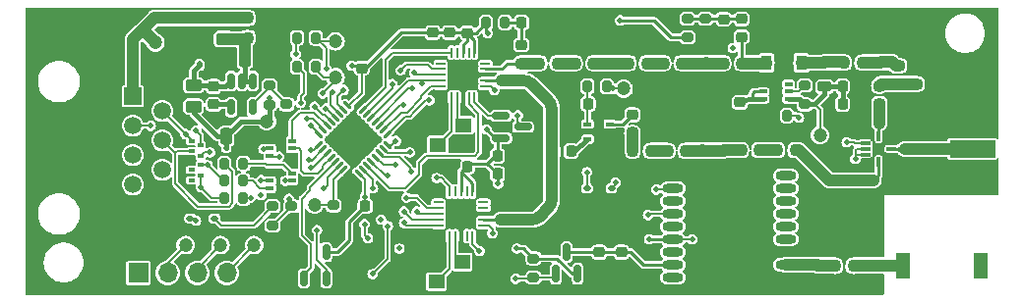
<source format=gbr>
%TF.GenerationSoftware,KiCad,Pcbnew,7.0.5-0*%
%TF.CreationDate,2024-02-03T13:41:04-08:00*%
%TF.ProjectId,transponder-11.9.1,7472616e-7370-46f6-9e64-65722d31312e,rev?*%
%TF.SameCoordinates,Original*%
%TF.FileFunction,Copper,L1,Top*%
%TF.FilePolarity,Positive*%
%FSLAX46Y46*%
G04 Gerber Fmt 4.6, Leading zero omitted, Abs format (unit mm)*
G04 Created by KiCad (PCBNEW 7.0.5-0) date 2024-02-03 13:41:04*
%MOMM*%
%LPD*%
G01*
G04 APERTURE LIST*
G04 Aperture macros list*
%AMRoundRect*
0 Rectangle with rounded corners*
0 $1 Rounding radius*
0 $2 $3 $4 $5 $6 $7 $8 $9 X,Y pos of 4 corners*
0 Add a 4 corners polygon primitive as box body*
4,1,4,$2,$3,$4,$5,$6,$7,$8,$9,$2,$3,0*
0 Add four circle primitives for the rounded corners*
1,1,$1+$1,$2,$3*
1,1,$1+$1,$4,$5*
1,1,$1+$1,$6,$7*
1,1,$1+$1,$8,$9*
0 Add four rect primitives between the rounded corners*
20,1,$1+$1,$2,$3,$4,$5,0*
20,1,$1+$1,$4,$5,$6,$7,0*
20,1,$1+$1,$6,$7,$8,$9,0*
20,1,$1+$1,$8,$9,$2,$3,0*%
%AMRotRect*
0 Rectangle, with rotation*
0 The origin of the aperture is its center*
0 $1 length*
0 $2 width*
0 $3 Rotation angle, in degrees counterclockwise*
0 Add horizontal line*
21,1,$1,$2,0,0,$3*%
%AMFreePoly0*
4,1,9,3.862500,-0.866500,0.737500,-0.866500,0.737500,-0.450000,-0.737500,-0.450000,-0.737500,0.450000,0.737500,0.450000,0.737500,0.866500,3.862500,0.866500,3.862500,-0.866500,3.862500,-0.866500,$1*%
G04 Aperture macros list end*
%TA.AperFunction,SMDPad,CuDef*%
%ADD10R,3.900000X1.500000*%
%TD*%
%TA.AperFunction,SMDPad,CuDef*%
%ADD11RoundRect,0.225000X-0.250000X0.225000X-0.250000X-0.225000X0.250000X-0.225000X0.250000X0.225000X0*%
%TD*%
%TA.AperFunction,SMDPad,CuDef*%
%ADD12C,1.200000*%
%TD*%
%TA.AperFunction,SMDPad,CuDef*%
%ADD13R,0.650000X0.400000*%
%TD*%
%TA.AperFunction,SMDPad,CuDef*%
%ADD14R,0.650000X0.350000*%
%TD*%
%TA.AperFunction,SMDPad,CuDef*%
%ADD15R,1.100000X1.700000*%
%TD*%
%TA.AperFunction,SMDPad,CuDef*%
%ADD16RoundRect,0.225000X0.250000X-0.225000X0.250000X0.225000X-0.250000X0.225000X-0.250000X-0.225000X0*%
%TD*%
%TA.AperFunction,SMDPad,CuDef*%
%ADD17RoundRect,0.225000X-0.225000X-0.250000X0.225000X-0.250000X0.225000X0.250000X-0.225000X0.250000X0*%
%TD*%
%TA.AperFunction,SMDPad,CuDef*%
%ADD18RoundRect,0.250000X-0.450000X0.262500X-0.450000X-0.262500X0.450000X-0.262500X0.450000X0.262500X0*%
%TD*%
%TA.AperFunction,SMDPad,CuDef*%
%ADD19RoundRect,0.006600X0.393400X0.103400X-0.393400X0.103400X-0.393400X-0.103400X0.393400X-0.103400X0*%
%TD*%
%TA.AperFunction,SMDPad,CuDef*%
%ADD20RoundRect,0.017600X0.092400X0.382400X-0.092400X0.382400X-0.092400X-0.382400X0.092400X-0.382400X0*%
%TD*%
%TA.AperFunction,SMDPad,CuDef*%
%ADD21R,0.760000X0.760000*%
%TD*%
%TA.AperFunction,SMDPad,CuDef*%
%ADD22RoundRect,0.225000X0.225000X0.250000X-0.225000X0.250000X-0.225000X-0.250000X0.225000X-0.250000X0*%
%TD*%
%TA.AperFunction,SMDPad,CuDef*%
%ADD23RoundRect,0.218750X0.381250X-0.218750X0.381250X0.218750X-0.381250X0.218750X-0.381250X-0.218750X0*%
%TD*%
%TA.AperFunction,SMDPad,CuDef*%
%ADD24RoundRect,0.200000X0.275000X-0.200000X0.275000X0.200000X-0.275000X0.200000X-0.275000X-0.200000X0*%
%TD*%
%TA.AperFunction,SMDPad,CuDef*%
%ADD25C,1.000000*%
%TD*%
%TA.AperFunction,SMDPad,CuDef*%
%ADD26R,1.400000X1.200000*%
%TD*%
%TA.AperFunction,SMDPad,CuDef*%
%ADD27RoundRect,0.218750X0.256250X-0.218750X0.256250X0.218750X-0.256250X0.218750X-0.256250X-0.218750X0*%
%TD*%
%TA.AperFunction,SMDPad,CuDef*%
%ADD28RoundRect,0.218750X-0.218750X-0.256250X0.218750X-0.256250X0.218750X0.256250X-0.218750X0.256250X0*%
%TD*%
%TA.AperFunction,SMDPad,CuDef*%
%ADD29RoundRect,0.150000X-0.587500X-0.150000X0.587500X-0.150000X0.587500X0.150000X-0.587500X0.150000X0*%
%TD*%
%TA.AperFunction,SMDPad,CuDef*%
%ADD30RoundRect,0.112500X0.112500X-0.187500X0.112500X0.187500X-0.112500X0.187500X-0.112500X-0.187500X0*%
%TD*%
%TA.AperFunction,SMDPad,CuDef*%
%ADD31RoundRect,0.200000X-0.275000X0.200000X-0.275000X-0.200000X0.275000X-0.200000X0.275000X0.200000X0*%
%TD*%
%TA.AperFunction,ComponentPad*%
%ADD32R,1.700000X1.700000*%
%TD*%
%TA.AperFunction,ComponentPad*%
%ADD33O,1.700000X1.700000*%
%TD*%
%TA.AperFunction,SMDPad,CuDef*%
%ADD34RoundRect,0.150000X0.150000X-0.587500X0.150000X0.587500X-0.150000X0.587500X-0.150000X-0.587500X0*%
%TD*%
%TA.AperFunction,SMDPad,CuDef*%
%ADD35O,1.800000X0.800000*%
%TD*%
%TA.AperFunction,SMDPad,CuDef*%
%ADD36R,0.508000X0.304800*%
%TD*%
%TA.AperFunction,ComponentPad*%
%ADD37R,1.500000X1.500000*%
%TD*%
%TA.AperFunction,ComponentPad*%
%ADD38C,1.500000*%
%TD*%
%TA.AperFunction,SMDPad,CuDef*%
%ADD39RoundRect,0.200000X0.200000X0.275000X-0.200000X0.275000X-0.200000X-0.275000X0.200000X-0.275000X0*%
%TD*%
%TA.AperFunction,SMDPad,CuDef*%
%ADD40RoundRect,0.218750X-0.256250X0.218750X-0.256250X-0.218750X0.256250X-0.218750X0.256250X0.218750X0*%
%TD*%
%TA.AperFunction,SMDPad,CuDef*%
%ADD41RoundRect,0.112500X0.187500X0.112500X-0.187500X0.112500X-0.187500X-0.112500X0.187500X-0.112500X0*%
%TD*%
%TA.AperFunction,SMDPad,CuDef*%
%ADD42RoundRect,0.200000X-0.200000X-0.275000X0.200000X-0.275000X0.200000X0.275000X-0.200000X0.275000X0*%
%TD*%
%TA.AperFunction,SMDPad,CuDef*%
%ADD43RoundRect,0.062500X0.309359X-0.220971X-0.220971X0.309359X-0.309359X0.220971X0.220971X-0.309359X0*%
%TD*%
%TA.AperFunction,SMDPad,CuDef*%
%ADD44RoundRect,0.062500X0.309359X0.220971X0.220971X0.309359X-0.309359X-0.220971X-0.220971X-0.309359X0*%
%TD*%
%TA.AperFunction,SMDPad,CuDef*%
%ADD45RotRect,3.450000X3.450000X135.000000*%
%TD*%
%TA.AperFunction,SMDPad,CuDef*%
%ADD46RoundRect,0.250000X-0.250000X-0.475000X0.250000X-0.475000X0.250000X0.475000X-0.250000X0.475000X0*%
%TD*%
%TA.AperFunction,SMDPad,CuDef*%
%ADD47RoundRect,0.062500X0.362500X0.062500X-0.362500X0.062500X-0.362500X-0.062500X0.362500X-0.062500X0*%
%TD*%
%TA.AperFunction,SMDPad,CuDef*%
%ADD48RoundRect,0.062500X0.062500X0.362500X-0.062500X0.362500X-0.062500X-0.362500X0.062500X-0.362500X0*%
%TD*%
%TA.AperFunction,ComponentPad*%
%ADD49C,0.500000*%
%TD*%
%TA.AperFunction,SMDPad,CuDef*%
%ADD50R,2.600000X2.600000*%
%TD*%
%TA.AperFunction,SMDPad,CuDef*%
%ADD51RoundRect,0.150000X0.150000X-0.512500X0.150000X0.512500X-0.150000X0.512500X-0.150000X-0.512500X0*%
%TD*%
%TA.AperFunction,SMDPad,CuDef*%
%ADD52R,1.168400X2.209800*%
%TD*%
%TA.AperFunction,SMDPad,CuDef*%
%ADD53R,0.900000X1.300000*%
%TD*%
%TA.AperFunction,SMDPad,CuDef*%
%ADD54FreePoly0,90.000000*%
%TD*%
%TA.AperFunction,SMDPad,CuDef*%
%ADD55RoundRect,0.218750X0.218750X0.256250X-0.218750X0.256250X-0.218750X-0.256250X0.218750X-0.256250X0*%
%TD*%
%TA.AperFunction,ViaPad*%
%ADD56C,0.500000*%
%TD*%
%TA.AperFunction,Conductor*%
%ADD57C,1.000000*%
%TD*%
%TA.AperFunction,Conductor*%
%ADD58C,0.254000*%
%TD*%
%TA.AperFunction,Conductor*%
%ADD59C,0.400000*%
%TD*%
%TA.AperFunction,Conductor*%
%ADD60C,0.152000*%
%TD*%
G04 APERTURE END LIST*
D10*
%TO.P,J3,1*%
%TO.N,Net-(TP1-P)*%
X189127500Y-101200000D03*
%TO.P,J3,G1*%
%TO.N,GND*%
X189127500Y-103900000D03*
%TO.P,J3,G2*%
X189127500Y-98500000D03*
%TD*%
D11*
%TO.P,C35,1*%
%TO.N,GND*%
X136550000Y-92675000D03*
%TO.P,C35,2*%
%TO.N,+3.3V*%
X136550000Y-94225000D03*
%TD*%
%TO.P,C6,1*%
%TO.N,GND*%
X165900000Y-99775000D03*
%TO.P,C6,2*%
%TO.N,Net-(C4-Pad1)*%
X165900000Y-101325000D03*
%TD*%
D12*
%TO.P,TP18,1,P*%
%TO.N,GND*%
X164800000Y-96100000D03*
%TD*%
D13*
%TO.P,U3,1,Vcc*%
%TO.N,Net-(U3-Vcc)*%
X156000000Y-99050000D03*
%TO.P,U3,2,G*%
%TO.N,GND*%
X156000000Y-99700000D03*
%TO.P,U3,3*%
%TO.N,Net-(C1-Pad2)*%
X156000000Y-100350000D03*
%TO.P,U3,4,G*%
%TO.N,GND*%
X157900000Y-100350000D03*
%TO.P,U3,5,G*%
X157900000Y-99700000D03*
%TO.P,U3,6*%
%TO.N,Net-(C2-Pad1)*%
X157900000Y-99050000D03*
%TD*%
D12*
%TO.P,TP6,1,P*%
%TO.N,GND*%
X184800000Y-98700000D03*
%TD*%
D11*
%TO.P,C15,1*%
%TO.N,GND*%
X184350000Y-94050000D03*
%TO.P,C15,2*%
%TO.N,Net-(C15-Pad2)*%
X184350000Y-95600000D03*
%TD*%
D14*
%TO.P,IC1,1,VOUT*%
%TO.N,/Power/V_PA*%
X173300000Y-96900000D03*
%TO.P,IC1,2,ADJ/NC*%
%TO.N,Net-(IC1-ADJ{slash}NC)*%
X173300000Y-96250000D03*
%TO.P,IC1,3,PG*%
%TO.N,unconnected-(IC1-PG-Pad3)*%
X173300000Y-95600000D03*
%TO.P,IC1,4,GND_1*%
%TO.N,GND*%
X171100000Y-95600000D03*
%TO.P,IC1,5,EN*%
%TO.N,/Connections/V_IN*%
X171100000Y-96250000D03*
%TO.P,IC1,6,VIN*%
X171100000Y-96900000D03*
D15*
%TO.P,IC1,7,GND_2*%
%TO.N,GND*%
X172200000Y-96250000D03*
%TD*%
D16*
%TO.P,C19,1*%
%TO.N,GND*%
X167700000Y-91550000D03*
%TO.P,C19,2*%
%TO.N,Net-(C19-Pad2)*%
X167700000Y-90000000D03*
%TD*%
D17*
%TO.P,C21,1*%
%TO.N,/Receiver/TRX_OUT*%
X151850000Y-93800000D03*
%TO.P,C21,2*%
%TO.N,Net-(C21-Pad2)*%
X153400000Y-93800000D03*
%TD*%
D16*
%TO.P,C27,1*%
%TO.N,Net-(U6-BS)*%
X123800000Y-97350000D03*
%TO.P,C27,2*%
%TO.N,Net-(D1-K)*%
X123800000Y-95800000D03*
%TD*%
D18*
%TO.P,L13,1,1*%
%TO.N,/Connections/V_IN*%
X124700000Y-89887500D03*
%TO.P,L13,2,2*%
%TO.N,Net-(U6-EN)*%
X124700000Y-91712500D03*
%TD*%
D11*
%TO.P,C16,1*%
%TO.N,Net-(C15-Pad2)*%
X181100000Y-95750000D03*
%TO.P,C16,2*%
%TO.N,PA_OUT*%
X181100000Y-97300000D03*
%TD*%
D19*
%TO.P,U8,1,GND*%
%TO.N,GND*%
X182140000Y-101700000D03*
%TO.P,U8,2,RF1*%
%TO.N,Net-(TP1-P)*%
X182140000Y-101200000D03*
%TO.P,U8,3,GND*%
%TO.N,GND*%
X182140000Y-100700000D03*
D20*
%TO.P,U8,4,GND*%
X181540000Y-100100000D03*
%TO.P,U8,5,RF3*%
%TO.N,PA_OUT*%
X181040000Y-100100000D03*
%TO.P,U8,6,GND*%
%TO.N,GND*%
X180540000Y-100100000D03*
D19*
%TO.P,U8,7,CTRL*%
%TO.N,Net-(D4-K)*%
X179940000Y-100700000D03*
%TO.P,U8,8,EN*%
%TO.N,+3.3V*%
X179940000Y-101200000D03*
%TO.P,U8,9,VCC*%
X179940000Y-101700000D03*
D20*
%TO.P,U8,10,GND*%
%TO.N,GND*%
X180540000Y-102300000D03*
%TO.P,U8,11,RF2*%
%TO.N,/Receiver/RF_IN*%
X181040000Y-102300000D03*
%TO.P,U8,12,GND*%
%TO.N,GND*%
X181540000Y-102300000D03*
D21*
%TO.P,U8,13,GND*%
X181040000Y-101200000D03*
%TD*%
D22*
%TO.P,C20,1*%
%TO.N,GND*%
X151850000Y-90300000D03*
%TO.P,C20,2*%
%TO.N,Net-(C20-Pad2)*%
X150300000Y-90300000D03*
%TD*%
D12*
%TO.P,TP15,1,P*%
%TO.N,SWDIO*%
X121400000Y-109500000D03*
%TD*%
D17*
%TO.P,C1,1*%
%TO.N,Net-(U1-RXp)*%
X153025000Y-101400000D03*
%TO.P,C1,2*%
%TO.N,Net-(C1-Pad2)*%
X154575000Y-101400000D03*
%TD*%
D23*
%TO.P,L4,1,1*%
%TO.N,/Power/V_PA*%
X176400000Y-95825000D03*
%TO.P,L4,2,2*%
%TO.N,Net-(Q1-D)*%
X176400000Y-93700000D03*
%TD*%
D11*
%TO.P,C9,1*%
%TO.N,GND*%
X144150000Y-89600000D03*
%TO.P,C9,2*%
%TO.N,+3.3V*%
X144150000Y-91150000D03*
%TD*%
D12*
%TO.P,TP5,1,P*%
%TO.N,GND*%
X184800000Y-103600000D03*
%TD*%
D24*
%TO.P,R5,1*%
%TO.N,/Power/V_PA*%
X174700000Y-97350000D03*
%TO.P,R5,2*%
%TO.N,Net-(IC1-ADJ{slash}NC)*%
X174700000Y-95700000D03*
%TD*%
D22*
%TO.P,C23,1*%
%TO.N,GND*%
X179500000Y-97300000D03*
%TO.P,C23,2*%
%TO.N,/Power/V_PA*%
X177950000Y-97300000D03*
%TD*%
D25*
%TO.P,TP1,1,P*%
%TO.N,Net-(TP1-P)*%
X184800000Y-101200000D03*
%TD*%
D11*
%TO.P,C14,1*%
%TO.N,GND*%
X181200000Y-92200000D03*
%TO.P,C14,2*%
%TO.N,Net-(C14-Pad2)*%
X181200000Y-93750000D03*
%TD*%
D17*
%TO.P,C3,1*%
%TO.N,Net-(U3-Vcc)*%
X156050000Y-97300000D03*
%TO.P,C3,2*%
%TO.N,GND*%
X157600000Y-97300000D03*
%TD*%
%TO.P,C18,1*%
%TO.N,Net-(C18-Pad1)*%
X162550000Y-93800000D03*
%TO.P,C18,2*%
%TO.N,Net-(C17-Pad2)*%
X164100000Y-93800000D03*
%TD*%
D16*
%TO.P,C17,1*%
%TO.N,GND*%
X166200000Y-95300000D03*
%TO.P,C17,2*%
%TO.N,Net-(C17-Pad2)*%
X166200000Y-93750000D03*
%TD*%
D24*
%TO.P,R17,1*%
%TO.N,Net-(U10-G2)*%
X128900000Y-107800000D03*
%TO.P,R17,2*%
%TO.N,Net-(D3-K)*%
X128900000Y-106150000D03*
%TD*%
%TO.P,R7,1*%
%TO.N,+3.3V*%
X128642814Y-97359515D03*
%TO.P,R7,2*%
%TO.N,Net-(U6-FB)*%
X128642814Y-95709515D03*
%TD*%
D26*
%TO.P,Y2,1,1*%
%TO.N,Net-(U2-XOUT)*%
X143000000Y-112650000D03*
%TO.P,Y2,2,2*%
%TO.N,GND*%
X145200000Y-112650000D03*
%TO.P,Y2,3,3*%
%TO.N,Net-(U2-XIN)*%
X145200000Y-110950000D03*
%TO.P,Y2,4,4*%
%TO.N,GND*%
X143000000Y-110950000D03*
%TD*%
D13*
%TO.P,U9,1,S1*%
%TO.N,GND*%
X128650000Y-103300000D03*
%TO.P,U9,2,G1*%
%TO.N,/Connections/GPS_STATUS*%
X128650000Y-103950000D03*
%TO.P,U9,3,D2*%
%TO.N,Net-(U9-D2)*%
X128650000Y-104600000D03*
%TO.P,U9,4,S2*%
%TO.N,GND*%
X130550000Y-104600000D03*
%TO.P,U9,5,G2*%
%TO.N,/Connections/RX_STATUS*%
X130550000Y-103950000D03*
%TO.P,U9,6,D1*%
%TO.N,Net-(U9-D1)*%
X130550000Y-103300000D03*
%TD*%
D27*
%TO.P,L9,1,1*%
%TO.N,/Receiver/TRX_OUT*%
X150300000Y-93800000D03*
%TO.P,L9,2,2*%
%TO.N,Net-(C20-Pad2)*%
X150300000Y-92225000D03*
%TD*%
D18*
%TO.P,L12,1,1*%
%TO.N,Net-(D1-K)*%
X122075000Y-95700000D03*
%TO.P,L12,2,2*%
%TO.N,+3.3V*%
X122075000Y-97525000D03*
%TD*%
D28*
%TO.P,L11,1,1*%
%TO.N,Net-(C22-Pad2)*%
X159525000Y-93800000D03*
%TO.P,L11,2,2*%
%TO.N,Net-(C18-Pad1)*%
X161100000Y-93800000D03*
%TD*%
D29*
%TO.P,Q7,1,G*%
%TO.N,Net-(Q7-G)*%
X148562500Y-98350000D03*
%TO.P,Q7,2,S*%
%TO.N,+3.3V*%
X148562500Y-100250000D03*
%TO.P,Q7,3,D*%
%TO.N,/Receiver/V_LNA*%
X150437500Y-99300000D03*
%TD*%
D28*
%TO.P,L7,1,1*%
%TO.N,Net-(C17-Pad2)*%
X167700000Y-93800000D03*
%TO.P,L7,2,2*%
%TO.N,Net-(Q1-G)*%
X169275000Y-93800000D03*
%TD*%
D30*
%TO.P,D1,1,K*%
%TO.N,Net-(D1-K)*%
X122600000Y-93950000D03*
%TO.P,D1,2,A*%
%TO.N,GND*%
X122600000Y-91850000D03*
%TD*%
D22*
%TO.P,C7,1*%
%TO.N,GND*%
X149800000Y-101800000D03*
%TO.P,C7,2*%
%TO.N,+3.3V*%
X148250000Y-101800000D03*
%TD*%
D31*
%TO.P,R2,1*%
%TO.N,Net-(C19-Pad2)*%
X166150000Y-89925000D03*
%TO.P,R2,2*%
%TO.N,GND*%
X166150000Y-91575000D03*
%TD*%
D28*
%TO.P,L1,1,1*%
%TO.N,Net-(C2-Pad2)*%
X159875000Y-101350000D03*
%TO.P,L1,2,2*%
%TO.N,Net-(C4-Pad2)*%
X161450000Y-101350000D03*
%TD*%
D12*
%TO.P,TP2,1,P*%
%TO.N,GND*%
X183200000Y-99200000D03*
%TD*%
D22*
%TO.P,C25,1*%
%TO.N,GND*%
X128300000Y-89900000D03*
%TO.P,C25,2*%
%TO.N,/Connections/V_IN*%
X126750000Y-89900000D03*
%TD*%
D32*
%TO.P,J2,1,Pin_1*%
%TO.N,+3.3V*%
X117325000Y-111900000D03*
D33*
%TO.P,J2,2,Pin_2*%
%TO.N,SWDIO*%
X119865000Y-111900000D03*
%TO.P,J2,3,Pin_3*%
%TO.N,SWCLK*%
X122405000Y-111900000D03*
%TO.P,J2,4,Pin_4*%
%TO.N,NRST*%
X124945000Y-111900000D03*
%TO.P,J2,5,Pin_5*%
%TO.N,GND*%
X127485000Y-111900000D03*
%TD*%
D34*
%TO.P,Q2,1,G*%
%TO.N,/GNSS/GPS_EN*%
X153250000Y-111975000D03*
%TO.P,Q2,2,S*%
%TO.N,+3.3V*%
X155150000Y-111975000D03*
%TO.P,Q2,3,D*%
%TO.N,Net-(Q2-D)*%
X154200000Y-110100000D03*
%TD*%
D16*
%TO.P,C30,1*%
%TO.N,GND*%
X157000000Y-111650000D03*
%TO.P,C30,2*%
%TO.N,Net-(Q2-D)*%
X157000000Y-110100000D03*
%TD*%
D27*
%TO.P,L8,1,1*%
%TO.N,Net-(Q1-G)*%
X169250000Y-91537500D03*
%TO.P,L8,2,2*%
%TO.N,Net-(C19-Pad2)*%
X169250000Y-89962500D03*
%TD*%
D24*
%TO.P,R8,1*%
%TO.N,Net-(U6-FB)*%
X130100000Y-97350000D03*
%TO.P,R8,2*%
%TO.N,GND*%
X130100000Y-95700000D03*
%TD*%
D35*
%TO.P,U4,1,GND*%
%TO.N,GND*%
X163350000Y-103500000D03*
%TO.P,U4,2,TXD1*%
%TO.N,/GNSS/GPS_OUT*%
X163350000Y-104600000D03*
%TO.P,U4,3,RXD1*%
%TO.N,unconnected-(U4-RXD1-Pad3)*%
X163350000Y-105700000D03*
%TO.P,U4,4,1PPS*%
%TO.N,/GNSS/GPS_1PPS*%
X163350000Y-106800000D03*
%TO.P,U4,5,STANDBY*%
%TO.N,unconnected-(U4-STANDBY-Pad5)*%
X163350000Y-107900000D03*
%TO.P,U4,6,V_BCKP*%
%TO.N,+3.3V*%
X163350000Y-109000000D03*
%TO.P,U4,7*%
%TO.N,N/C*%
X163350000Y-110100000D03*
%TO.P,U4,8,VCC*%
%TO.N,Net-(Q2-D)*%
X163350000Y-111200000D03*
%TO.P,U4,9,RESET*%
%TO.N,unconnected-(U4-RESET-Pad9)*%
X163350000Y-112300000D03*
%TO.P,U4,10,GND*%
%TO.N,GND*%
X173050000Y-112300000D03*
%TO.P,U4,11,RF_IN*%
%TO.N,Net-(U4-RF_IN)*%
X173050000Y-111200000D03*
%TO.P,U4,12,GND*%
%TO.N,GND*%
X173050000Y-110100000D03*
%TO.P,U4,13,ANTON*%
%TO.N,unconnected-(U4-ANTON-Pad13)*%
X173050000Y-109000000D03*
%TO.P,U4,14,VCC_RF*%
%TO.N,unconnected-(U4-VCC_RF-Pad14)*%
X173050000Y-107900000D03*
%TO.P,U4,15*%
%TO.N,N/C*%
X173050000Y-106800000D03*
%TO.P,U4,16*%
X173050000Y-105700000D03*
%TO.P,U4,17*%
X173050000Y-104600000D03*
%TO.P,U4,18,FORCE_ON*%
%TO.N,unconnected-(U4-FORCE_ON-Pad18)*%
X173050000Y-103500000D03*
%TD*%
D36*
%TO.P,CR1,1,1*%
%TO.N,/Connections/HOST_TX_OFF*%
X121900000Y-100500000D03*
%TO.P,CR1,2,2*%
%TO.N,/Connections/HOST_GPS_STATUS*%
X121900000Y-101400001D03*
%TO.P,CR1,3,3*%
%TO.N,GND*%
X121900000Y-102199999D03*
%TO.P,CR1,4,4*%
%TO.N,unconnected-(CR1-Pad4)*%
X121900000Y-103000000D03*
%TO.P,CR1,5,5*%
%TO.N,unconnected-(CR1-Pad5)*%
X121900000Y-103899998D03*
%TO.P,CR1,6,6*%
%TO.N,/Connections/HOST_TX_STATUS*%
X122699998Y-103499999D03*
%TO.P,CR1,7,7*%
%TO.N,/Connections/HOST_RX_STATUS*%
X122699998Y-102599998D03*
%TO.P,CR1,8,8*%
%TO.N,/Connections/HOST_UART_RX*%
X122699998Y-101800000D03*
%TO.P,CR1,9,9*%
%TO.N,/Connections/HOST_UART_TX*%
X122699998Y-100899999D03*
%TD*%
D26*
%TO.P,Y1,1,1*%
%TO.N,Net-(U1-XOUT)*%
X143100000Y-100850000D03*
%TO.P,Y1,2,2*%
%TO.N,GND*%
X145300000Y-100850000D03*
%TO.P,Y1,3,3*%
%TO.N,Net-(U1-XIN)*%
X145300000Y-99150000D03*
%TO.P,Y1,4,4*%
%TO.N,GND*%
X143100000Y-99150000D03*
%TD*%
D16*
%TO.P,C31,1*%
%TO.N,GND*%
X158900000Y-111650000D03*
%TO.P,C31,2*%
%TO.N,Net-(Q2-D)*%
X158900000Y-110100000D03*
%TD*%
D12*
%TO.P,TP7,1,P*%
%TO.N,GND*%
X186400000Y-103200000D03*
%TD*%
D37*
%TO.P,J1,1*%
%TO.N,/Connections/V_IN*%
X116850000Y-96650000D03*
D38*
%TO.P,J1,2*%
%TO.N,/Connections/HOST_TX_OFF*%
X119390000Y-97920000D03*
%TO.P,J1,3*%
%TO.N,/Connections/HOST_UART_TX*%
X116850000Y-99190000D03*
%TO.P,J1,4*%
%TO.N,/Connections/HOST_GPS_STATUS*%
X119390000Y-100460000D03*
%TO.P,J1,5*%
%TO.N,/Connections/HOST_UART_RX*%
X116850000Y-101730000D03*
%TO.P,J1,6*%
%TO.N,/Connections/HOST_RX_STATUS*%
X119390000Y-103000000D03*
%TO.P,J1,7*%
%TO.N,/Connections/HOST_TX_STATUS*%
X116850000Y-104270000D03*
%TO.P,J1,8*%
%TO.N,GND*%
X119390000Y-105540000D03*
%TD*%
D17*
%TO.P,C5,1*%
%TO.N,Net-(C4-Pad1)*%
X169225000Y-101300000D03*
%TO.P,C5,2*%
%TO.N,Net-(C5-Pad2)*%
X170775000Y-101300000D03*
%TD*%
D31*
%TO.P,R11,1*%
%TO.N,Net-(U10-G2)*%
X130500000Y-106150000D03*
%TO.P,R11,2*%
%TO.N,GND*%
X130500000Y-107800000D03*
%TD*%
D39*
%TO.P,R1,1*%
%TO.N,/Receiver/V_LNA*%
X157650000Y-95800000D03*
%TO.P,R1,2*%
%TO.N,Net-(U3-Vcc)*%
X156000000Y-95800000D03*
%TD*%
D40*
%TO.P,L3,1,1*%
%TO.N,GND*%
X167700000Y-99762500D03*
%TO.P,L3,2,2*%
%TO.N,Net-(C4-Pad1)*%
X167700000Y-101337500D03*
%TD*%
D12*
%TO.P,TP12,1,P*%
%TO.N,/Connections/MCU_UART_RX*%
X134300000Y-95000000D03*
%TD*%
D39*
%TO.P,R6,1*%
%TO.N,Net-(IC1-ADJ{slash}NC)*%
X173150000Y-98300000D03*
%TO.P,R6,2*%
%TO.N,GND*%
X171500000Y-98300000D03*
%TD*%
D22*
%TO.P,C4,1*%
%TO.N,Net-(C4-Pad1)*%
X164450000Y-101350000D03*
%TO.P,C4,2*%
%TO.N,Net-(C4-Pad2)*%
X162900000Y-101350000D03*
%TD*%
D12*
%TO.P,TP9,1,P*%
%TO.N,/Power/V_PA*%
X176000000Y-100000000D03*
%TD*%
%TO.P,TP11,1,P*%
%TO.N,/Connections/MCU_UART_TX*%
X134300000Y-91900000D03*
%TD*%
D41*
%TO.P,D4,1,K*%
%TO.N,Net-(D4-K)*%
X158050000Y-104600000D03*
%TO.P,D4,2,A*%
%TO.N,/Receiver/V_LNA*%
X155950000Y-104600000D03*
%TD*%
D11*
%TO.P,C10,1*%
%TO.N,GND*%
X142650000Y-89600000D03*
%TO.P,C10,2*%
%TO.N,+3.3V*%
X142650000Y-91150000D03*
%TD*%
D42*
%TO.P,R12,1*%
%TO.N,/Connections/HOST_UART_RX*%
X130975000Y-91600000D03*
%TO.P,R12,2*%
%TO.N,/Connections/MCU_UART_TX*%
X132625000Y-91600000D03*
%TD*%
D22*
%TO.P,C34,1*%
%TO.N,GND*%
X138400000Y-106125000D03*
%TO.P,C34,2*%
%TO.N,+3.3V*%
X136850000Y-106125000D03*
%TD*%
D12*
%TO.P,TP19,1,P*%
%TO.N,GND*%
X126700000Y-106900000D03*
%TD*%
D43*
%TO.P,U5,1,VDD*%
%TO.N,+3.3V*%
X136325126Y-103347146D03*
%TO.P,U5,2,PC14*%
%TO.N,/GNSS/GPS_EN*%
X136678679Y-102993592D03*
%TO.P,U5,3,PC15*%
%TO.N,/MCU/TRX_CKL*%
X137032233Y-102640039D03*
%TO.P,U5,4,NRST*%
%TO.N,NRST*%
X137385786Y-102286485D03*
%TO.P,U5,5,VDDA*%
%TO.N,+3.3V*%
X137739339Y-101932932D03*
%TO.P,U5,6,PA0*%
%TO.N,/MCU/RX_CS*%
X138092893Y-101579379D03*
%TO.P,U5,7,PA1*%
%TO.N,/Connections/RX_STATUS*%
X138446446Y-101225825D03*
%TO.P,U5,8,PA2*%
%TO.N,/GNSS/GPS_1PPS*%
X138800000Y-100872272D03*
D44*
%TO.P,U5,9,PA3*%
%TO.N,/GNSS/GPS_OUT*%
X138800000Y-99900000D03*
%TO.P,U5,10,PA4*%
%TO.N,/MCU/TRX_CS*%
X138446446Y-99546447D03*
%TO.P,U5,11,PA5*%
%TO.N,/MCU/SPI_SCK*%
X138092893Y-99192893D03*
%TO.P,U5,12,PA6*%
%TO.N,/MCU/SPI_MISO*%
X137739339Y-98839340D03*
%TO.P,U5,13,PA7*%
%TO.N,/MCU/SPI_MOSI*%
X137385786Y-98485787D03*
%TO.P,U5,14,PB0*%
%TO.N,/MCU/TRX_SDN*%
X137032233Y-98132233D03*
%TO.P,U5,15,PB1*%
%TO.N,/MCU/TRX_DATA*%
X136678679Y-97778680D03*
%TO.P,U5,16,VSS*%
%TO.N,GND*%
X136325126Y-97425126D03*
D43*
%TO.P,U5,17,VDD*%
%TO.N,+3.3V*%
X135352854Y-97425126D03*
%TO.P,U5,18,PA8*%
%TO.N,/MCU/V_PA_BIAS*%
X134999301Y-97778680D03*
%TO.P,U5,19,PA9*%
%TO.N,/Connections/MCU_UART_TX*%
X134645747Y-98132233D03*
%TO.P,U5,20,PA10*%
%TO.N,/Connections/MCU_UART_RX*%
X134292194Y-98485787D03*
%TO.P,U5,21,PA11*%
%TO.N,/Connections/GPS_STATUS*%
X133938641Y-98839340D03*
%TO.P,U5,22,PA12*%
%TO.N,/Connections/MCU_TX_OFF*%
X133585087Y-99192893D03*
%TO.P,U5,23,PA13*%
%TO.N,SWDIO*%
X133231534Y-99546447D03*
%TO.P,U5,24,PA14*%
%TO.N,SWCLK*%
X132877980Y-99900000D03*
D44*
%TO.P,U5,25,PA15*%
%TO.N,/MCU/RX_SDN*%
X132877980Y-100872272D03*
%TO.P,U5,26,PB3*%
%TO.N,/MCU/RX_CLK*%
X133231534Y-101225825D03*
%TO.P,U5,27,PB4*%
%TO.N,/MCU/RX_DATA*%
X133585087Y-101579379D03*
%TO.P,U5,28,PB5*%
%TO.N,/Connections/TX_STATUS*%
X133938641Y-101932932D03*
%TO.P,U5,29,PB6*%
%TO.N,Net-(U5-PB6)*%
X134292194Y-102286485D03*
%TO.P,U5,30,PB7*%
%TO.N,Net-(U5-PB7)*%
X134645747Y-102640039D03*
%TO.P,U5,31,PH3*%
%TO.N,Net-(TP14-P)*%
X134999301Y-102993592D03*
%TO.P,U5,32,VSS*%
%TO.N,GND*%
X135352854Y-103347146D03*
D45*
%TO.P,U5,33,VSS*%
X135838990Y-100386136D03*
%TD*%
D12*
%TO.P,TP8,1,P*%
%TO.N,+3.3V*%
X128400000Y-98800000D03*
%TD*%
D11*
%TO.P,C22,1*%
%TO.N,GND*%
X158000000Y-92250000D03*
%TO.P,C22,2*%
%TO.N,Net-(C22-Pad2)*%
X158000000Y-93800000D03*
%TD*%
D42*
%TO.P,R14,1*%
%TO.N,/Connections/HOST_GPS_STATUS*%
X124725000Y-102450000D03*
%TO.P,R14,2*%
%TO.N,Net-(U9-D1)*%
X126375000Y-102450000D03*
%TD*%
D12*
%TO.P,TP10,1,P*%
%TO.N,/Connections/V_IN*%
X118800000Y-92000000D03*
%TD*%
D42*
%TO.P,R15,1*%
%TO.N,/Connections/HOST_RX_STATUS*%
X124725000Y-103950000D03*
%TO.P,R15,2*%
%TO.N,Net-(U9-D2)*%
X126375000Y-103950000D03*
%TD*%
D16*
%TO.P,C32,1*%
%TO.N,GND*%
X175800000Y-112800000D03*
%TO.P,C32,2*%
%TO.N,Net-(U4-RF_IN)*%
X175800000Y-111250000D03*
%TD*%
D12*
%TO.P,TP16,1,P*%
%TO.N,SWCLK*%
X124400000Y-109500000D03*
%TD*%
%TO.P,TP17,1,P*%
%TO.N,NRST*%
X127300000Y-109500000D03*
%TD*%
D46*
%TO.P,C29,1*%
%TO.N,Net-(U6-EN)*%
X126500000Y-93400000D03*
%TO.P,C29,2*%
%TO.N,GND*%
X128400000Y-93400000D03*
%TD*%
%TO.P,C28,1*%
%TO.N,+3.3V*%
X124900000Y-100100000D03*
%TO.P,C28,2*%
%TO.N,GND*%
X126800000Y-100100000D03*
%TD*%
D28*
%TO.P,L5,1,1*%
%TO.N,Net-(Q1-D)*%
X178075000Y-93725000D03*
%TO.P,L5,2,2*%
%TO.N,Net-(C14-Pad2)*%
X179650000Y-93725000D03*
%TD*%
D13*
%TO.P,U10,1,S1*%
%TO.N,GND*%
X130550000Y-101800000D03*
%TO.P,U10,2,G1*%
%TO.N,/Connections/TX_STATUS*%
X130550000Y-101150000D03*
%TO.P,U10,3,D2*%
%TO.N,/Connections/MCU_TX_OFF*%
X130550000Y-100500000D03*
%TO.P,U10,4,S2*%
%TO.N,GND*%
X128650000Y-100500000D03*
%TO.P,U10,5,G2*%
%TO.N,Net-(U10-G2)*%
X128650000Y-101150000D03*
%TO.P,U10,6,D1*%
%TO.N,Net-(U10-D1)*%
X128650000Y-101800000D03*
%TD*%
D47*
%TO.P,U1,1,SDN*%
%TO.N,/MCU/TRX_SDN*%
X147200000Y-95800000D03*
%TO.P,U1,2,RXp*%
%TO.N,Net-(U1-RXp)*%
X147200000Y-95300000D03*
%TO.P,U1,3,RXn*%
%TO.N,GND*%
X147200000Y-94800000D03*
%TO.P,U1,4,TX*%
%TO.N,/Receiver/TRX_OUT*%
X147200000Y-94300000D03*
%TO.P,U1,5,NC*%
%TO.N,unconnected-(U1-NC-Pad5)*%
X147200000Y-93800000D03*
D48*
%TO.P,U1,6,VDD*%
%TO.N,+3.3V*%
X146275000Y-92875000D03*
%TO.P,U1,7,TXRAMP*%
%TO.N,unconnected-(U1-TXRAMP-Pad7)*%
X145775000Y-92875000D03*
%TO.P,U1,8,VDD*%
%TO.N,+3.3V*%
X145275000Y-92875000D03*
%TO.P,U1,9,GPIO0*%
%TO.N,unconnected-(U1-GPIO0-Pad9)*%
X144775000Y-92875000D03*
%TO.P,U1,10,GPIO1*%
%TO.N,/MCU/TRX_DATA*%
X144275000Y-92875000D03*
D47*
%TO.P,U1,11,~{IRQ}*%
%TO.N,unconnected-(U1-~{IRQ}-Pad11)*%
X143350000Y-93800000D03*
%TO.P,U1,12,SCLK*%
%TO.N,/MCU/SPI_SCK*%
X143350000Y-94300000D03*
%TO.P,U1,13,SDO*%
%TO.N,/MCU/SPI_MISO*%
X143350000Y-94800000D03*
%TO.P,U1,14,SDI*%
%TO.N,/MCU/SPI_MOSI*%
X143350000Y-95300000D03*
%TO.P,U1,15,~{SEL}*%
%TO.N,/MCU/TRX_CS*%
X143350000Y-95800000D03*
D48*
%TO.P,U1,16,XOUT*%
%TO.N,Net-(U1-XOUT)*%
X144275000Y-96725000D03*
%TO.P,U1,17,XIN*%
%TO.N,Net-(U1-XIN)*%
X144775000Y-96725000D03*
%TO.P,U1,18,GND*%
%TO.N,GND*%
X145275000Y-96725000D03*
%TO.P,U1,19,GPIO2*%
%TO.N,/MCU/TRX_CKL*%
X145775000Y-96725000D03*
%TO.P,U1,20,GPIO3*%
%TO.N,Net-(Q7-G)*%
X146275000Y-96725000D03*
D49*
%TO.P,U1,21,GND*%
%TO.N,GND*%
X146325000Y-95850000D03*
X146325000Y-93750000D03*
D50*
X145275000Y-94800000D03*
D49*
X144225000Y-95850000D03*
X144225000Y-93750000D03*
%TD*%
D42*
%TO.P,R16,1*%
%TO.N,/Connections/HOST_TX_STATUS*%
X124725000Y-105425000D03*
%TO.P,R16,2*%
%TO.N,Net-(U10-D1)*%
X126375000Y-105425000D03*
%TD*%
D41*
%TO.P,D3,1,K*%
%TO.N,Net-(D3-K)*%
X123900000Y-107200000D03*
%TO.P,D3,2,A*%
%TO.N,/Connections/HOST_TX_OFF*%
X121800000Y-107200000D03*
%TD*%
D40*
%TO.P,L6,1,1*%
%TO.N,Net-(C14-Pad2)*%
X182800000Y-94012500D03*
%TO.P,L6,2,2*%
%TO.N,Net-(C15-Pad2)*%
X182800000Y-95587500D03*
%TD*%
D11*
%TO.P,C2,1*%
%TO.N,Net-(C2-Pad1)*%
X159850000Y-98250000D03*
%TO.P,C2,2*%
%TO.N,Net-(C2-Pad2)*%
X159850000Y-99800000D03*
%TD*%
D12*
%TO.P,TP4,1,P*%
%TO.N,GND*%
X186400000Y-99200000D03*
%TD*%
D17*
%TO.P,C11,1*%
%TO.N,GND*%
X144125000Y-102700000D03*
%TO.P,C11,2*%
%TO.N,+3.3V*%
X145675000Y-102700000D03*
%TD*%
D12*
%TO.P,TP13,1,P*%
%TO.N,/Receiver/V_LNA*%
X159100000Y-96000000D03*
%TD*%
D28*
%TO.P,L2,1,1*%
%TO.N,Net-(C5-Pad2)*%
X172312500Y-101300000D03*
%TO.P,L2,2,2*%
%TO.N,/Receiver/RF_IN*%
X173887500Y-101300000D03*
%TD*%
D51*
%TO.P,U6,1,BS*%
%TO.N,Net-(U6-BS)*%
X125300000Y-97600000D03*
%TO.P,U6,2,GND*%
%TO.N,GND*%
X126250000Y-97600000D03*
%TO.P,U6,3,FB*%
%TO.N,Net-(U6-FB)*%
X127200000Y-97600000D03*
%TO.P,U6,4,EN*%
%TO.N,Net-(U6-EN)*%
X127200000Y-95325000D03*
%TO.P,U6,5,IN*%
X126250000Y-95325000D03*
%TO.P,U6,6,SW*%
%TO.N,Net-(D1-K)*%
X125300000Y-95325000D03*
%TD*%
D42*
%TO.P,R13,1*%
%TO.N,/Connections/HOST_UART_TX*%
X130975000Y-94100000D03*
%TO.P,R13,2*%
%TO.N,/Connections/MCU_UART_RX*%
X132625000Y-94100000D03*
%TD*%
D31*
%TO.P,R9,1*%
%TO.N,+3.3V*%
X151350000Y-110650000D03*
%TO.P,R9,2*%
%TO.N,/GNSS/GPS_EN*%
X151350000Y-112300000D03*
%TD*%
D12*
%TO.P,TP14,1,P*%
%TO.N,Net-(TP14-P)*%
X132500000Y-106000000D03*
%TD*%
D24*
%TO.P,R3,1*%
%TO.N,/MCU/V_PA_BIAS*%
X164600000Y-91575000D03*
%TO.P,R3,2*%
%TO.N,Net-(C19-Pad2)*%
X164600000Y-89925000D03*
%TD*%
D11*
%TO.P,C8,1*%
%TO.N,GND*%
X145650000Y-89625000D03*
%TO.P,C8,2*%
%TO.N,+3.3V*%
X145650000Y-91175000D03*
%TD*%
D52*
%TO.P,AE1,1,1*%
%TO.N,Net-(AE1-Pad1)*%
X183134500Y-111300000D03*
%TO.P,AE1,2*%
%TO.N,N/C*%
X189865500Y-111300000D03*
%TD*%
D51*
%TO.P,U7,1,SCL*%
%TO.N,Net-(U5-PB6)*%
X131600000Y-112375000D03*
%TO.P,U7,2,V_{SS}*%
%TO.N,GND*%
X132550000Y-112375000D03*
%TO.P,U7,3,SDA*%
%TO.N,Net-(U5-PB7)*%
X133500000Y-112375000D03*
%TO.P,U7,4,V_{CC}*%
%TO.N,+3.3V*%
X133500000Y-110100000D03*
%TO.P,U7,5,WP*%
%TO.N,GND*%
X131600000Y-110100000D03*
%TD*%
D16*
%TO.P,C33,1*%
%TO.N,GND*%
X180400000Y-112800000D03*
%TO.P,C33,2*%
%TO.N,Net-(AE1-Pad1)*%
X180400000Y-111250000D03*
%TD*%
D47*
%TO.P,U2,1,SDN*%
%TO.N,/MCU/RX_SDN*%
X147025000Y-107800000D03*
%TO.P,U2,2,RXp*%
%TO.N,Net-(U1-RXp)*%
X147025000Y-107300000D03*
%TO.P,U2,3,RXn*%
%TO.N,GND*%
X147025000Y-106800000D03*
%TO.P,U2,4,TX*%
%TO.N,unconnected-(U2-TX-Pad4)*%
X147025000Y-106300000D03*
%TO.P,U2,5,NC*%
%TO.N,unconnected-(U2-NC-Pad5)*%
X147025000Y-105800000D03*
D48*
%TO.P,U2,6,VDD*%
%TO.N,+3.3V*%
X146100000Y-104875000D03*
%TO.P,U2,7,TXRAMP*%
%TO.N,unconnected-(U2-TXRAMP-Pad7)*%
X145600000Y-104875000D03*
%TO.P,U2,8,VDD*%
%TO.N,+3.3V*%
X145100000Y-104875000D03*
%TO.P,U2,9,GPIO0*%
%TO.N,unconnected-(U2-GPIO0-Pad9)*%
X144600000Y-104875000D03*
%TO.P,U2,10,GPIO1*%
%TO.N,/MCU/RX_DATA*%
X144100000Y-104875000D03*
D47*
%TO.P,U2,11,~{IRQ}*%
%TO.N,unconnected-(U2-~{IRQ}-Pad11)*%
X143175000Y-105800000D03*
%TO.P,U2,12,SCLK*%
%TO.N,/MCU/SPI_SCK*%
X143175000Y-106300000D03*
%TO.P,U2,13,SDO*%
%TO.N,/MCU/SPI_MISO*%
X143175000Y-106800000D03*
%TO.P,U2,14,SDI*%
%TO.N,/MCU/SPI_MOSI*%
X143175000Y-107300000D03*
%TO.P,U2,15,~{SEL}*%
%TO.N,/MCU/RX_CS*%
X143175000Y-107800000D03*
D48*
%TO.P,U2,16,XOUT*%
%TO.N,Net-(U2-XOUT)*%
X144100000Y-108725000D03*
%TO.P,U2,17,XIN*%
%TO.N,Net-(U2-XIN)*%
X144600000Y-108725000D03*
%TO.P,U2,18,GND*%
%TO.N,GND*%
X145100000Y-108725000D03*
%TO.P,U2,19,GPIO2*%
%TO.N,unconnected-(U2-GPIO2-Pad19)*%
X145600000Y-108725000D03*
%TO.P,U2,20,GPIO3*%
%TO.N,/MCU/RX_CLK*%
X146100000Y-108725000D03*
D49*
%TO.P,U2,21,GND*%
%TO.N,GND*%
X146150000Y-107850000D03*
X146150000Y-105750000D03*
D50*
X145100000Y-106800000D03*
D49*
X144050000Y-107850000D03*
X144050000Y-105750000D03*
%TD*%
D28*
%TO.P,L10,1,1*%
%TO.N,Net-(C21-Pad2)*%
X154925000Y-93800000D03*
%TO.P,L10,2,2*%
%TO.N,Net-(C22-Pad2)*%
X156500000Y-93800000D03*
%TD*%
D53*
%TO.P,Q1,1,G*%
%TO.N,Net-(Q1-G)*%
X171400000Y-93750000D03*
D54*
%TO.P,Q1,2,S*%
%TO.N,GND*%
X172900000Y-93662500D03*
D53*
%TO.P,Q1,3,D*%
%TO.N,Net-(Q1-D)*%
X174400000Y-93750000D03*
%TD*%
D11*
%TO.P,C24,1*%
%TO.N,GND*%
X169100000Y-95625000D03*
%TO.P,C24,2*%
%TO.N,/Connections/V_IN*%
X169100000Y-97175000D03*
%TD*%
D22*
%TO.P,C12,1*%
%TO.N,GND*%
X149800000Y-103350000D03*
%TO.P,C12,2*%
%TO.N,+3.3V*%
X148250000Y-103350000D03*
%TD*%
%TO.P,C26,1*%
%TO.N,GND*%
X128300000Y-91600000D03*
%TO.P,C26,2*%
%TO.N,Net-(U6-EN)*%
X126750000Y-91600000D03*
%TD*%
D42*
%TO.P,R4,1*%
%TO.N,+3.3V*%
X147250000Y-90300000D03*
%TO.P,R4,2*%
%TO.N,Net-(C20-Pad2)*%
X148900000Y-90300000D03*
%TD*%
D31*
%TO.P,R10,1*%
%TO.N,Net-(TP14-P)*%
X134150000Y-106075000D03*
%TO.P,R10,2*%
%TO.N,GND*%
X134150000Y-107725000D03*
%TD*%
D22*
%TO.P,C13,1*%
%TO.N,GND*%
X179500000Y-95775000D03*
%TO.P,C13,2*%
%TO.N,/Power/V_PA*%
X177950000Y-95775000D03*
%TD*%
D55*
%TO.P,L14,1,1*%
%TO.N,Net-(AE1-Pad1)*%
X178887500Y-111300000D03*
%TO.P,L14,2,2*%
%TO.N,Net-(U4-RF_IN)*%
X177312500Y-111300000D03*
%TD*%
D12*
%TO.P,TP3,1,P*%
%TO.N,GND*%
X183200000Y-103200000D03*
%TD*%
D56*
%TO.N,GND*%
X175000000Y-100500000D03*
X144400000Y-94800000D03*
X184300000Y-100000000D03*
X164500000Y-102600000D03*
X134900000Y-101200000D03*
X150100000Y-106000000D03*
X145300000Y-95700000D03*
X181000000Y-101200000D03*
X155300000Y-99700000D03*
X161500000Y-98400000D03*
X122100000Y-91200000D03*
X145100000Y-105900000D03*
X164500000Y-92600000D03*
X114000000Y-90000000D03*
X179200000Y-104900000D03*
X151800000Y-92600000D03*
X169200000Y-100000000D03*
X173400000Y-110100000D03*
X181000000Y-109800000D03*
X182900000Y-102300000D03*
X156700000Y-103400000D03*
X183700000Y-96900000D03*
X161500000Y-100000000D03*
X185100000Y-96900000D03*
X158600000Y-95000000D03*
X186500000Y-96900000D03*
X176100000Y-104800000D03*
X172100000Y-112300000D03*
X189800000Y-104700000D03*
X114000000Y-108000000D03*
X176700000Y-92200000D03*
X167600000Y-92600000D03*
X159900000Y-102600000D03*
X145300000Y-100900000D03*
X126700000Y-96500000D03*
X182100000Y-102400000D03*
X135800000Y-102000000D03*
X172900000Y-94800000D03*
X185400000Y-95600000D03*
X178100000Y-110100000D03*
X186900000Y-94300000D03*
X153200000Y-107800000D03*
X181900000Y-103500000D03*
X163000000Y-100000000D03*
X181000000Y-107600000D03*
X143000000Y-111100000D03*
X172200000Y-96900000D03*
X121800000Y-102200000D03*
X158600000Y-97200000D03*
X114000000Y-93000000D03*
X185600000Y-102300000D03*
X151700000Y-98500000D03*
X177000000Y-112300000D03*
X166100000Y-92600000D03*
X184200000Y-93000000D03*
X175000000Y-92200000D03*
X176200000Y-94800000D03*
X179300000Y-112300000D03*
X184200000Y-102300000D03*
X175800000Y-110100000D03*
X184200000Y-104700000D03*
X154100000Y-98700000D03*
X160000000Y-92600000D03*
X140000000Y-113000000D03*
X191000000Y-96000000D03*
X154600000Y-95000000D03*
X158400000Y-102600000D03*
X182200000Y-99000000D03*
X161000000Y-113000000D03*
X171400000Y-110700000D03*
X172900000Y-92500000D03*
X178800000Y-98300000D03*
X179700000Y-99000000D03*
X167400000Y-102600000D03*
X170000000Y-95100000D03*
X191000000Y-90000000D03*
X172600000Y-102500000D03*
X151800000Y-108600000D03*
X172400000Y-92000000D03*
X148900000Y-92900000D03*
X147200000Y-101600000D03*
X179300000Y-110100000D03*
X150100000Y-108700000D03*
X177000000Y-90000000D03*
X176700000Y-102300000D03*
X173400000Y-92000000D03*
X177200000Y-104900000D03*
X188700000Y-104700000D03*
X142600000Y-102600000D03*
X161500000Y-95000000D03*
X173300000Y-112300000D03*
X158400000Y-101600000D03*
X178400000Y-94800000D03*
X181000000Y-106500000D03*
X173700000Y-100000000D03*
X182800000Y-92900000D03*
X127400000Y-101300000D03*
X182200000Y-97900000D03*
X160000000Y-95000000D03*
X181000000Y-108700000D03*
X148200000Y-93700000D03*
X109000000Y-98000000D03*
X182800000Y-92100000D03*
X178100000Y-112300000D03*
X140200000Y-92100000D03*
X170700000Y-100000000D03*
X137000000Y-91000000D03*
X183000000Y-100000000D03*
X163000000Y-90000000D03*
X183000000Y-104700000D03*
X158400000Y-100700000D03*
X152500000Y-95200000D03*
X109000000Y-113000000D03*
X177000000Y-110100000D03*
X154100000Y-97300000D03*
X151300000Y-105300000D03*
X153100000Y-90300000D03*
X172300000Y-90100000D03*
X148600000Y-96700000D03*
X143100000Y-99100000D03*
X170000000Y-102600000D03*
X164600000Y-95000000D03*
X109000000Y-103000000D03*
X153400000Y-92600000D03*
X178100000Y-102800000D03*
X180900000Y-105200000D03*
X172200000Y-95700000D03*
X157600000Y-101600000D03*
X174500000Y-112300000D03*
X153400000Y-96200000D03*
X150200000Y-96700000D03*
X157000000Y-113000000D03*
X154200000Y-103400000D03*
X114000000Y-103000000D03*
X163000000Y-92600000D03*
X151700000Y-100000000D03*
X170100000Y-92600000D03*
X177300000Y-94800000D03*
X156800000Y-106500000D03*
X180600000Y-94800000D03*
X170100000Y-98300000D03*
X165800000Y-98300000D03*
X172100000Y-110100000D03*
X154100000Y-100000000D03*
X134900000Y-99500000D03*
X135800000Y-98600000D03*
X182100000Y-99900000D03*
X160300000Y-97100000D03*
X125900000Y-96500000D03*
X157000000Y-99600000D03*
X137500000Y-100400000D03*
X146900000Y-103500000D03*
X145200000Y-112600000D03*
X167800000Y-98300000D03*
X166000000Y-102600000D03*
X159800000Y-104800000D03*
X172900000Y-91500000D03*
X173600000Y-94800000D03*
X172200000Y-94800000D03*
X177000000Y-107900000D03*
X144200000Y-106800000D03*
X129400000Y-91600000D03*
X172900000Y-90500000D03*
X141600000Y-92100000D03*
X148500000Y-106000000D03*
X185600000Y-100000000D03*
X164500000Y-100000000D03*
X171400000Y-92600000D03*
X154100000Y-106600000D03*
X114000000Y-113000000D03*
X179700000Y-98200000D03*
X173900000Y-102500000D03*
X136700000Y-99600000D03*
X156500000Y-92600000D03*
X185400000Y-94300000D03*
X181700000Y-104700000D03*
X146200000Y-94800000D03*
X146000000Y-106800000D03*
X114000000Y-98000000D03*
X175800000Y-112300000D03*
X172400000Y-91000000D03*
X179800000Y-92200000D03*
X179300000Y-107900000D03*
X186500000Y-104700000D03*
X173400000Y-90100000D03*
X145100000Y-106800000D03*
X187600000Y-104700000D03*
X172200000Y-100000000D03*
X178300000Y-92200000D03*
X180000000Y-96600000D03*
X129100000Y-94600000D03*
X190800000Y-104700000D03*
X158400000Y-99700000D03*
X177600000Y-101600000D03*
X180900000Y-112300000D03*
X188000000Y-96900000D03*
X161500000Y-92600000D03*
X191000000Y-93000000D03*
X145300000Y-93900000D03*
X109000000Y-90000000D03*
X175900000Y-101500000D03*
X168700000Y-102600000D03*
X175300000Y-104100000D03*
X167600000Y-95100000D03*
X176800000Y-100800000D03*
X136700000Y-101200000D03*
X179700000Y-99900000D03*
X155800000Y-101600000D03*
X172200000Y-96300000D03*
X174600000Y-110100000D03*
X180900000Y-113400000D03*
X151700000Y-101700000D03*
X161500000Y-102600000D03*
X171300000Y-102600000D03*
X154200000Y-105000000D03*
X148700000Y-108600000D03*
X182200000Y-96900000D03*
X151200000Y-97300000D03*
X163100000Y-102600000D03*
X135800000Y-100400000D03*
X179600000Y-102900000D03*
X171400000Y-111600000D03*
X155000000Y-92600000D03*
X157300000Y-100200000D03*
X151700000Y-103400000D03*
X145100000Y-107700000D03*
X156800000Y-95000000D03*
X185400000Y-104700000D03*
X179500000Y-94800000D03*
X189700000Y-96900000D03*
X157000000Y-100800000D03*
X173400000Y-91000000D03*
X134100000Y-100300000D03*
X145300000Y-94800000D03*
X163000000Y-95000000D03*
%TO.N,+3.3V*%
X136831443Y-105319230D03*
X124900000Y-101100000D03*
X148300000Y-104200000D03*
X161300000Y-109000000D03*
X135700000Y-94000000D03*
X149900000Y-109800000D03*
X179046220Y-102063024D03*
X165000000Y-109000000D03*
X147300000Y-99500000D03*
X139491490Y-102600000D03*
X128642814Y-96774500D03*
X147400000Y-91200000D03*
%TO.N,/Connections/MCU_UART_TX*%
X134049500Y-96300000D03*
X133500000Y-94276500D03*
%TO.N,/Connections/MCU_UART_RX*%
X133485172Y-97714828D03*
X133200000Y-96400000D03*
%TO.N,/Connections/GPS_STATUS*%
X132503578Y-97549831D03*
X127900000Y-103900000D03*
%TO.N,/Connections/HOST_TX_OFF*%
X121385000Y-99915000D03*
X122300000Y-107400000D03*
%TO.N,/Connections/HOST_TX_STATUS*%
X122700000Y-104500000D03*
%TO.N,/Connections/HOST_RX_STATUS*%
X123300000Y-102600000D03*
%TO.N,/Connections/HOST_UART_RX*%
X130875000Y-93000000D03*
X123500000Y-101500000D03*
%TO.N,/Connections/HOST_UART_TX*%
X131300000Y-97200000D03*
X122300000Y-99600000D03*
X118400000Y-99200000D03*
%TO.N,Net-(IC1-ADJ{slash}NC)*%
X174700000Y-95700000D03*
X174200000Y-98500000D03*
%TO.N,/Connections/V_IN*%
X122900000Y-89887500D03*
X169100000Y-97175000D03*
X168500000Y-92500000D03*
%TO.N,/GNSS/GPS_EN*%
X139800000Y-109800000D03*
X138206429Y-107296909D03*
X137525500Y-104600000D03*
X149800000Y-112400000D03*
%TO.N,/Receiver/V_LNA*%
X150000000Y-98300000D03*
X158200000Y-96000000D03*
%TO.N,/Connections/RX_STATUS*%
X140700000Y-101500000D03*
X129979145Y-103950224D03*
%TO.N,/MCU/V_PA_BIAS*%
X135000000Y-96100000D03*
X158800000Y-90100000D03*
%TO.N,/MCU/TRX_SDN*%
X147976500Y-96100000D03*
X139200000Y-95600000D03*
%TO.N,/MCU/SPI_SCK*%
X140400000Y-105400000D03*
X140166990Y-97366991D03*
X139900000Y-94400000D03*
%TO.N,/MCU/SPI_MISO*%
X141100000Y-94624500D03*
X140863438Y-95975500D03*
X141300000Y-106600000D03*
%TO.N,/Receiver/V_LNA*%
X155950000Y-103200000D03*
%TO.N,/MCU/SPI_MOSI*%
X141775998Y-95568700D03*
X140200000Y-106600000D03*
%TO.N,/MCU/RX_SDN*%
X132200000Y-101300000D03*
X147810996Y-108479266D03*
%TO.N,/GNSS/GPS_1PPS*%
X136800000Y-107700000D03*
X161200000Y-106900000D03*
X137100000Y-108925500D03*
X139491490Y-100500000D03*
%TO.N,/GNSS/GPS_OUT*%
X142375500Y-97000000D03*
X161900000Y-104700000D03*
%TO.N,/MCU/RX_DATA*%
X143000000Y-103700000D03*
X132209431Y-102800676D03*
%TO.N,/MCU/RX_CS*%
X140200000Y-107599503D03*
X140791812Y-103137929D03*
%TO.N,/MCU/RX_CLK*%
X132000000Y-102100000D03*
X146700000Y-110000000D03*
%TO.N,Net-(U10-D1)*%
X127000000Y-105400000D03*
X129437610Y-101861544D03*
%TO.N,Net-(U5-PB7)*%
X132700000Y-108200000D03*
X133300000Y-104625724D03*
%TO.N,Net-(U10-G2)*%
X128100000Y-101200000D03*
X130300000Y-105500000D03*
X127900000Y-105200000D03*
%TO.N,Net-(D4-K)*%
X178300000Y-100600000D03*
X158400000Y-104100000D03*
%TO.N,SWDIO*%
X131800000Y-98600000D03*
%TO.N,SWCLK*%
X132200000Y-99200000D03*
%TO.N,NRST*%
X138800000Y-107857677D03*
X137500000Y-112000000D03*
X138824980Y-103477484D03*
%TD*%
D57*
%TO.N,Net-(AE1-Pad1)*%
X180400000Y-111250000D02*
X182619000Y-111250000D01*
X182619000Y-111250000D02*
X182669000Y-111300000D01*
X178887500Y-111300000D02*
X178937500Y-111250000D01*
X178937500Y-111250000D02*
X180400000Y-111250000D01*
D58*
%TO.N,Net-(U1-RXp)*%
X148600000Y-95300000D02*
X147200000Y-95300000D01*
D57*
X152900000Y-105585786D02*
X152900000Y-98600000D01*
X150485786Y-95300000D02*
X148600000Y-95300000D01*
X151892893Y-107007107D02*
X152607107Y-106292893D01*
X152900000Y-98600000D02*
X152900000Y-97714214D01*
X148500000Y-107300000D02*
X151185786Y-107300000D01*
X152607107Y-97007107D02*
X151600000Y-96000000D01*
X151600000Y-96000000D02*
X151192893Y-95592893D01*
D58*
X148500000Y-107300000D02*
X147025000Y-107300000D01*
D57*
X152899990Y-97714214D02*
G75*
G03*
X152607107Y-97007107I-999990J14D01*
G01*
X151192900Y-95592886D02*
G75*
G03*
X150485786Y-95300000I-707100J-707114D01*
G01*
X151185786Y-107299990D02*
G75*
G03*
X151892893Y-107007107I14J999990D01*
G01*
X152607114Y-106292900D02*
G75*
G03*
X152900000Y-105585786I-707114J707100D01*
G01*
D59*
%TO.N,Net-(C1-Pad2)*%
X155950000Y-100350000D02*
X154900000Y-101400000D01*
X156000000Y-100350000D02*
X155950000Y-100350000D01*
X154900000Y-101400000D02*
X154575000Y-101400000D01*
D58*
%TO.N,Net-(C2-Pad1)*%
X157900000Y-99050000D02*
X159050000Y-99050000D01*
X159050000Y-99050000D02*
X159850000Y-98250000D01*
D57*
%TO.N,Net-(C2-Pad2)*%
X159875000Y-99825000D02*
X159850000Y-99800000D01*
X159875000Y-101350000D02*
X159875000Y-99825000D01*
D60*
%TO.N,Net-(U3-Vcc)*%
X156000000Y-97250000D02*
X156050000Y-97300000D01*
X156000000Y-99050000D02*
X156000000Y-97350000D01*
X156000000Y-97350000D02*
X156050000Y-97300000D01*
X156000000Y-95800000D02*
X156000000Y-97250000D01*
D57*
%TO.N,Net-(C4-Pad1)*%
X165912500Y-101337500D02*
X165900000Y-101325000D01*
X167737500Y-101300000D02*
X167700000Y-101337500D01*
X167700000Y-101337500D02*
X165912500Y-101337500D01*
X169225000Y-101300000D02*
X167737500Y-101300000D01*
X165875000Y-101350000D02*
X165900000Y-101325000D01*
X164450000Y-101350000D02*
X165875000Y-101350000D01*
%TO.N,Net-(C4-Pad2)*%
X162900000Y-101350000D02*
X161450000Y-101350000D01*
%TO.N,Net-(C5-Pad2)*%
X172312500Y-101300000D02*
X170775000Y-101300000D01*
D58*
%TO.N,+3.3V*%
X148250000Y-103350000D02*
X147350000Y-102450000D01*
X136325000Y-94000000D02*
X136550000Y-94225000D01*
X146100000Y-104150000D02*
X145100000Y-103150000D01*
X145550000Y-102700000D02*
X145100000Y-103150000D01*
X150500000Y-109800000D02*
X151350000Y-110650000D01*
D60*
X179100000Y-101700000D02*
X179100000Y-102009244D01*
D59*
X126200000Y-98800000D02*
X124900000Y-100100000D01*
D60*
X135352854Y-97425126D02*
X135474874Y-97425126D01*
D58*
X145275000Y-92225000D02*
X145275000Y-92875000D01*
X145100000Y-103150000D02*
X145100000Y-104875000D01*
X146275000Y-91800000D02*
X145650000Y-91175000D01*
X146275000Y-92875000D02*
X146275000Y-91800000D01*
D60*
X180000000Y-101200000D02*
X179200000Y-101200000D01*
D58*
X135700000Y-94000000D02*
X136325000Y-94000000D01*
D59*
X124100000Y-100100000D02*
X124900000Y-100100000D01*
D58*
X153337920Y-110650000D02*
X154662920Y-111975000D01*
X145650000Y-91175000D02*
X145650000Y-91850000D01*
X128642814Y-96774500D02*
X128642814Y-98200000D01*
D59*
X128642814Y-97359515D02*
X128642814Y-98200000D01*
D58*
X147250000Y-91050000D02*
X147400000Y-91200000D01*
X148250000Y-104150000D02*
X148300000Y-104200000D01*
X145675000Y-102700000D02*
X145550000Y-102700000D01*
D59*
X122075000Y-98075000D02*
X124100000Y-100100000D01*
D58*
X161300000Y-109000000D02*
X163350000Y-109000000D01*
D60*
X136850000Y-103872020D02*
X136850000Y-106125000D01*
D58*
X151350000Y-110650000D02*
X153337920Y-110650000D01*
X147350000Y-102450000D02*
X145925000Y-102450000D01*
D60*
X137739339Y-101932932D02*
X138406407Y-102600000D01*
D58*
X154662920Y-111975000D02*
X155150000Y-111975000D01*
X145650000Y-91175000D02*
X146375000Y-91175000D01*
X147250000Y-90300000D02*
X147250000Y-91050000D01*
D59*
X124900000Y-101100000D02*
X124900000Y-100100000D01*
D58*
X134500000Y-110100000D02*
X133500000Y-110100000D01*
D59*
X128642814Y-98200000D02*
X128642814Y-98657186D01*
D58*
X148250000Y-103350000D02*
X148250000Y-104150000D01*
X148000000Y-101800000D02*
X147350000Y-102450000D01*
X145925000Y-102450000D02*
X145675000Y-102700000D01*
D60*
X179100000Y-102009244D02*
X179046220Y-102063024D01*
D58*
X147300000Y-99500000D02*
X148050000Y-100250000D01*
X146100000Y-104875000D02*
X146100000Y-104150000D01*
X142650000Y-91150000D02*
X144150000Y-91150000D01*
X136550000Y-94225000D02*
X136875000Y-94225000D01*
X148562500Y-100250000D02*
X148250000Y-100562500D01*
X145625000Y-91150000D02*
X145650000Y-91175000D01*
D60*
X138406407Y-102600000D02*
X139491490Y-102600000D01*
X179200000Y-101200000D02*
X179100000Y-101300000D01*
D58*
X148050000Y-100250000D02*
X148562500Y-100250000D01*
D60*
X136325126Y-103347146D02*
X136850000Y-103872020D01*
D58*
X149900000Y-109800000D02*
X150500000Y-109800000D01*
X136875000Y-94225000D02*
X139950000Y-91150000D01*
X146375000Y-91175000D02*
X147250000Y-90300000D01*
X145650000Y-91850000D02*
X145275000Y-92225000D01*
D60*
X136550000Y-96350000D02*
X136550000Y-94225000D01*
D59*
X128500000Y-98800000D02*
X126200000Y-98800000D01*
D58*
X148250000Y-101800000D02*
X148000000Y-101800000D01*
X144150000Y-91150000D02*
X145625000Y-91150000D01*
X135500000Y-109100000D02*
X134500000Y-110100000D01*
X148250000Y-100562500D02*
X148250000Y-101800000D01*
D60*
X179100000Y-101300000D02*
X179100000Y-101700000D01*
X179100000Y-101700000D02*
X180000000Y-101700000D01*
D58*
X136850000Y-106125000D02*
X135500000Y-107475000D01*
D59*
X128642814Y-98657186D02*
X128500000Y-98800000D01*
D60*
X165000000Y-109000000D02*
X163350000Y-109000000D01*
D58*
X135500000Y-107475000D02*
X135500000Y-109100000D01*
D59*
X122075000Y-97525000D02*
X122075000Y-98075000D01*
D58*
X139950000Y-91150000D02*
X142650000Y-91150000D01*
D60*
X135474874Y-97425126D02*
X136550000Y-96350000D01*
%TO.N,/Connections/MCU_UART_TX*%
X132625000Y-91600000D02*
X133500000Y-92475000D01*
X132925000Y-91900000D02*
X132625000Y-91600000D01*
X133900000Y-97386486D02*
X133900000Y-96300000D01*
X134645747Y-98132233D02*
X133900000Y-97386486D01*
X134300000Y-91900000D02*
X132925000Y-91900000D01*
X133900000Y-96300000D02*
X134049500Y-96300000D01*
X133500000Y-92475000D02*
X133500000Y-94276500D01*
D57*
%TO.N,Net-(C14-Pad2)*%
X181250000Y-93700000D02*
X181200000Y-93750000D01*
X182800000Y-94012500D02*
X182568997Y-94012500D01*
X182568997Y-94012500D02*
X182256497Y-93700000D01*
X181175000Y-93725000D02*
X181200000Y-93750000D01*
X182256497Y-93700000D02*
X181250000Y-93700000D01*
X179650000Y-93725000D02*
X181175000Y-93725000D01*
%TO.N,Net-(C15-Pad2)*%
X182812500Y-95600000D02*
X182800000Y-95587500D01*
X181262500Y-95587500D02*
X181100000Y-95750000D01*
X184350000Y-95600000D02*
X182812500Y-95600000D01*
X182800000Y-95587500D02*
X181262500Y-95587500D01*
%TO.N,Net-(C17-Pad2)*%
X167700000Y-93800000D02*
X166250000Y-93800000D01*
X166250000Y-93800000D02*
X166200000Y-93750000D01*
X164100000Y-93800000D02*
X166150000Y-93800000D01*
X166150000Y-93800000D02*
X166200000Y-93750000D01*
%TO.N,Net-(C18-Pad1)*%
X161100000Y-93800000D02*
X162550000Y-93800000D01*
D58*
%TO.N,Net-(C19-Pad2)*%
X167737500Y-89962500D02*
X167700000Y-90000000D01*
X167625000Y-89925000D02*
X167700000Y-90000000D01*
X166150000Y-89925000D02*
X167625000Y-89925000D01*
X164600000Y-89925000D02*
X166150000Y-89925000D01*
X169250000Y-89962500D02*
X167737500Y-89962500D01*
%TO.N,Net-(C20-Pad2)*%
X148900000Y-90300000D02*
X150300000Y-90300000D01*
X150300000Y-90300000D02*
X150300000Y-92225000D01*
D60*
%TO.N,/Connections/MCU_UART_RX*%
X133485172Y-97714828D02*
X133521235Y-97714828D01*
X134300000Y-95000000D02*
X134300000Y-95300000D01*
X134300000Y-95300000D02*
X133200000Y-96400000D01*
X133521235Y-97714828D02*
X134292194Y-98485787D01*
X132625000Y-94345377D02*
X132625000Y-94100000D01*
X133279623Y-95000000D02*
X132625000Y-94345377D01*
X134300000Y-95000000D02*
X133279623Y-95000000D01*
D57*
%TO.N,Net-(C21-Pad2)*%
X154925000Y-93800000D02*
X153400000Y-93800000D01*
%TO.N,Net-(C22-Pad2)*%
X156500000Y-93800000D02*
X158000000Y-93800000D01*
X159525000Y-93800000D02*
X158000000Y-93800000D01*
D59*
%TO.N,/Power/V_PA*%
X174700000Y-97350000D02*
X175550000Y-97350000D01*
X174250000Y-96900000D02*
X174700000Y-97350000D01*
X173300000Y-96900000D02*
X174250000Y-96900000D01*
X176400000Y-96500000D02*
X176400000Y-95825000D01*
X177950000Y-97300000D02*
X177950000Y-95775000D01*
X177900000Y-95825000D02*
X177950000Y-95775000D01*
X176400000Y-95825000D02*
X177900000Y-95825000D01*
D60*
X176000000Y-97800000D02*
X175550000Y-97350000D01*
D59*
X175550000Y-97350000D02*
X176400000Y-96500000D01*
D60*
X176000000Y-100000000D02*
X176000000Y-97800000D01*
%TO.N,/Connections/GPS_STATUS*%
X133938641Y-98839340D02*
X133325301Y-98226000D01*
X127900000Y-103900000D02*
X128600000Y-103900000D01*
X133325301Y-98226000D02*
X133179747Y-98226000D01*
X128600000Y-103900000D02*
X128650000Y-103950000D01*
X133179747Y-98226000D02*
X132503578Y-97549831D01*
D57*
%TO.N,Net-(U6-EN)*%
X126500000Y-91850000D02*
X126750000Y-91600000D01*
D59*
X126500000Y-95075000D02*
X126250000Y-95325000D01*
X126500000Y-93400000D02*
X126500000Y-95075000D01*
D57*
X126500000Y-93400000D02*
X126500000Y-91850000D01*
D59*
X127200000Y-95325000D02*
X126250000Y-95325000D01*
D57*
X124700000Y-91712500D02*
X126637500Y-91712500D01*
X126637500Y-91712500D02*
X126750000Y-91600000D01*
D58*
%TO.N,Net-(U6-BS)*%
X125050000Y-97350000D02*
X125300000Y-97600000D01*
D59*
X123800000Y-97350000D02*
X125050000Y-97350000D01*
%TO.N,Net-(D1-K)*%
X124825000Y-95800000D02*
X125300000Y-95325000D01*
D58*
X123700000Y-95700000D02*
X123800000Y-95800000D01*
D59*
X122075000Y-95700000D02*
X123700000Y-95700000D01*
X122100000Y-94450000D02*
X122100000Y-95675000D01*
X122600000Y-93950000D02*
X122100000Y-94450000D01*
X123800000Y-95800000D02*
X124825000Y-95800000D01*
D58*
X122100000Y-95675000D02*
X122075000Y-95700000D01*
%TO.N,Net-(Q2-D)*%
X154200000Y-110100000D02*
X157000000Y-110100000D01*
X157000000Y-110100000D02*
X158900000Y-110100000D01*
X158900000Y-110100000D02*
X159700000Y-110100000D01*
X159700000Y-110100000D02*
X160800000Y-111200000D01*
X160800000Y-111200000D02*
X163350000Y-111200000D01*
D57*
%TO.N,Net-(U4-RF_IN)*%
X175800000Y-111250000D02*
X177262500Y-111250000D01*
X173050000Y-111200000D02*
X175750000Y-111200000D01*
X177262500Y-111250000D02*
X177312500Y-111300000D01*
X175750000Y-111200000D02*
X175800000Y-111250000D01*
D60*
%TO.N,/Connections/HOST_TX_OFF*%
X121900000Y-100430000D02*
X121900000Y-100500000D01*
X121385000Y-99915000D02*
X121900000Y-100430000D01*
X121800000Y-107200000D02*
X122100000Y-107200000D01*
X122100000Y-107200000D02*
X122300000Y-107400000D01*
X119390000Y-97920000D02*
X121385000Y-99915000D01*
%TO.N,/Connections/HOST_GPS_STATUS*%
X125122166Y-106176000D02*
X122476000Y-106176000D01*
X120500000Y-101570000D02*
X119390000Y-100460000D01*
X120669999Y-101400001D02*
X121900000Y-101400001D01*
X120500000Y-104200000D02*
X120500000Y-101570000D01*
X122476000Y-106176000D02*
X120500000Y-104200000D01*
X124725000Y-102450000D02*
X125401000Y-103126000D01*
X125401000Y-103126000D02*
X125401000Y-105897166D01*
X120669999Y-101400001D02*
X120500000Y-101570000D01*
X125401000Y-105897166D02*
X125122166Y-106176000D01*
%TO.N,/Connections/HOST_TX_STATUS*%
X123625000Y-105425000D02*
X122700000Y-104500000D01*
X122699998Y-103499999D02*
X122699998Y-104499998D01*
X124725000Y-105425000D02*
X123625000Y-105425000D01*
X122699998Y-104499998D02*
X122700000Y-104500000D01*
%TO.N,/Connections/HOST_RX_STATUS*%
X124725000Y-103950000D02*
X124650000Y-103950000D01*
X123299998Y-102599998D02*
X123300000Y-102600000D01*
X124650000Y-103950000D02*
X123300000Y-102600000D01*
X122699998Y-102599998D02*
X123299998Y-102599998D01*
%TO.N,/Connections/HOST_UART_RX*%
X130875000Y-91700000D02*
X130975000Y-91600000D01*
X122999998Y-101500000D02*
X122699998Y-101800000D01*
X123500000Y-101500000D02*
X122999998Y-101500000D01*
X130875000Y-93000000D02*
X130875000Y-91700000D01*
%TO.N,/Connections/HOST_UART_TX*%
X131300000Y-97200000D02*
X131300000Y-96650000D01*
X131300000Y-96650000D02*
X131550000Y-96400000D01*
X122300000Y-99600000D02*
X122699998Y-99999998D01*
X116850000Y-99190000D02*
X118390000Y-99190000D01*
X131550000Y-96400000D02*
X131550000Y-94675000D01*
X131550000Y-94675000D02*
X130975000Y-94100000D01*
X122699998Y-99999998D02*
X122699998Y-100899999D01*
X118390000Y-99190000D02*
X118400000Y-99200000D01*
%TO.N,Net-(IC1-ADJ{slash}NC)*%
X174000000Y-98300000D02*
X174200000Y-98500000D01*
X173150000Y-98300000D02*
X174000000Y-98300000D01*
X173300000Y-96250000D02*
X174150000Y-96250000D01*
X174150000Y-96250000D02*
X174700000Y-95700000D01*
D57*
%TO.N,/Connections/V_IN*%
X118712500Y-89887500D02*
X124700000Y-89887500D01*
X116850000Y-91750000D02*
X117550000Y-91050000D01*
X124700000Y-89887500D02*
X126737500Y-89887500D01*
X117550000Y-91050000D02*
X118712500Y-89887500D01*
D58*
X170350000Y-96250000D02*
X170200000Y-96400000D01*
D59*
X171100000Y-96900000D02*
X170200000Y-96900000D01*
D57*
X116850000Y-96650000D02*
X116850000Y-91750000D01*
X117850000Y-91050000D02*
X117550000Y-91050000D01*
D58*
X170200000Y-96400000D02*
X170200000Y-96900000D01*
X171100000Y-96250000D02*
X170350000Y-96250000D01*
D57*
X118800000Y-92000000D02*
X117850000Y-91050000D01*
X126737500Y-89887500D02*
X126750000Y-89900000D01*
D59*
X169875000Y-96900000D02*
X169100000Y-97175000D01*
X170200000Y-96900000D02*
X169875000Y-96900000D01*
D58*
%TO.N,/Receiver/RF_IN*%
X180600000Y-103900000D02*
X181040000Y-103460000D01*
D57*
X174200000Y-101300000D02*
X176800000Y-103900000D01*
X173887500Y-101300000D02*
X174200000Y-101300000D01*
D58*
X181040000Y-103460000D02*
X181040000Y-102240000D01*
D57*
X176800000Y-103900000D02*
X180600000Y-103900000D01*
%TO.N,Net-(Q1-D)*%
X178050000Y-93700000D02*
X178075000Y-93725000D01*
X176350000Y-93750000D02*
X176400000Y-93700000D01*
X174400000Y-93750000D02*
X176350000Y-93750000D01*
X176400000Y-93700000D02*
X178050000Y-93700000D01*
D58*
%TO.N,Net-(Q1-G)*%
X169250000Y-93775000D02*
X169275000Y-93800000D01*
D57*
X169275000Y-93800000D02*
X171350000Y-93800000D01*
X171350000Y-93800000D02*
X171400000Y-93750000D01*
D58*
X169250000Y-91537500D02*
X169250000Y-93775000D01*
D60*
%TO.N,/GNSS/GPS_EN*%
X151250000Y-112400000D02*
X151350000Y-112300000D01*
X151350000Y-112300000D02*
X152925000Y-112300000D01*
X152925000Y-112300000D02*
X153250000Y-111975000D01*
X137525500Y-103840413D02*
X137525500Y-104600000D01*
X136678679Y-102993592D02*
X137525500Y-103840413D01*
X149800000Y-112400000D02*
X151250000Y-112400000D01*
%TO.N,/Receiver/V_LNA*%
X159100000Y-96000000D02*
X157850000Y-96000000D01*
X157850000Y-96000000D02*
X157650000Y-95800000D01*
X158200000Y-96000000D02*
X158000000Y-95800000D01*
X158000000Y-95800000D02*
X157650000Y-95800000D01*
X150437500Y-99300000D02*
X150000000Y-98862500D01*
X150000000Y-98862500D02*
X150000000Y-98300000D01*
%TO.N,/Connections/RX_STATUS*%
X138446446Y-101225825D02*
X138742305Y-101521684D01*
X129979369Y-103950000D02*
X129979145Y-103950224D01*
X140678316Y-101521684D02*
X140700000Y-101500000D01*
X130550000Y-103950000D02*
X129979369Y-103950000D01*
X138742305Y-101521684D02*
X140678316Y-101521684D01*
%TO.N,Net-(U6-FB)*%
X128642814Y-95709515D02*
X128642814Y-95892814D01*
X127200000Y-97300000D02*
X128642814Y-95857186D01*
X128642814Y-95857186D02*
X128642814Y-95709515D01*
X128642814Y-95892814D02*
X130100000Y-97350000D01*
X127200000Y-97600000D02*
X127200000Y-97300000D01*
%TO.N,/Connections/TX_STATUS*%
X131345595Y-103058272D02*
X131345595Y-101368595D01*
X132754199Y-103326676D02*
X131613999Y-103326676D01*
X131613999Y-103326676D02*
X131345595Y-103058272D01*
X131345595Y-101368595D02*
X131127000Y-101150000D01*
X133938641Y-101932932D02*
X133200000Y-102671573D01*
X133200000Y-102880875D02*
X132754199Y-103326676D01*
X131127000Y-101150000D02*
X130550000Y-101150000D01*
X133200000Y-102671573D02*
X133200000Y-102880875D01*
D58*
%TO.N,/Receiver/TRX_OUT*%
X149100000Y-93800000D02*
X148600000Y-94300000D01*
X150300000Y-93800000D02*
X149100000Y-93800000D01*
D57*
X151850000Y-93800000D02*
X150300000Y-93800000D01*
D58*
X148600000Y-94300000D02*
X147200000Y-94300000D01*
D60*
%TO.N,/Connections/MCU_TX_OFF*%
X131226000Y-98074000D02*
X130550000Y-98750000D01*
X130550000Y-98750000D02*
X130550000Y-100500000D01*
X132466194Y-98074000D02*
X131226000Y-98074000D01*
X133585087Y-99192893D02*
X132466194Y-98074000D01*
%TO.N,/MCU/V_PA_BIAS*%
X134978680Y-97778680D02*
X134500000Y-97300000D01*
X134999301Y-97778680D02*
X134978680Y-97778680D01*
D58*
X163175000Y-91575000D02*
X161700000Y-90100000D01*
D60*
X134500000Y-96600000D02*
X135000000Y-96100000D01*
D58*
X161700000Y-90100000D02*
X158800000Y-90100000D01*
D60*
X134500000Y-97300000D02*
X134500000Y-96600000D01*
D58*
X164600000Y-91575000D02*
X163175000Y-91575000D01*
D60*
%TO.N,/MCU/TRX_SDN*%
X147676500Y-95800000D02*
X147976500Y-96100000D01*
X147200000Y-95800000D02*
X147676500Y-95800000D01*
X137032233Y-98132233D02*
X139200000Y-95964466D01*
X139200000Y-95964466D02*
X139200000Y-95600000D01*
%TO.N,/MCU/TRX_DATA*%
X138600000Y-93500000D02*
X139225000Y-92875000D01*
X139225000Y-92875000D02*
X144275000Y-92875000D01*
X136678679Y-97778680D02*
X138600000Y-95857359D01*
X138600000Y-95857359D02*
X138600000Y-93500000D01*
%TO.N,/MCU/SPI_SCK*%
X139900000Y-94400000D02*
X140351500Y-93948500D01*
X140400000Y-105400000D02*
X141300000Y-105400000D01*
X141300000Y-105400000D02*
X142200000Y-106300000D01*
X142248500Y-93948500D02*
X142600000Y-94300000D01*
X138092893Y-99192893D02*
X139918795Y-97366991D01*
X140351500Y-93948500D02*
X142248500Y-93948500D01*
X142200000Y-106300000D02*
X143175000Y-106300000D01*
X139918795Y-97366991D02*
X140166990Y-97366991D01*
X142600000Y-94300000D02*
X143350000Y-94300000D01*
%TO.N,Net-(U1-XOUT)*%
X144275000Y-96725000D02*
X144275000Y-99675000D01*
X144275000Y-99675000D02*
X143100000Y-100850000D01*
%TO.N,Net-(U1-XIN)*%
X144775000Y-96725000D02*
X144775000Y-98625000D01*
X144775000Y-98625000D02*
X145300000Y-99150000D01*
%TO.N,/MCU/SPI_MISO*%
X137739339Y-98839340D02*
X140603179Y-95975500D01*
X141500000Y-106800000D02*
X143175000Y-106800000D01*
X141300000Y-106600000D02*
X141500000Y-106800000D01*
X141100000Y-94624500D02*
X141275500Y-94800000D01*
X140603179Y-95975500D02*
X140863438Y-95975500D01*
X141275500Y-94800000D02*
X143350000Y-94800000D01*
%TO.N,Net-(Q7-G)*%
X147450000Y-98350000D02*
X148562500Y-98350000D01*
X146275000Y-97175000D02*
X147450000Y-98350000D01*
X146275000Y-96725000D02*
X146275000Y-97175000D01*
%TO.N,/Receiver/V_LNA*%
X155950000Y-103200000D02*
X155950000Y-104600000D01*
%TO.N,/MCU/SPI_MOSI*%
X140900000Y-107300000D02*
X140200000Y-106600000D01*
X143175000Y-107300000D02*
X140900000Y-107300000D01*
X137385786Y-98485787D02*
X140571573Y-95300000D01*
X141775998Y-95324002D02*
X141800000Y-95300000D01*
X141800000Y-95300000D02*
X143350000Y-95300000D01*
X140571573Y-95300000D02*
X141800000Y-95300000D01*
X141775998Y-95568700D02*
X141775998Y-95324002D01*
%TO.N,/MCU/TRX_CS*%
X140446999Y-98042991D02*
X141700000Y-96789990D01*
X141700000Y-96600000D02*
X142500000Y-95800000D01*
X138446446Y-99546447D02*
X139949902Y-98042991D01*
X139949902Y-98042991D02*
X140446999Y-98042991D01*
X141700000Y-96789990D02*
X141700000Y-96600000D01*
X142500000Y-95800000D02*
X143350000Y-95800000D01*
%TO.N,/MCU/TRX_CKL*%
X146600000Y-98148000D02*
X145775000Y-97323000D01*
X146600000Y-101500000D02*
X146600000Y-98148000D01*
X146300000Y-101800000D02*
X146600000Y-101500000D01*
X138992194Y-104600000D02*
X140300000Y-104600000D01*
X145775000Y-97323000D02*
X145775000Y-96725000D01*
X142100000Y-101800000D02*
X146300000Y-101800000D01*
X141500000Y-102400000D02*
X142100000Y-101800000D01*
X141500000Y-103400000D02*
X141500000Y-102400000D01*
X137032233Y-102640039D02*
X138992194Y-104600000D01*
X140300000Y-104600000D02*
X141500000Y-103400000D01*
%TO.N,Net-(U2-XOUT)*%
X144100000Y-111550000D02*
X143000000Y-112650000D01*
X144100000Y-108725000D02*
X144100000Y-111550000D01*
%TO.N,Net-(U2-XIN)*%
X144600000Y-110350000D02*
X145200000Y-110950000D01*
X144600000Y-108725000D02*
X144600000Y-110350000D01*
%TO.N,/MCU/RX_SDN*%
X147810996Y-108479266D02*
X147810996Y-108110996D01*
X132450252Y-101300000D02*
X132877980Y-100872272D01*
X147500000Y-107800000D02*
X147025000Y-107800000D01*
X132200000Y-101300000D02*
X132450252Y-101300000D01*
X147810996Y-108110996D02*
X147500000Y-107800000D01*
%TO.N,/GNSS/GPS_1PPS*%
X137100000Y-108925500D02*
X136800000Y-108625500D01*
X163350000Y-106800000D02*
X161300000Y-106800000D01*
X161300000Y-106800000D02*
X161200000Y-106900000D01*
X138800000Y-100872272D02*
X139119218Y-100872272D01*
X139119218Y-100872272D02*
X139491490Y-100500000D01*
X136800000Y-108625500D02*
X136800000Y-107700000D01*
%TO.N,/GNSS/GPS_OUT*%
X140300000Y-98400000D02*
X140700000Y-98400000D01*
X163250000Y-104700000D02*
X163350000Y-104600000D01*
X161900000Y-104700000D02*
X163250000Y-104700000D01*
X140700000Y-98400000D02*
X141100000Y-98000000D01*
X142100000Y-97000000D02*
X142375500Y-97000000D01*
X141100000Y-98000000D02*
X142100000Y-97000000D01*
X138800000Y-99900000D02*
X140300000Y-98400000D01*
%TO.N,/MCU/RX_DATA*%
X143900000Y-104200000D02*
X143400000Y-103700000D01*
X143400000Y-103700000D02*
X143000000Y-103700000D01*
X144100000Y-104400000D02*
X143900000Y-104200000D01*
X132363790Y-102800676D02*
X133585087Y-101579379D01*
X132209431Y-102800676D02*
X132363790Y-102800676D01*
X144100000Y-104875000D02*
X144100000Y-104400000D01*
%TO.N,/MCU/RX_CS*%
X139773684Y-101873684D02*
X140700000Y-102800000D01*
X143175000Y-107800000D02*
X140400497Y-107800000D01*
X140700000Y-102800000D02*
X140700000Y-102900000D01*
X140400497Y-107800000D02*
X140200000Y-107599503D01*
X138387198Y-101873684D02*
X139773684Y-101873684D01*
X138092893Y-101579379D02*
X138387198Y-101873684D01*
%TO.N,/MCU/RX_CLK*%
X132233359Y-102224000D02*
X133231534Y-101225825D01*
X146100000Y-108725000D02*
X146100000Y-109400000D01*
X132124000Y-102224000D02*
X132233359Y-102224000D01*
X146100000Y-109400000D02*
X146700000Y-110000000D01*
X132000000Y-102100000D02*
X132124000Y-102224000D01*
%TO.N,Net-(U9-D1)*%
X126375000Y-102450000D02*
X128250000Y-102450000D01*
X128250000Y-102450000D02*
X128400000Y-102600000D01*
X128400000Y-102600000D02*
X129850000Y-102600000D01*
X129850000Y-102600000D02*
X130550000Y-103300000D01*
%TO.N,Net-(U9-D2)*%
X127800000Y-104600000D02*
X128650000Y-104600000D01*
X127150000Y-103950000D02*
X127800000Y-104600000D01*
X126375000Y-103950000D02*
X127150000Y-103950000D01*
%TO.N,Net-(U10-D1)*%
X129437610Y-101861544D02*
X128711544Y-101861544D01*
X126375000Y-105425000D02*
X126975000Y-105425000D01*
X128711544Y-101861544D02*
X128650000Y-101800000D01*
X126975000Y-105425000D02*
X127000000Y-105400000D01*
%TO.N,Net-(U5-PB6)*%
X132200000Y-111460045D02*
X131600000Y-112060045D01*
X134292194Y-102286485D02*
X132100000Y-104478679D01*
X131600000Y-112060045D02*
X131600000Y-112375000D01*
X132100000Y-104800000D02*
X131401000Y-105499000D01*
X132100000Y-104478679D02*
X132100000Y-104800000D01*
X131401000Y-108636045D02*
X132200000Y-109435045D01*
X131401000Y-105499000D02*
X131401000Y-108636045D01*
X132200000Y-109435045D02*
X132200000Y-111460045D01*
%TO.N,Net-(U5-PB7)*%
X133600000Y-103685786D02*
X133600000Y-104325724D01*
X133500000Y-111600000D02*
X133500000Y-112375000D01*
X134645747Y-102640039D02*
X133600000Y-103685786D01*
X132700000Y-110800000D02*
X133500000Y-111600000D01*
X132700000Y-108200000D02*
X132700000Y-110800000D01*
X133600000Y-104325724D02*
X133300000Y-104625724D01*
D59*
%TO.N,Net-(TP1-P)*%
X182800000Y-101200000D02*
X183100000Y-101200000D01*
D57*
X183300000Y-101200000D02*
X185000000Y-101200000D01*
X184800000Y-101200000D02*
X189427500Y-101200000D01*
D58*
X182080000Y-101200000D02*
X182800000Y-101200000D01*
D60*
%TO.N,Net-(TP14-P)*%
X132500000Y-106000000D02*
X134075000Y-106000000D01*
X134075000Y-106000000D02*
X134150000Y-106075000D01*
X134999301Y-102993592D02*
X134150000Y-103842893D01*
X134150000Y-103842893D02*
X134150000Y-106075000D01*
%TO.N,Net-(U10-G2)*%
X130500000Y-105700000D02*
X130300000Y-105500000D01*
X130500000Y-106150000D02*
X130500000Y-105700000D01*
X128600000Y-101200000D02*
X128650000Y-101150000D01*
X128900000Y-107800000D02*
X130500000Y-106200000D01*
X130500000Y-106200000D02*
X130500000Y-106150000D01*
X128100000Y-101200000D02*
X128600000Y-101200000D01*
%TO.N,Net-(D3-K)*%
X127274000Y-107776000D02*
X128900000Y-106150000D01*
X123900000Y-107200000D02*
X124476000Y-107776000D01*
X124476000Y-107776000D02*
X127274000Y-107776000D01*
D58*
%TO.N,PA_OUT*%
X181040000Y-99060000D02*
X181100000Y-99000000D01*
D57*
X181100000Y-99000000D02*
X181100000Y-97300000D01*
D58*
X181040000Y-100160000D02*
X181040000Y-99060000D01*
D60*
%TO.N,Net-(D4-K)*%
X178300000Y-100600000D02*
X178900000Y-100600000D01*
X158400000Y-104100000D02*
X158400000Y-104250000D01*
X158400000Y-104250000D02*
X158050000Y-104600000D01*
X179000000Y-100700000D02*
X180000000Y-100700000D01*
X178900000Y-100600000D02*
X179000000Y-100700000D01*
%TO.N,SWDIO*%
X132343877Y-98600000D02*
X131800000Y-98600000D01*
X119865000Y-111035000D02*
X119865000Y-111900000D01*
X133231534Y-99546447D02*
X132937228Y-99252141D01*
X121400000Y-109500000D02*
X119865000Y-111035000D01*
X132937228Y-99252141D02*
X132937228Y-99193351D01*
X132937228Y-99193351D02*
X132343877Y-98600000D01*
%TO.N,SWCLK*%
X124400000Y-109500000D02*
X122405000Y-111495000D01*
X132877980Y-99900000D02*
X132877980Y-99877980D01*
X122405000Y-111495000D02*
X122405000Y-111900000D01*
X132877980Y-99877980D02*
X132200000Y-99200000D01*
%TO.N,NRST*%
X124945000Y-111855000D02*
X124945000Y-111900000D01*
X138576785Y-103477484D02*
X138824980Y-103477484D01*
X138800000Y-110700000D02*
X137500000Y-112000000D01*
X137385786Y-102286485D02*
X138576785Y-103477484D01*
X127300000Y-109500000D02*
X124945000Y-111855000D01*
X138800000Y-107857677D02*
X138800000Y-110700000D01*
%TD*%
%TA.AperFunction,Conductor*%
%TO.N,GND*%
G36*
X138302607Y-93348195D02*
G01*
X138332033Y-93390220D01*
X138333148Y-93424263D01*
X138322902Y-93475770D01*
X138322900Y-93475784D01*
X138318084Y-93499997D01*
X138318084Y-93499999D01*
X138318084Y-93500000D01*
X138321686Y-93518110D01*
X138322059Y-93519983D01*
X138323500Y-93534615D01*
X138323500Y-95711762D01*
X138305953Y-95759971D01*
X138301533Y-95764795D01*
X136872682Y-97193645D01*
X136834282Y-97214171D01*
X136797031Y-97221580D01*
X136731998Y-97265034D01*
X136731995Y-97265037D01*
X136165037Y-97831996D01*
X136121579Y-97897033D01*
X136105972Y-97975500D01*
X136101168Y-97999651D01*
X136101337Y-98000500D01*
X136121579Y-98102267D01*
X136121580Y-98102268D01*
X136165036Y-98167305D01*
X136290054Y-98292322D01*
X136355091Y-98335779D01*
X136355090Y-98335779D01*
X136380103Y-98340754D01*
X136406065Y-98345918D01*
X136449925Y-98372532D01*
X136464993Y-98404844D01*
X136475133Y-98455820D01*
X136478020Y-98460140D01*
X136518590Y-98520858D01*
X136518591Y-98520859D01*
X136518592Y-98520860D01*
X136643607Y-98645874D01*
X136643609Y-98645876D01*
X136649033Y-98649500D01*
X136708645Y-98689332D01*
X136708644Y-98689332D01*
X136740262Y-98695621D01*
X136759618Y-98699471D01*
X136803478Y-98726085D01*
X136818546Y-98758397D01*
X136828686Y-98809375D01*
X136850661Y-98842262D01*
X136872143Y-98874412D01*
X136997161Y-98999429D01*
X137062198Y-99042886D01*
X137062197Y-99042886D01*
X137095148Y-99049440D01*
X137113171Y-99053025D01*
X137157031Y-99079639D01*
X137172099Y-99111951D01*
X137182239Y-99162927D01*
X137186213Y-99168874D01*
X137225696Y-99227965D01*
X137350714Y-99352982D01*
X137415751Y-99396439D01*
X137415750Y-99396439D01*
X137440763Y-99401414D01*
X137466725Y-99406578D01*
X137510585Y-99433192D01*
X137525653Y-99465504D01*
X137535793Y-99516480D01*
X137535794Y-99516481D01*
X137579250Y-99581518D01*
X137704268Y-99706535D01*
X137769305Y-99749992D01*
X137769304Y-99749992D01*
X137802255Y-99756546D01*
X137820278Y-99760131D01*
X137864138Y-99786745D01*
X137879206Y-99819057D01*
X137889346Y-99870035D01*
X137906771Y-99896112D01*
X137932803Y-99935072D01*
X138057821Y-100060089D01*
X138122858Y-100103546D01*
X138122857Y-100103546D01*
X138147870Y-100108521D01*
X138173832Y-100113685D01*
X138217692Y-100140299D01*
X138232760Y-100172611D01*
X138242900Y-100223587D01*
X138257320Y-100245167D01*
X138286357Y-100288625D01*
X138330834Y-100333102D01*
X138352517Y-100379598D01*
X138339239Y-100429153D01*
X138330836Y-100439167D01*
X138286361Y-100483643D01*
X138286357Y-100483648D01*
X138242901Y-100548683D01*
X138232760Y-100599660D01*
X138206144Y-100643519D01*
X138173834Y-100658585D01*
X138122858Y-100668725D01*
X138057821Y-100712182D01*
X138057818Y-100712184D01*
X137932804Y-100837199D01*
X137932801Y-100837203D01*
X137889346Y-100902237D01*
X137879206Y-100953213D01*
X137852590Y-100997072D01*
X137820281Y-101012139D01*
X137769304Y-101022280D01*
X137704268Y-101065736D01*
X137704265Y-101065738D01*
X137579251Y-101190753D01*
X137579248Y-101190757D01*
X137535794Y-101255790D01*
X137525653Y-101306767D01*
X137499037Y-101350626D01*
X137466727Y-101365692D01*
X137415751Y-101375832D01*
X137350714Y-101419289D01*
X137350711Y-101419291D01*
X137225697Y-101544306D01*
X137225694Y-101544310D01*
X137182240Y-101609343D01*
X137172099Y-101660320D01*
X137145483Y-101704179D01*
X137113174Y-101719245D01*
X137062197Y-101729386D01*
X136997161Y-101772842D01*
X136997158Y-101772844D01*
X136872144Y-101897859D01*
X136872141Y-101897863D01*
X136828686Y-101962897D01*
X136818546Y-102013873D01*
X136791930Y-102057732D01*
X136759621Y-102072799D01*
X136708644Y-102082940D01*
X136643608Y-102126396D01*
X136643605Y-102126398D01*
X136518591Y-102251413D01*
X136518588Y-102251417D01*
X136475134Y-102316450D01*
X136464993Y-102367427D01*
X136438377Y-102411286D01*
X136406067Y-102426352D01*
X136355091Y-102436492D01*
X136290054Y-102479949D01*
X136290051Y-102479951D01*
X136165037Y-102604966D01*
X136165034Y-102604970D01*
X136121579Y-102670004D01*
X136111439Y-102720980D01*
X136084823Y-102764839D01*
X136052514Y-102779906D01*
X136001537Y-102790047D01*
X135936501Y-102833503D01*
X135936498Y-102833505D01*
X135811484Y-102958520D01*
X135811481Y-102958524D01*
X135768026Y-103023558D01*
X135747615Y-103126175D01*
X135768026Y-103228792D01*
X135811480Y-103293826D01*
X135811483Y-103293829D01*
X136378442Y-103860787D01*
X136378441Y-103860787D01*
X136424387Y-103891488D01*
X136443479Y-103904245D01*
X136480728Y-103911654D01*
X136519130Y-103932180D01*
X136551533Y-103964583D01*
X136573215Y-104011079D01*
X136573500Y-104017616D01*
X136573500Y-104908534D01*
X136555953Y-104956743D01*
X136539053Y-104971625D01*
X136533396Y-104975261D01*
X136533395Y-104975261D01*
X136448559Y-105073169D01*
X136394747Y-105191000D01*
X136394746Y-105191002D01*
X136394746Y-105191004D01*
X136376310Y-105319230D01*
X136394746Y-105447456D01*
X136394746Y-105447457D01*
X136394747Y-105447459D01*
X136394936Y-105448103D01*
X136394906Y-105448567D01*
X136395510Y-105452765D01*
X136394631Y-105452891D01*
X136391678Y-105499302D01*
X136374532Y-105520876D01*
X136375954Y-105522298D01*
X136276471Y-105621780D01*
X136215281Y-105741873D01*
X136199500Y-105841512D01*
X136199500Y-106281279D01*
X136181953Y-106329488D01*
X136177533Y-106334312D01*
X135279696Y-107232148D01*
X135277284Y-107234358D01*
X135245250Y-107261239D01*
X135224346Y-107297446D01*
X135222588Y-107300206D01*
X135198608Y-107334453D01*
X135198603Y-107334464D01*
X135197371Y-107339060D01*
X135189887Y-107357130D01*
X135187502Y-107361260D01*
X135180244Y-107402425D01*
X135179536Y-107405619D01*
X135168713Y-107446013D01*
X135172357Y-107487670D01*
X135172500Y-107490940D01*
X135172500Y-108933279D01*
X135154953Y-108981488D01*
X135150533Y-108986312D01*
X134386313Y-109750533D01*
X134339817Y-109772215D01*
X134333280Y-109772500D01*
X134075500Y-109772500D01*
X134027291Y-109754953D01*
X134001639Y-109710524D01*
X134000500Y-109697500D01*
X134000500Y-109554235D01*
X134000499Y-109554234D01*
X133996024Y-109523523D01*
X133990573Y-109486107D01*
X133939198Y-109381017D01*
X133856483Y-109298302D01*
X133856480Y-109298300D01*
X133751392Y-109246926D01*
X133683265Y-109237000D01*
X133683260Y-109237000D01*
X133316740Y-109237000D01*
X133316735Y-109237000D01*
X133248607Y-109246926D01*
X133143519Y-109298300D01*
X133143515Y-109298303D01*
X133104531Y-109337287D01*
X133058035Y-109358968D01*
X133008480Y-109345689D01*
X132979054Y-109303664D01*
X132976499Y-109284258D01*
X132976499Y-108596807D01*
X132994046Y-108548601D01*
X132994817Y-108547696D01*
X132998047Y-108543968D01*
X132998049Y-108543967D01*
X133082882Y-108446063D01*
X133136697Y-108328226D01*
X133155133Y-108200000D01*
X133136697Y-108071774D01*
X133082882Y-107953937D01*
X132998049Y-107856033D01*
X132998048Y-107856032D01*
X132998047Y-107856031D01*
X132889068Y-107785995D01*
X132889066Y-107785994D01*
X132764772Y-107749500D01*
X132635228Y-107749500D01*
X132510933Y-107785994D01*
X132510931Y-107785995D01*
X132401952Y-107856031D01*
X132317116Y-107953939D01*
X132263304Y-108071770D01*
X132263303Y-108071772D01*
X132263303Y-108071774D01*
X132244867Y-108200000D01*
X132263303Y-108328226D01*
X132263303Y-108328227D01*
X132263304Y-108328229D01*
X132317116Y-108446060D01*
X132317117Y-108446061D01*
X132317118Y-108446063D01*
X132401951Y-108543967D01*
X132401952Y-108543967D01*
X132405181Y-108547694D01*
X132423490Y-108595619D01*
X132423499Y-108596808D01*
X132423499Y-109086448D01*
X132405952Y-109134657D01*
X132361523Y-109160309D01*
X132310999Y-109151400D01*
X132295466Y-109139481D01*
X131699467Y-108543482D01*
X131677785Y-108496986D01*
X131677500Y-108490449D01*
X131677500Y-106455937D01*
X131695047Y-106407728D01*
X131739476Y-106382076D01*
X131790000Y-106390985D01*
X131816004Y-106416035D01*
X131870181Y-106502259D01*
X131997740Y-106629818D01*
X132081727Y-106682590D01*
X132150478Y-106725789D01*
X132320745Y-106785368D01*
X132320748Y-106785368D01*
X132320749Y-106785369D01*
X132499996Y-106805565D01*
X132500000Y-106805565D01*
X132500004Y-106805565D01*
X132679250Y-106785369D01*
X132679250Y-106785368D01*
X132679255Y-106785368D01*
X132849522Y-106725789D01*
X133002262Y-106629816D01*
X133129816Y-106502262D01*
X133133023Y-106497159D01*
X133160894Y-106452802D01*
X133225789Y-106349522D01*
X133233764Y-106326729D01*
X133266249Y-106287020D01*
X133304556Y-106276500D01*
X133405690Y-106276500D01*
X133453899Y-106294047D01*
X133479551Y-106338476D01*
X133479764Y-106339750D01*
X133487844Y-106390772D01*
X133489354Y-106400303D01*
X133489354Y-106400304D01*
X133546912Y-106513269D01*
X133546950Y-106513342D01*
X133636658Y-106603050D01*
X133749696Y-106660646D01*
X133843481Y-106675500D01*
X134456518Y-106675499D01*
X134550304Y-106660646D01*
X134663342Y-106603050D01*
X134753050Y-106513342D01*
X134810646Y-106400304D01*
X134825500Y-106306519D01*
X134825499Y-105843482D01*
X134810646Y-105749696D01*
X134753050Y-105636658D01*
X134663342Y-105546950D01*
X134663341Y-105546949D01*
X134584667Y-105506863D01*
X134550304Y-105489354D01*
X134489766Y-105479765D01*
X134444896Y-105454893D01*
X134426511Y-105406997D01*
X134426500Y-105405689D01*
X134426500Y-103988488D01*
X134444047Y-103940279D01*
X134448456Y-103935466D01*
X134805297Y-103578624D01*
X134843696Y-103558100D01*
X134880948Y-103550691D01*
X134945984Y-103507235D01*
X135512943Y-102940275D01*
X135556400Y-102875239D01*
X135576812Y-102772621D01*
X135556400Y-102670004D01*
X135512944Y-102604967D01*
X135387926Y-102479950D01*
X135387922Y-102479947D01*
X135322888Y-102436492D01*
X135271911Y-102426352D01*
X135228052Y-102399736D01*
X135212985Y-102367424D01*
X135209878Y-102351806D01*
X135202846Y-102316451D01*
X135159390Y-102251414D01*
X135034372Y-102126397D01*
X135034368Y-102126394D01*
X134969334Y-102082939D01*
X134918358Y-102072799D01*
X134874499Y-102046183D01*
X134859432Y-102013871D01*
X134859422Y-102013823D01*
X134849293Y-101962897D01*
X134805837Y-101897860D01*
X134680819Y-101772843D01*
X134662136Y-101760359D01*
X134615781Y-101729385D01*
X134564805Y-101719245D01*
X134520946Y-101692629D01*
X134505879Y-101660317D01*
X134503028Y-101645986D01*
X134495740Y-101609344D01*
X134452284Y-101544307D01*
X134327266Y-101419290D01*
X134327262Y-101419287D01*
X134262228Y-101375832D01*
X134211251Y-101365692D01*
X134167392Y-101339076D01*
X134152325Y-101306764D01*
X134148041Y-101285229D01*
X134142186Y-101255791D01*
X134098730Y-101190754D01*
X133973712Y-101065737D01*
X133963579Y-101058966D01*
X133908674Y-101022279D01*
X133857698Y-101012139D01*
X133813839Y-100985523D01*
X133798772Y-100953211D01*
X133798289Y-100950785D01*
X133788633Y-100902237D01*
X133745177Y-100837200D01*
X133620159Y-100712183D01*
X133620155Y-100712180D01*
X133555121Y-100668725D01*
X133504144Y-100658585D01*
X133460285Y-100631969D01*
X133445218Y-100599657D01*
X133440349Y-100575181D01*
X133435079Y-100548684D01*
X133391623Y-100483647D01*
X133347144Y-100439168D01*
X133325462Y-100392672D01*
X133338741Y-100343117D01*
X133347139Y-100333107D01*
X133391622Y-100288625D01*
X133435079Y-100223588D01*
X133445219Y-100172611D01*
X133471832Y-100128753D01*
X133504144Y-100113685D01*
X133555122Y-100103546D01*
X133620159Y-100060090D01*
X133745176Y-99935072D01*
X133788633Y-99870035D01*
X133798772Y-99819059D01*
X133825386Y-99775199D01*
X133857698Y-99760131D01*
X133908675Y-99749992D01*
X133973712Y-99706536D01*
X134098729Y-99581518D01*
X134142186Y-99516481D01*
X134152326Y-99465504D01*
X134178939Y-99421646D01*
X134211251Y-99406578D01*
X134262229Y-99396439D01*
X134327266Y-99352983D01*
X134452283Y-99227965D01*
X134495740Y-99162928D01*
X134505880Y-99111951D01*
X134532493Y-99068093D01*
X134564805Y-99053025D01*
X134615782Y-99042886D01*
X134680819Y-98999430D01*
X134805836Y-98874412D01*
X134849293Y-98809375D01*
X134859432Y-98758399D01*
X134886046Y-98714539D01*
X134918358Y-98699471D01*
X134969335Y-98689332D01*
X135034372Y-98645876D01*
X135159389Y-98520858D01*
X135202846Y-98455821D01*
X135212986Y-98404844D01*
X135239599Y-98360986D01*
X135271911Y-98345918D01*
X135322889Y-98335779D01*
X135387926Y-98292323D01*
X135512943Y-98167305D01*
X135556400Y-98102268D01*
X135566539Y-98051292D01*
X135593153Y-98007432D01*
X135625465Y-97992364D01*
X135676442Y-97982225D01*
X135741479Y-97938769D01*
X135866496Y-97813751D01*
X135909953Y-97748714D01*
X135930365Y-97646097D01*
X135909953Y-97543479D01*
X135879099Y-97497303D01*
X135866905Y-97447470D01*
X135888425Y-97402603D01*
X136721039Y-96569989D01*
X136732398Y-96560667D01*
X136749345Y-96549345D01*
X136760045Y-96533331D01*
X136764770Y-96526258D01*
X136764772Y-96526258D01*
X136810457Y-96457885D01*
X136831917Y-96350000D01*
X136831917Y-96349999D01*
X136827941Y-96330010D01*
X136826500Y-96315379D01*
X136826500Y-94940662D01*
X136844047Y-94892453D01*
X136888476Y-94866801D01*
X136889633Y-94866607D01*
X136933126Y-94859719D01*
X137053220Y-94798528D01*
X137148528Y-94703220D01*
X137209719Y-94583126D01*
X137225500Y-94483488D01*
X137225500Y-94368719D01*
X137243047Y-94320511D01*
X137247467Y-94315687D01*
X138206556Y-93356598D01*
X138253052Y-93334916D01*
X138302607Y-93348195D01*
G37*
%TD.AperFunction*%
%TA.AperFunction,Conductor*%
G36*
X121495215Y-101692984D02*
G01*
X121495306Y-101692849D01*
X121495857Y-101693217D01*
X121498139Y-101694048D01*
X121500936Y-101696611D01*
X121567769Y-101741268D01*
X121626251Y-101752901D01*
X122170498Y-101752901D01*
X122218707Y-101770448D01*
X122244359Y-101814877D01*
X122245498Y-101827901D01*
X122245498Y-101972148D01*
X122257130Y-102030630D01*
X122301445Y-102096951D01*
X122301446Y-102096952D01*
X122362337Y-102137639D01*
X122392673Y-102179013D01*
X122389317Y-102230206D01*
X122362337Y-102262359D01*
X122301446Y-102303045D01*
X122301445Y-102303046D01*
X122257130Y-102369367D01*
X122245498Y-102427849D01*
X122245498Y-102572100D01*
X122227951Y-102620309D01*
X122183522Y-102645961D01*
X122170498Y-102647100D01*
X121626251Y-102647100D01*
X121567769Y-102658732D01*
X121501448Y-102703047D01*
X121501447Y-102703048D01*
X121457132Y-102769369D01*
X121445499Y-102827851D01*
X121445499Y-103172148D01*
X121457132Y-103230630D01*
X121501447Y-103296951D01*
X121501448Y-103296952D01*
X121567769Y-103341267D01*
X121626251Y-103352900D01*
X122170498Y-103352900D01*
X122218707Y-103370447D01*
X122244359Y-103414876D01*
X122245498Y-103427900D01*
X122245498Y-103472098D01*
X122227951Y-103520307D01*
X122183522Y-103545959D01*
X122170498Y-103547098D01*
X121626251Y-103547098D01*
X121567769Y-103558730D01*
X121501448Y-103603045D01*
X121501447Y-103603046D01*
X121457132Y-103669367D01*
X121445499Y-103727849D01*
X121445499Y-104072146D01*
X121457132Y-104130628D01*
X121501447Y-104196949D01*
X121501448Y-104196950D01*
X121567769Y-104241265D01*
X121626251Y-104252898D01*
X121626252Y-104252898D01*
X122173747Y-104252898D01*
X122173748Y-104252898D01*
X122188230Y-104250017D01*
X122238936Y-104257821D01*
X122272763Y-104296392D01*
X122273883Y-104347683D01*
X122271085Y-104354732D01*
X122263304Y-104371769D01*
X122263303Y-104371773D01*
X122263303Y-104371774D01*
X122244867Y-104500000D01*
X122263303Y-104628226D01*
X122263303Y-104628227D01*
X122263304Y-104628229D01*
X122317116Y-104746060D01*
X122317117Y-104746061D01*
X122317118Y-104746063D01*
X122401951Y-104843967D01*
X122401952Y-104843968D01*
X122510931Y-104914004D01*
X122510933Y-104914005D01*
X122635228Y-104950500D01*
X122728404Y-104950500D01*
X122776613Y-104968047D01*
X122781437Y-104972467D01*
X123405004Y-105596034D01*
X123414330Y-105607397D01*
X123424772Y-105623024D01*
X123425655Y-105624345D01*
X123447828Y-105639160D01*
X123447838Y-105639168D01*
X123464798Y-105650500D01*
X123517113Y-105685456D01*
X123517115Y-105685457D01*
X123597767Y-105701500D01*
X123597768Y-105701500D01*
X123625000Y-105706917D01*
X123644989Y-105702940D01*
X123659620Y-105701500D01*
X124055690Y-105701500D01*
X124103899Y-105719047D01*
X124129551Y-105763476D01*
X124129767Y-105764768D01*
X124137369Y-105812768D01*
X124127579Y-105863128D01*
X124087709Y-105895414D01*
X124063292Y-105899500D01*
X122621596Y-105899500D01*
X122573387Y-105881953D01*
X122568563Y-105877533D01*
X120798467Y-104107437D01*
X120776785Y-104060941D01*
X120776500Y-104054404D01*
X120776500Y-101751501D01*
X120794047Y-101703292D01*
X120838476Y-101677640D01*
X120851500Y-101676501D01*
X121449930Y-101676501D01*
X121495215Y-101692984D01*
G37*
%TD.AperFunction*%
%TA.AperFunction,Conductor*%
G36*
X130887998Y-97415780D02*
G01*
X130912460Y-97442676D01*
X130914216Y-97441548D01*
X130917115Y-97446059D01*
X130917117Y-97446061D01*
X130917118Y-97446063D01*
X131001107Y-97542993D01*
X131001952Y-97543968D01*
X131110931Y-97614004D01*
X131110933Y-97614005D01*
X131226131Y-97647829D01*
X131267444Y-97678246D01*
X131279540Y-97728103D01*
X131256758Y-97774071D01*
X131219631Y-97793350D01*
X131201784Y-97796900D01*
X131201770Y-97796902D01*
X131125294Y-97812115D01*
X131118115Y-97813542D01*
X131049743Y-97859228D01*
X131026657Y-97874652D01*
X131026653Y-97874656D01*
X131015329Y-97891602D01*
X131006005Y-97902963D01*
X130378963Y-98530005D01*
X130367602Y-98539329D01*
X130350656Y-98550653D01*
X130334257Y-98575193D01*
X130334238Y-98575223D01*
X130312254Y-98608126D01*
X130303822Y-98620745D01*
X130289542Y-98642115D01*
X130272902Y-98725770D01*
X130272900Y-98725784D01*
X130268084Y-98749997D01*
X130268084Y-98750003D01*
X130272058Y-98769986D01*
X130273499Y-98784615D01*
X130273499Y-100024801D01*
X130255952Y-100073010D01*
X130211523Y-100098662D01*
X130205866Y-100099438D01*
X130205264Y-100099497D01*
X130146769Y-100111132D01*
X130080448Y-100155447D01*
X130080447Y-100155448D01*
X130036132Y-100221769D01*
X130024500Y-100280251D01*
X130024500Y-100719748D01*
X130036132Y-100778231D01*
X130039540Y-100783330D01*
X130051735Y-100833162D01*
X130039544Y-100866663D01*
X130036132Y-100871768D01*
X130024500Y-100930251D01*
X130024500Y-101369748D01*
X130036132Y-101428230D01*
X130080447Y-101494551D01*
X130080448Y-101494552D01*
X130146769Y-101538867D01*
X130205251Y-101550500D01*
X130205252Y-101550500D01*
X130894749Y-101550500D01*
X130906382Y-101548185D01*
X130953231Y-101538867D01*
X130953233Y-101538865D01*
X130960054Y-101536041D01*
X130960617Y-101537401D01*
X131002250Y-101527209D01*
X131048265Y-101549894D01*
X131068933Y-101596850D01*
X131069094Y-101601764D01*
X131069094Y-102848235D01*
X131051547Y-102896444D01*
X131007118Y-102922096D01*
X130960116Y-102913808D01*
X130960054Y-102913959D01*
X130959373Y-102913677D01*
X130956594Y-102913187D01*
X130953407Y-102911205D01*
X130953232Y-102911133D01*
X130894749Y-102899500D01*
X130894748Y-102899500D01*
X130571596Y-102899500D01*
X130523387Y-102881953D01*
X130518563Y-102877533D01*
X130069993Y-102428963D01*
X130060666Y-102417598D01*
X130053579Y-102406992D01*
X130049345Y-102400655D01*
X130049344Y-102400654D01*
X130049343Y-102400653D01*
X130026261Y-102385229D01*
X130026259Y-102385229D01*
X130026258Y-102385228D01*
X129957885Y-102339543D01*
X129957875Y-102339541D01*
X129877233Y-102323500D01*
X129873618Y-102322781D01*
X129873618Y-102322780D01*
X129850002Y-102318084D01*
X129850001Y-102318084D01*
X129850000Y-102318084D01*
X129830014Y-102322059D01*
X129815385Y-102323500D01*
X129797648Y-102323500D01*
X129749439Y-102305953D01*
X129723787Y-102261524D01*
X129732696Y-102211000D01*
X129740966Y-102199386D01*
X129748016Y-102191250D01*
X129820492Y-102107607D01*
X129874307Y-101989770D01*
X129892743Y-101861544D01*
X129874307Y-101733318D01*
X129820492Y-101615481D01*
X129735659Y-101517577D01*
X129735658Y-101517576D01*
X129735657Y-101517575D01*
X129626678Y-101447539D01*
X129626676Y-101447538D01*
X129502382Y-101411044D01*
X129372838Y-101411044D01*
X129271629Y-101440760D01*
X129220429Y-101437506D01*
X129183300Y-101402102D01*
X129175500Y-101368798D01*
X129175500Y-100930251D01*
X129163867Y-100871769D01*
X129119552Y-100805448D01*
X129119551Y-100805447D01*
X129053230Y-100761132D01*
X128994749Y-100749500D01*
X128994748Y-100749500D01*
X128305252Y-100749500D01*
X128305250Y-100749500D01*
X128239581Y-100762562D01*
X128203822Y-100760965D01*
X128164772Y-100749500D01*
X128035228Y-100749500D01*
X127910933Y-100785994D01*
X127910931Y-100785995D01*
X127801952Y-100856031D01*
X127717116Y-100953939D01*
X127663304Y-101071770D01*
X127663303Y-101071772D01*
X127663303Y-101071774D01*
X127644867Y-101200000D01*
X127663303Y-101328226D01*
X127663303Y-101328227D01*
X127663304Y-101328229D01*
X127717116Y-101446060D01*
X127717117Y-101446061D01*
X127717118Y-101446063D01*
X127788159Y-101528050D01*
X127801952Y-101543968D01*
X127910931Y-101614004D01*
X127910933Y-101614005D01*
X128035228Y-101650500D01*
X128049500Y-101650500D01*
X128097709Y-101668047D01*
X128123361Y-101712476D01*
X128124500Y-101725500D01*
X128124500Y-102019748D01*
X128137254Y-102083868D01*
X128129449Y-102134574D01*
X128090878Y-102168401D01*
X128063695Y-102173500D01*
X127044310Y-102173500D01*
X126996101Y-102155953D01*
X126970449Y-102111524D01*
X126970233Y-102110232D01*
X126968130Y-102096952D01*
X126960646Y-102049696D01*
X126903050Y-101936658D01*
X126813342Y-101846950D01*
X126813342Y-101846949D01*
X126813341Y-101846949D01*
X126700304Y-101789354D01*
X126660988Y-101783127D01*
X126606519Y-101774500D01*
X126606518Y-101774500D01*
X126143482Y-101774500D01*
X126049696Y-101789354D01*
X126049695Y-101789354D01*
X125936658Y-101846949D01*
X125846949Y-101936658D01*
X125789354Y-102049695D01*
X125774500Y-102143481D01*
X125774500Y-102756517D01*
X125781303Y-102799467D01*
X125788534Y-102845129D01*
X125789354Y-102850303D01*
X125789354Y-102850304D01*
X125844869Y-102959259D01*
X125846950Y-102963342D01*
X125936658Y-103053050D01*
X126049696Y-103110646D01*
X126143481Y-103125500D01*
X126143484Y-103125499D01*
X126146155Y-103125923D01*
X126191026Y-103150795D01*
X126209412Y-103198691D01*
X126192709Y-103247199D01*
X126148734Y-103273622D01*
X126146156Y-103274077D01*
X126049695Y-103289354D01*
X125936658Y-103346949D01*
X125846949Y-103436658D01*
X125819326Y-103490873D01*
X125781805Y-103525862D01*
X125730572Y-103528547D01*
X125689600Y-103497672D01*
X125677500Y-103456824D01*
X125677500Y-103160615D01*
X125678941Y-103145983D01*
X125679442Y-103143463D01*
X125682916Y-103126000D01*
X125677593Y-103099241D01*
X125676334Y-103092909D01*
X125661457Y-103018115D01*
X125655542Y-103009263D01*
X125615771Y-102949741D01*
X125615770Y-102949740D01*
X125600345Y-102926655D01*
X125593522Y-102922096D01*
X125583397Y-102915330D01*
X125572034Y-102906004D01*
X125347466Y-102681436D01*
X125325784Y-102634940D01*
X125325499Y-102628403D01*
X125325499Y-102143482D01*
X125322131Y-102122215D01*
X125310646Y-102049696D01*
X125253050Y-101936658D01*
X125163342Y-101846950D01*
X125163342Y-101846949D01*
X125163341Y-101846949D01*
X125050304Y-101789354D01*
X125010988Y-101783127D01*
X124956519Y-101774500D01*
X124956518Y-101774500D01*
X124493482Y-101774500D01*
X124399696Y-101789354D01*
X124399695Y-101789354D01*
X124286658Y-101846949D01*
X124196949Y-101936658D01*
X124139354Y-102049695D01*
X124124500Y-102143481D01*
X124124500Y-102756517D01*
X124131303Y-102799467D01*
X124139354Y-102850304D01*
X124139354Y-102850305D01*
X124140278Y-102856134D01*
X124137778Y-102856529D01*
X124136333Y-102897804D01*
X124102000Y-102935926D01*
X124051195Y-102943060D01*
X124013764Y-102922734D01*
X123773620Y-102682590D01*
X123751938Y-102636094D01*
X123752416Y-102618889D01*
X123755133Y-102600000D01*
X123736697Y-102471774D01*
X123691483Y-102372771D01*
X123682883Y-102353939D01*
X123682882Y-102353938D01*
X123682882Y-102353937D01*
X123598049Y-102256033D01*
X123598048Y-102256032D01*
X123598047Y-102256031D01*
X123489068Y-102185995D01*
X123489066Y-102185994D01*
X123364772Y-102149500D01*
X123235228Y-102149500D01*
X123219831Y-102154021D01*
X123168631Y-102150765D01*
X123131502Y-102115361D01*
X123125818Y-102064374D01*
X123136342Y-102040391D01*
X123142865Y-102030631D01*
X123154498Y-101972148D01*
X123154498Y-101950822D01*
X123172045Y-101902613D01*
X123216474Y-101876961D01*
X123266998Y-101885870D01*
X123270001Y-101887700D01*
X123310931Y-101914004D01*
X123310934Y-101914005D01*
X123310933Y-101914005D01*
X123435228Y-101950500D01*
X123564772Y-101950500D01*
X123689066Y-101914005D01*
X123689066Y-101914004D01*
X123689069Y-101914004D01*
X123798049Y-101843967D01*
X123882882Y-101746063D01*
X123936697Y-101628226D01*
X123955133Y-101500000D01*
X123936697Y-101371774D01*
X123891483Y-101272771D01*
X123882883Y-101253939D01*
X123882882Y-101253938D01*
X123882882Y-101253937D01*
X123798049Y-101156033D01*
X123798048Y-101156032D01*
X123798047Y-101156031D01*
X123689068Y-101085995D01*
X123689066Y-101085994D01*
X123564772Y-101049500D01*
X123435228Y-101049500D01*
X123310933Y-101085994D01*
X123310931Y-101085995D01*
X123270046Y-101112271D01*
X123220003Y-101123574D01*
X123174403Y-101100065D01*
X123154583Y-101052745D01*
X123154498Y-101049177D01*
X123154498Y-100727850D01*
X123142865Y-100669368D01*
X123098550Y-100603047D01*
X123098549Y-100603046D01*
X123032227Y-100558730D01*
X123025403Y-100555904D01*
X123026463Y-100553343D01*
X122993003Y-100533034D01*
X122976498Y-100486095D01*
X122976498Y-100034617D01*
X122977939Y-100019985D01*
X122981915Y-99999998D01*
X122974184Y-99961133D01*
X122960455Y-99892113D01*
X122935569Y-99854869D01*
X122927513Y-99842812D01*
X122914167Y-99822836D01*
X122914155Y-99822821D01*
X122899343Y-99800653D01*
X122899342Y-99800652D01*
X122882395Y-99789328D01*
X122871032Y-99780002D01*
X122773620Y-99682590D01*
X122751938Y-99636094D01*
X122752416Y-99618889D01*
X122755133Y-99600000D01*
X122740439Y-99497805D01*
X122750946Y-99447593D01*
X122791273Y-99415880D01*
X122842550Y-99417507D01*
X122867709Y-99434102D01*
X123322919Y-99889311D01*
X123771950Y-100338342D01*
X123861658Y-100428050D01*
X123884834Y-100439858D01*
X123894863Y-100446003D01*
X123915910Y-100461296D01*
X123940654Y-100469335D01*
X123951512Y-100473833D01*
X123974696Y-100485646D01*
X123999664Y-100489599D01*
X124000385Y-100489714D01*
X124011831Y-100492461D01*
X124036567Y-100500499D01*
X124066930Y-100500499D01*
X124066954Y-100500500D01*
X124068481Y-100500500D01*
X124124500Y-100500500D01*
X124172709Y-100518047D01*
X124198361Y-100562476D01*
X124199500Y-100575500D01*
X124199500Y-100629272D01*
X124202353Y-100659696D01*
X124202355Y-100659705D01*
X124247205Y-100787879D01*
X124247206Y-100787880D01*
X124247207Y-100787882D01*
X124291281Y-100847601D01*
X124319616Y-100885994D01*
X124327850Y-100897150D01*
X124416525Y-100962595D01*
X124423925Y-100968056D01*
X124452295Y-101010801D01*
X124453626Y-101039073D01*
X124444899Y-101099775D01*
X124444867Y-101100000D01*
X124463303Y-101228226D01*
X124463303Y-101228227D01*
X124463304Y-101228229D01*
X124517116Y-101346060D01*
X124517117Y-101346061D01*
X124517118Y-101346063D01*
X124593893Y-101434667D01*
X124601952Y-101443968D01*
X124710931Y-101514004D01*
X124710933Y-101514005D01*
X124835228Y-101550500D01*
X124964772Y-101550500D01*
X125089066Y-101514005D01*
X125089066Y-101514004D01*
X125089069Y-101514004D01*
X125198049Y-101443967D01*
X125282882Y-101346063D01*
X125336697Y-101228226D01*
X125355133Y-101100000D01*
X125346373Y-101039074D01*
X125356881Y-100988860D01*
X125376074Y-100968057D01*
X125396187Y-100953213D01*
X125472150Y-100897150D01*
X125552793Y-100787882D01*
X125579281Y-100712183D01*
X125597644Y-100659705D01*
X125597644Y-100659704D01*
X125597646Y-100659699D01*
X125600500Y-100629266D01*
X125600499Y-99996957D01*
X125618046Y-99948749D01*
X125622454Y-99943937D01*
X126343925Y-99222467D01*
X126390422Y-99200785D01*
X126396959Y-99200500D01*
X127664792Y-99200500D01*
X127713001Y-99218047D01*
X127728294Y-99235595D01*
X127741137Y-99256033D01*
X127770183Y-99302261D01*
X127897740Y-99429818D01*
X128011020Y-99500996D01*
X128050478Y-99525789D01*
X128220745Y-99585368D01*
X128220748Y-99585368D01*
X128220749Y-99585369D01*
X128399996Y-99605565D01*
X128400000Y-99605565D01*
X128400004Y-99605565D01*
X128579250Y-99585369D01*
X128579250Y-99585368D01*
X128579255Y-99585368D01*
X128749522Y-99525789D01*
X128902262Y-99429816D01*
X129029816Y-99302262D01*
X129125789Y-99149522D01*
X129185368Y-98979255D01*
X129185369Y-98979250D01*
X129205565Y-98800004D01*
X129205565Y-98799995D01*
X129185369Y-98620749D01*
X129185368Y-98620745D01*
X129169443Y-98575235D01*
X129125789Y-98450478D01*
X129110510Y-98426162D01*
X129054810Y-98337514D01*
X129043314Y-98297612D01*
X129043314Y-98168480D01*
X129043314Y-98085996D01*
X129043314Y-97991017D01*
X129060859Y-97942811D01*
X129084260Y-97924197D01*
X129156156Y-97887565D01*
X129245864Y-97797857D01*
X129303460Y-97684819D01*
X129303460Y-97684817D01*
X129306139Y-97679560D01*
X129308318Y-97680670D01*
X129333880Y-97647939D01*
X129384060Y-97637260D01*
X129429363Y-97661335D01*
X129440464Y-97677482D01*
X129446321Y-97688978D01*
X129496091Y-97786658D01*
X129496950Y-97788342D01*
X129586658Y-97878050D01*
X129699696Y-97935646D01*
X129793481Y-97950500D01*
X130406518Y-97950499D01*
X130500304Y-97935646D01*
X130613342Y-97878050D01*
X130703050Y-97788342D01*
X130760646Y-97675304D01*
X130775500Y-97581519D01*
X130775499Y-97480730D01*
X130793045Y-97432523D01*
X130837475Y-97406872D01*
X130887998Y-97415780D01*
G37*
%TD.AperFunction*%
%TA.AperFunction,Conductor*%
G36*
X146989000Y-99834538D02*
G01*
X147000618Y-99842812D01*
X147001951Y-99843967D01*
X147110931Y-99914004D01*
X147110933Y-99914005D01*
X147235228Y-99950500D01*
X147256280Y-99950500D01*
X147304489Y-99968047D01*
X147309313Y-99972467D01*
X147602533Y-100265687D01*
X147624215Y-100312183D01*
X147624500Y-100318720D01*
X147624500Y-100433265D01*
X147634426Y-100501392D01*
X147685800Y-100606480D01*
X147685802Y-100606483D01*
X147768516Y-100689197D01*
X147768519Y-100689199D01*
X147878840Y-100743132D01*
X147877700Y-100745462D01*
X147910513Y-100770331D01*
X147922500Y-100811005D01*
X147922500Y-101078716D01*
X147904953Y-101126925D01*
X147881549Y-101145542D01*
X147771780Y-101201471D01*
X147676471Y-101296780D01*
X147615281Y-101416873D01*
X147599500Y-101516512D01*
X147599500Y-101706279D01*
X147581953Y-101754488D01*
X147577533Y-101759312D01*
X147236313Y-102100533D01*
X147189817Y-102122215D01*
X147183280Y-102122500D01*
X146557256Y-102122500D01*
X146509047Y-102104953D01*
X146483395Y-102060524D01*
X146492304Y-102010000D01*
X146495587Y-102005721D01*
X146495240Y-102005489D01*
X146499920Y-101998484D01*
X146510667Y-101982398D01*
X146519989Y-101971039D01*
X146771039Y-101719989D01*
X146782398Y-101710667D01*
X146799345Y-101699345D01*
X146813673Y-101677901D01*
X146814770Y-101676258D01*
X146814772Y-101676258D01*
X146860457Y-101607885D01*
X146861895Y-101600656D01*
X146861982Y-101600221D01*
X146871662Y-101551555D01*
X146876500Y-101527233D01*
X146876500Y-101527228D01*
X146881916Y-101500000D01*
X146877941Y-101480015D01*
X146876500Y-101465384D01*
X146876500Y-99899490D01*
X146894047Y-99851281D01*
X146938476Y-99825629D01*
X146989000Y-99834538D01*
G37*
%TD.AperFunction*%
%TA.AperFunction,Conductor*%
G36*
X146278706Y-99805332D02*
G01*
X146315766Y-99840809D01*
X146323500Y-99873980D01*
X146323500Y-101354404D01*
X146305953Y-101402613D01*
X146301533Y-101407437D01*
X146207437Y-101501533D01*
X146160941Y-101523215D01*
X146154404Y-101523500D01*
X144075500Y-101523500D01*
X144027291Y-101505953D01*
X144001639Y-101461524D01*
X144000500Y-101448500D01*
X144000500Y-100371595D01*
X144018047Y-100323386D01*
X144022456Y-100318573D01*
X144406547Y-99934481D01*
X144453043Y-99912800D01*
X144501247Y-99925154D01*
X144521769Y-99938867D01*
X144580251Y-99950500D01*
X144580252Y-99950500D01*
X146019749Y-99950500D01*
X146048989Y-99944683D01*
X146078231Y-99938867D01*
X146144552Y-99894552D01*
X146186140Y-99832311D01*
X146227513Y-99801976D01*
X146278706Y-99805332D01*
G37*
%TD.AperFunction*%
%TA.AperFunction,Conductor*%
G36*
X141976925Y-91495047D02*
G01*
X141995541Y-91518450D01*
X142001574Y-91530289D01*
X142049935Y-91625205D01*
X142051472Y-91628220D01*
X142146780Y-91723528D01*
X142266874Y-91784719D01*
X142366512Y-91800500D01*
X142933488Y-91800500D01*
X143033126Y-91784719D01*
X143153220Y-91723528D01*
X143248528Y-91628220D01*
X143304458Y-91518450D01*
X143341979Y-91483462D01*
X143371284Y-91477500D01*
X143428716Y-91477500D01*
X143476925Y-91495047D01*
X143495541Y-91518450D01*
X143501574Y-91530289D01*
X143549935Y-91625205D01*
X143551472Y-91628220D01*
X143646780Y-91723528D01*
X143766874Y-91784719D01*
X143866512Y-91800500D01*
X144433488Y-91800500D01*
X144533126Y-91784719D01*
X144653220Y-91723528D01*
X144748528Y-91628220D01*
X144804458Y-91518450D01*
X144841979Y-91483462D01*
X144871284Y-91477500D01*
X144917717Y-91477500D01*
X144965926Y-91495047D01*
X144989047Y-91529327D01*
X144990280Y-91533123D01*
X144990280Y-91533124D01*
X144990281Y-91533126D01*
X145017343Y-91586238D01*
X145051471Y-91653219D01*
X145146780Y-91748528D01*
X145148564Y-91749437D01*
X145149684Y-91750638D01*
X145151557Y-91751999D01*
X145151292Y-91752362D01*
X145183553Y-91786957D01*
X145186238Y-91838190D01*
X145167548Y-91869296D01*
X145054696Y-91982148D01*
X145052284Y-91984358D01*
X145020250Y-92011239D01*
X144999346Y-92047446D01*
X144997588Y-92050206D01*
X144973608Y-92084453D01*
X144973603Y-92084464D01*
X144972371Y-92089060D01*
X144964887Y-92107130D01*
X144962502Y-92111260D01*
X144955244Y-92152425D01*
X144954536Y-92155619D01*
X144944155Y-92194365D01*
X144914729Y-92236391D01*
X144867085Y-92249157D01*
X144867085Y-92249500D01*
X144865808Y-92249500D01*
X144865174Y-92249670D01*
X144864367Y-92249595D01*
X144863401Y-92249500D01*
X144686599Y-92249500D01*
X144609883Y-92264759D01*
X144609883Y-92264760D01*
X144566666Y-92293635D01*
X144516833Y-92305828D01*
X144483334Y-92293635D01*
X144440119Y-92264761D01*
X144440117Y-92264760D01*
X144440114Y-92264759D01*
X144440113Y-92264759D01*
X144363401Y-92249500D01*
X144186599Y-92249500D01*
X144109883Y-92264759D01*
X144109882Y-92264760D01*
X144022888Y-92322888D01*
X143964759Y-92409883D01*
X143949500Y-92486598D01*
X143949500Y-92523500D01*
X143931953Y-92571709D01*
X143887524Y-92597361D01*
X143874500Y-92598500D01*
X139259615Y-92598500D01*
X139244985Y-92597059D01*
X139225000Y-92593084D01*
X139224999Y-92593084D01*
X139224997Y-92593084D01*
X139200784Y-92597900D01*
X139200758Y-92597904D01*
X139149263Y-92608147D01*
X139098557Y-92600342D01*
X139064731Y-92561770D01*
X139063613Y-92510479D01*
X139081597Y-92481556D01*
X140063687Y-91499467D01*
X140110184Y-91477785D01*
X140116721Y-91477500D01*
X141928716Y-91477500D01*
X141976925Y-91495047D01*
G37*
%TD.AperFunction*%
%TA.AperFunction,Conductor*%
G36*
X191372709Y-89018047D02*
G01*
X191398361Y-89062476D01*
X191399500Y-89075500D01*
X191399500Y-100323774D01*
X191381953Y-100371983D01*
X191337524Y-100397635D01*
X191287000Y-100388726D01*
X191262140Y-100365443D01*
X191251503Y-100349524D01*
X191222052Y-100305448D01*
X191168057Y-100269369D01*
X191155730Y-100261132D01*
X191097249Y-100249500D01*
X191097248Y-100249500D01*
X187157752Y-100249500D01*
X187157751Y-100249500D01*
X187099269Y-100261132D01*
X187032948Y-100305447D01*
X187032947Y-100305448D01*
X186988632Y-100371769D01*
X186977000Y-100430246D01*
X186976844Y-100431842D01*
X186976569Y-100432413D01*
X186976281Y-100433866D01*
X186975908Y-100433791D01*
X186954662Y-100478102D01*
X186907935Y-100499281D01*
X186902204Y-100499500D01*
X183257624Y-100499500D01*
X183131128Y-100514860D01*
X183131125Y-100514860D01*
X182972075Y-100575179D01*
X182972071Y-100575181D01*
X182832070Y-100671817D01*
X182728707Y-100788489D01*
X182684307Y-100812831D01*
X182674697Y-100814353D01*
X182576621Y-100864326D01*
X182542572Y-100872500D01*
X182051348Y-100872500D01*
X181966261Y-100887503D01*
X181966259Y-100887504D01*
X181961399Y-100888361D01*
X181948375Y-100889500D01*
X181726203Y-100889500D01*
X181665795Y-100901515D01*
X181597289Y-100947289D01*
X181551515Y-101015795D01*
X181539500Y-101076203D01*
X181539500Y-101323796D01*
X181551515Y-101384204D01*
X181551515Y-101384205D01*
X181551516Y-101384206D01*
X181597289Y-101452711D01*
X181665794Y-101498484D01*
X181673411Y-101499999D01*
X181726203Y-101510500D01*
X181726204Y-101510500D01*
X181948375Y-101510500D01*
X181961399Y-101511639D01*
X181966259Y-101512495D01*
X181966261Y-101512497D01*
X182051348Y-101527500D01*
X182542572Y-101527500D01*
X182576620Y-101535673D01*
X182674696Y-101585646D01*
X182684299Y-101587166D01*
X182728707Y-101611509D01*
X182818156Y-101712476D01*
X182832071Y-101728183D01*
X182972070Y-101824818D01*
X182972074Y-101824819D01*
X182972075Y-101824820D01*
X182992331Y-101832502D01*
X183131128Y-101885140D01*
X183257628Y-101900500D01*
X184714944Y-101900500D01*
X184757628Y-101900500D01*
X186902204Y-101900500D01*
X186950413Y-101918047D01*
X186976065Y-101962476D01*
X186976844Y-101968158D01*
X186977000Y-101969753D01*
X186988632Y-102028230D01*
X187032947Y-102094551D01*
X187032948Y-102094552D01*
X187099269Y-102138867D01*
X187157751Y-102150500D01*
X187157752Y-102150500D01*
X191097249Y-102150500D01*
X191143665Y-102141267D01*
X191155731Y-102138867D01*
X191222052Y-102094552D01*
X191262140Y-102034556D01*
X191303513Y-102004221D01*
X191354706Y-102007577D01*
X191391766Y-102043054D01*
X191399500Y-102076225D01*
X191399500Y-105125000D01*
X191381953Y-105173209D01*
X191337524Y-105198861D01*
X191324500Y-105200000D01*
X181500000Y-105200000D01*
X181500000Y-110474500D01*
X181482453Y-110522709D01*
X181438024Y-110548361D01*
X181425000Y-110549500D01*
X178959800Y-110549500D01*
X178957554Y-110549432D01*
X178900631Y-110545989D01*
X178894895Y-110545642D01*
X178894894Y-110545642D01*
X178886399Y-110547198D01*
X178833145Y-110556956D01*
X178830908Y-110557296D01*
X178768632Y-110564859D01*
X178768628Y-110564860D01*
X178754987Y-110570032D01*
X178741925Y-110573673D01*
X178727569Y-110576305D01*
X178727567Y-110576305D01*
X178727563Y-110576307D01*
X178670337Y-110602062D01*
X178668245Y-110602928D01*
X178605330Y-110626790D01*
X178605166Y-110626359D01*
X178587924Y-110632074D01*
X178537582Y-110640048D01*
X178419249Y-110700341D01*
X178325341Y-110794249D01*
X178265049Y-110912579D01*
X178265047Y-110912585D01*
X178251066Y-111000857D01*
X178245383Y-111019904D01*
X178233221Y-111046927D01*
X178213805Y-111090068D01*
X178183142Y-111257394D01*
X178183142Y-111257396D01*
X178183142Y-111257397D01*
X178193414Y-111427197D01*
X178193414Y-111427199D01*
X178244020Y-111589603D01*
X178245884Y-111593744D01*
X178245550Y-111593893D01*
X178253816Y-111616511D01*
X178265048Y-111687416D01*
X178265048Y-111687417D01*
X178265048Y-111687418D01*
X178265049Y-111687420D01*
X178271205Y-111699501D01*
X178314791Y-111785045D01*
X178325342Y-111805751D01*
X178419249Y-111899658D01*
X178537580Y-111959951D01*
X178635754Y-111975500D01*
X178689244Y-111975500D01*
X178711555Y-111978895D01*
X178760304Y-111994086D01*
X178930106Y-112004358D01*
X179067255Y-111979225D01*
X179080882Y-111976728D01*
X179094400Y-111975500D01*
X179139246Y-111975500D01*
X179237420Y-111959951D01*
X179238795Y-111959249D01*
X179239929Y-111958673D01*
X179273975Y-111950500D01*
X180357628Y-111950500D01*
X181425000Y-111950500D01*
X181473209Y-111968047D01*
X181498861Y-112012476D01*
X181500000Y-112025500D01*
X181500000Y-113724500D01*
X181482453Y-113772709D01*
X181438024Y-113798361D01*
X181425000Y-113799500D01*
X107675500Y-113799500D01*
X107627291Y-113781953D01*
X107601639Y-113737524D01*
X107600500Y-113724500D01*
X107600500Y-113269748D01*
X142099500Y-113269748D01*
X142111132Y-113328230D01*
X142155447Y-113394551D01*
X142155448Y-113394552D01*
X142221769Y-113438867D01*
X142280251Y-113450500D01*
X142280252Y-113450500D01*
X143719749Y-113450500D01*
X143748989Y-113444683D01*
X143778231Y-113438867D01*
X143844552Y-113394552D01*
X143888867Y-113328231D01*
X143900500Y-113269748D01*
X143900500Y-112400000D01*
X149344867Y-112400000D01*
X149363303Y-112528226D01*
X149363303Y-112528227D01*
X149363304Y-112528229D01*
X149417116Y-112646060D01*
X149417117Y-112646061D01*
X149417118Y-112646063D01*
X149497076Y-112738341D01*
X149501952Y-112743968D01*
X149610931Y-112814004D01*
X149610933Y-112814005D01*
X149735228Y-112850500D01*
X149864772Y-112850500D01*
X149989066Y-112814005D01*
X149989066Y-112814004D01*
X149989069Y-112814004D01*
X150098049Y-112743967D01*
X150134079Y-112702385D01*
X150178909Y-112677442D01*
X150190760Y-112676500D01*
X150669479Y-112676500D01*
X150717688Y-112694047D01*
X150736304Y-112717450D01*
X150746947Y-112738339D01*
X150746950Y-112738341D01*
X150746950Y-112738342D01*
X150836658Y-112828050D01*
X150949696Y-112885646D01*
X151043481Y-112900500D01*
X151656518Y-112900499D01*
X151750304Y-112885646D01*
X151863342Y-112828050D01*
X151953050Y-112738342D01*
X152010646Y-112625304D01*
X152010646Y-112625302D01*
X152013325Y-112620045D01*
X152015332Y-112621067D01*
X152041254Y-112587894D01*
X152080994Y-112576500D01*
X152681829Y-112576500D01*
X152730038Y-112594047D01*
X152755690Y-112638476D01*
X152756045Y-112640686D01*
X152759426Y-112663893D01*
X152810800Y-112768980D01*
X152810802Y-112768983D01*
X152893517Y-112851698D01*
X152998607Y-112903073D01*
X153066734Y-112912999D01*
X153066735Y-112913000D01*
X153066740Y-112913000D01*
X153433265Y-112913000D01*
X153433265Y-112912999D01*
X153501393Y-112903073D01*
X153606483Y-112851698D01*
X153689198Y-112768983D01*
X153740573Y-112663893D01*
X153750499Y-112595764D01*
X153750500Y-112595764D01*
X153750500Y-111706800D01*
X153768047Y-111658591D01*
X153812476Y-111632939D01*
X153863000Y-111641848D01*
X153878532Y-111653766D01*
X154151089Y-111926324D01*
X154420077Y-112195312D01*
X154422289Y-112197726D01*
X154449158Y-112229749D01*
X154449159Y-112229750D01*
X154485365Y-112250653D01*
X154488117Y-112252405D01*
X154522377Y-112276394D01*
X154526969Y-112277624D01*
X154545063Y-112285119D01*
X154549181Y-112287497D01*
X154587523Y-112294257D01*
X154631953Y-112319909D01*
X154649500Y-112368118D01*
X154649500Y-112595765D01*
X154659426Y-112663892D01*
X154710800Y-112768980D01*
X154710802Y-112768983D01*
X154793517Y-112851698D01*
X154898607Y-112903073D01*
X154966734Y-112912999D01*
X154966735Y-112913000D01*
X154966740Y-112913000D01*
X155333265Y-112913000D01*
X155333265Y-112912999D01*
X155401393Y-112903073D01*
X155506483Y-112851698D01*
X155589198Y-112768983D01*
X155640573Y-112663893D01*
X155650499Y-112595764D01*
X155650500Y-112595764D01*
X155650500Y-111354235D01*
X155650499Y-111354234D01*
X155647284Y-111332171D01*
X155640573Y-111286107D01*
X155589198Y-111181017D01*
X155506483Y-111098302D01*
X155506480Y-111098300D01*
X155401392Y-111046926D01*
X155333265Y-111037000D01*
X155333260Y-111037000D01*
X154966740Y-111037000D01*
X154966735Y-111037000D01*
X154898607Y-111046926D01*
X154793519Y-111098300D01*
X154793516Y-111098302D01*
X154710802Y-111181016D01*
X154710800Y-111181019D01*
X154659426Y-111286107D01*
X154652714Y-111332171D01*
X154628400Y-111377347D01*
X154580735Y-111396324D01*
X154532024Y-111380223D01*
X154525465Y-111374390D01*
X154317107Y-111166033D01*
X154295425Y-111119537D01*
X154308703Y-111069982D01*
X154350728Y-111040556D01*
X154370140Y-111038000D01*
X154383265Y-111038000D01*
X154383265Y-111037999D01*
X154451393Y-111028073D01*
X154556483Y-110976698D01*
X154639198Y-110893983D01*
X154690573Y-110788893D01*
X154700499Y-110720765D01*
X154700500Y-110720765D01*
X154700500Y-110502500D01*
X154718047Y-110454291D01*
X154762476Y-110428639D01*
X154775500Y-110427500D01*
X156278716Y-110427500D01*
X156326925Y-110445047D01*
X156345542Y-110468451D01*
X156400495Y-110576304D01*
X156401472Y-110578220D01*
X156496780Y-110673528D01*
X156616874Y-110734719D01*
X156716512Y-110750500D01*
X157283488Y-110750500D01*
X157383126Y-110734719D01*
X157503220Y-110673528D01*
X157598528Y-110578220D01*
X157654458Y-110468450D01*
X157691979Y-110433462D01*
X157721284Y-110427500D01*
X158178716Y-110427500D01*
X158226925Y-110445047D01*
X158245542Y-110468451D01*
X158300495Y-110576304D01*
X158301472Y-110578220D01*
X158396780Y-110673528D01*
X158516874Y-110734719D01*
X158616512Y-110750500D01*
X159183488Y-110750500D01*
X159283126Y-110734719D01*
X159403220Y-110673528D01*
X159498528Y-110578220D01*
X159524753Y-110526749D01*
X159562274Y-110491761D01*
X159613506Y-110489076D01*
X159644611Y-110507765D01*
X160102401Y-110965556D01*
X160557157Y-111420312D01*
X160559369Y-111422726D01*
X160586238Y-111454749D01*
X160586239Y-111454750D01*
X160622445Y-111475653D01*
X160625197Y-111477405D01*
X160659457Y-111501394D01*
X160664049Y-111502624D01*
X160682142Y-111510119D01*
X160686258Y-111512496D01*
X160686259Y-111512496D01*
X160686261Y-111512497D01*
X160723930Y-111519138D01*
X160727437Y-111519757D01*
X160730612Y-111520460D01*
X160771016Y-111531287D01*
X160771016Y-111531286D01*
X160771017Y-111531287D01*
X160812670Y-111527643D01*
X160815940Y-111527500D01*
X162307400Y-111527500D01*
X162355609Y-111545047D01*
X162366895Y-111556836D01*
X162412686Y-111616511D01*
X162421719Y-111628283D01*
X162421720Y-111628284D01*
X162502800Y-111690499D01*
X162530365Y-111733767D01*
X162523669Y-111784631D01*
X162502800Y-111809501D01*
X162421720Y-111871715D01*
X162421719Y-111871716D01*
X162325462Y-111997161D01*
X162264955Y-112143238D01*
X162264954Y-112143242D01*
X162244318Y-112299996D01*
X162244318Y-112300003D01*
X162264954Y-112456757D01*
X162264955Y-112456761D01*
X162325462Y-112602838D01*
X162325463Y-112602840D01*
X162325464Y-112602841D01*
X162421718Y-112728282D01*
X162547159Y-112824536D01*
X162547160Y-112824536D01*
X162547161Y-112824537D01*
X162693238Y-112885044D01*
X162693242Y-112885045D01*
X162804684Y-112899716D01*
X162810639Y-112900500D01*
X162810645Y-112900500D01*
X163889355Y-112900500D01*
X163889361Y-112900500D01*
X163934549Y-112894551D01*
X164006757Y-112885045D01*
X164006759Y-112885044D01*
X164006762Y-112885044D01*
X164152841Y-112824536D01*
X164278282Y-112728282D01*
X164374536Y-112602841D01*
X164435044Y-112456762D01*
X164435045Y-112456757D01*
X164455682Y-112300003D01*
X164455682Y-112299996D01*
X164435045Y-112143242D01*
X164435044Y-112143238D01*
X164374537Y-111997161D01*
X164374536Y-111997160D01*
X164374536Y-111997159D01*
X164278282Y-111871718D01*
X164197197Y-111809500D01*
X164169634Y-111766233D01*
X164176330Y-111715369D01*
X164197196Y-111690500D01*
X164278282Y-111628282D01*
X164374536Y-111502841D01*
X164435044Y-111356762D01*
X164436525Y-111345515D01*
X164455682Y-111200003D01*
X171944318Y-111200003D01*
X171964954Y-111356757D01*
X171964955Y-111356761D01*
X172025462Y-111502838D01*
X172025463Y-111502840D01*
X172025464Y-111502841D01*
X172121718Y-111628282D01*
X172247159Y-111724536D01*
X172247160Y-111724536D01*
X172247161Y-111724537D01*
X172393238Y-111785044D01*
X172393242Y-111785045D01*
X172504684Y-111799716D01*
X172510639Y-111800500D01*
X172663469Y-111800500D01*
X172706076Y-111813778D01*
X172722070Y-111824818D01*
X172722072Y-111824818D01*
X172722076Y-111824821D01*
X172817823Y-111861132D01*
X172881128Y-111885140D01*
X173007628Y-111900500D01*
X175516512Y-111900500D01*
X175522433Y-111900500D01*
X175553214Y-111907108D01*
X175590069Y-111923695D01*
X175604421Y-111926325D01*
X175617497Y-111929970D01*
X175631128Y-111935140D01*
X175693450Y-111942707D01*
X175695617Y-111943036D01*
X175757394Y-111954358D01*
X175820054Y-111950567D01*
X175822300Y-111950500D01*
X176926025Y-111950500D01*
X176960071Y-111958673D01*
X176962574Y-111959948D01*
X176962580Y-111959951D01*
X177060754Y-111975500D01*
X177105601Y-111975500D01*
X177119120Y-111976728D01*
X177269894Y-112004358D01*
X177439696Y-111994086D01*
X177488444Y-111978895D01*
X177510756Y-111975500D01*
X177564246Y-111975500D01*
X177662420Y-111959951D01*
X177780751Y-111899658D01*
X177874658Y-111805751D01*
X177934951Y-111687420D01*
X177946181Y-111616510D01*
X177954449Y-111593896D01*
X177954115Y-111593746D01*
X177955976Y-111589609D01*
X177955975Y-111589609D01*
X177955978Y-111589606D01*
X178006586Y-111427196D01*
X178016858Y-111257394D01*
X177986195Y-111090069D01*
X177954614Y-111019900D01*
X177948933Y-111000862D01*
X177934951Y-110912580D01*
X177874658Y-110794249D01*
X177780751Y-110700342D01*
X177780750Y-110700341D01*
X177713809Y-110666233D01*
X177662420Y-110640049D01*
X177662418Y-110640048D01*
X177662417Y-110640048D01*
X177612073Y-110632073D01*
X177594834Y-110626358D01*
X177594671Y-110626790D01*
X177531765Y-110602932D01*
X177529673Y-110602066D01*
X177472431Y-110576304D01*
X177472426Y-110576303D01*
X177458080Y-110573674D01*
X177445009Y-110570031D01*
X177431372Y-110564860D01*
X177431370Y-110564859D01*
X177431367Y-110564859D01*
X177369091Y-110557296D01*
X177366853Y-110556956D01*
X177319944Y-110548361D01*
X177305106Y-110545642D01*
X177305104Y-110545642D01*
X177294594Y-110546277D01*
X177242445Y-110549432D01*
X177240200Y-110549500D01*
X176027568Y-110549500D01*
X175996787Y-110542892D01*
X175959931Y-110526304D01*
X175959926Y-110526303D01*
X175945580Y-110523674D01*
X175932509Y-110520031D01*
X175918872Y-110514860D01*
X175918870Y-110514859D01*
X175918867Y-110514859D01*
X175856591Y-110507296D01*
X175854353Y-110506956D01*
X175812306Y-110499251D01*
X175792606Y-110495642D01*
X175792604Y-110495642D01*
X175782094Y-110496277D01*
X175729945Y-110499432D01*
X175727700Y-110499500D01*
X173007624Y-110499500D01*
X172881128Y-110514860D01*
X172881125Y-110514860D01*
X172722076Y-110575178D01*
X172722064Y-110575185D01*
X172706076Y-110586222D01*
X172663469Y-110599500D01*
X172510639Y-110599500D01*
X172510635Y-110599500D01*
X172510624Y-110599501D01*
X172393242Y-110614954D01*
X172393238Y-110614955D01*
X172247161Y-110675462D01*
X172121718Y-110771718D01*
X172025462Y-110897161D01*
X171964955Y-111043238D01*
X171964954Y-111043242D01*
X171944318Y-111199996D01*
X171944318Y-111200003D01*
X164455682Y-111200003D01*
X164455682Y-111199996D01*
X164435045Y-111043242D01*
X164435044Y-111043238D01*
X164374537Y-110897161D01*
X164374536Y-110897160D01*
X164374536Y-110897159D01*
X164278282Y-110771718D01*
X164197197Y-110709500D01*
X164169634Y-110666233D01*
X164176330Y-110615369D01*
X164197196Y-110590500D01*
X164278282Y-110528282D01*
X164374536Y-110402841D01*
X164435044Y-110256762D01*
X164435045Y-110256757D01*
X164455682Y-110100003D01*
X164455682Y-110099996D01*
X164435045Y-109943242D01*
X164435044Y-109943238D01*
X164374537Y-109797161D01*
X164374536Y-109797160D01*
X164374536Y-109797159D01*
X164278282Y-109671718D01*
X164197197Y-109609500D01*
X164169634Y-109566233D01*
X164176330Y-109515369D01*
X164197196Y-109490500D01*
X164278282Y-109428282D01*
X164372232Y-109305842D01*
X164415501Y-109278278D01*
X164431734Y-109276500D01*
X164609240Y-109276500D01*
X164657449Y-109294047D01*
X164665916Y-109302380D01*
X164694389Y-109335240D01*
X164701952Y-109343968D01*
X164810931Y-109414004D01*
X164810933Y-109414005D01*
X164935228Y-109450500D01*
X165064772Y-109450500D01*
X165189066Y-109414005D01*
X165189066Y-109414004D01*
X165189069Y-109414004D01*
X165298049Y-109343967D01*
X165382882Y-109246063D01*
X165436697Y-109128226D01*
X165455133Y-109000003D01*
X171944318Y-109000003D01*
X171964954Y-109156757D01*
X171964955Y-109156761D01*
X172025462Y-109302838D01*
X172025463Y-109302840D01*
X172025464Y-109302841D01*
X172121718Y-109428282D01*
X172247159Y-109524536D01*
X172247160Y-109524536D01*
X172247161Y-109524537D01*
X172393238Y-109585044D01*
X172393242Y-109585045D01*
X172501851Y-109599343D01*
X172510639Y-109600500D01*
X172510645Y-109600500D01*
X173589355Y-109600500D01*
X173589361Y-109600500D01*
X173626306Y-109595636D01*
X173706757Y-109585045D01*
X173706759Y-109585044D01*
X173706762Y-109585044D01*
X173852841Y-109524536D01*
X173978282Y-109428282D01*
X174074536Y-109302841D01*
X174135044Y-109156762D01*
X174135750Y-109151400D01*
X174155682Y-109000003D01*
X174155682Y-108999996D01*
X174135045Y-108843242D01*
X174135044Y-108843238D01*
X174074537Y-108697161D01*
X174074536Y-108697160D01*
X174074536Y-108697159D01*
X173978282Y-108571718D01*
X173978280Y-108571717D01*
X173978280Y-108571716D01*
X173978279Y-108571715D01*
X173897199Y-108509500D01*
X173869634Y-108466232D01*
X173876330Y-108415368D01*
X173897197Y-108390500D01*
X173978282Y-108328282D01*
X174074536Y-108202841D01*
X174135044Y-108056762D01*
X174135045Y-108056757D01*
X174155682Y-107900003D01*
X174155682Y-107899996D01*
X174135045Y-107743242D01*
X174135044Y-107743238D01*
X174074537Y-107597161D01*
X174074536Y-107597160D01*
X174074536Y-107597159D01*
X173978282Y-107471718D01*
X173978280Y-107471717D01*
X173978280Y-107471716D01*
X173978279Y-107471715D01*
X173897199Y-107409500D01*
X173869634Y-107366232D01*
X173876330Y-107315368D01*
X173897197Y-107290500D01*
X173978282Y-107228282D01*
X174074536Y-107102841D01*
X174135044Y-106956762D01*
X174135547Y-106952942D01*
X174155682Y-106800003D01*
X174155682Y-106799996D01*
X174135045Y-106643242D01*
X174135044Y-106643238D01*
X174074537Y-106497161D01*
X174074536Y-106497160D01*
X174074536Y-106497159D01*
X173978282Y-106371718D01*
X173978280Y-106371717D01*
X173978280Y-106371716D01*
X173978279Y-106371715D01*
X173897199Y-106309500D01*
X173869634Y-106266232D01*
X173876330Y-106215368D01*
X173897197Y-106190500D01*
X173978282Y-106128282D01*
X174074536Y-106002841D01*
X174135044Y-105856762D01*
X174135045Y-105856757D01*
X174155682Y-105700003D01*
X174155682Y-105699996D01*
X174135045Y-105543242D01*
X174135044Y-105543238D01*
X174074537Y-105397161D01*
X174074536Y-105397160D01*
X174074536Y-105397159D01*
X173978282Y-105271718D01*
X173897197Y-105209500D01*
X173869634Y-105166233D01*
X173876330Y-105115369D01*
X173897196Y-105090500D01*
X173978282Y-105028282D01*
X174074536Y-104902841D01*
X174135044Y-104756762D01*
X174135414Y-104753953D01*
X174155682Y-104600003D01*
X174155682Y-104599996D01*
X174135045Y-104443242D01*
X174135044Y-104443238D01*
X174074537Y-104297161D01*
X174074536Y-104297160D01*
X174074536Y-104297159D01*
X173978282Y-104171718D01*
X173897197Y-104109500D01*
X173869634Y-104066233D01*
X173876330Y-104015369D01*
X173897196Y-103990500D01*
X173978282Y-103928282D01*
X174074536Y-103802841D01*
X174135044Y-103656762D01*
X174136000Y-103649500D01*
X174155682Y-103500003D01*
X174155682Y-103499996D01*
X174135045Y-103343242D01*
X174135044Y-103343238D01*
X174074537Y-103197161D01*
X174074536Y-103197160D01*
X174074536Y-103197159D01*
X173978282Y-103071718D01*
X173852841Y-102975464D01*
X173852840Y-102975463D01*
X173852838Y-102975462D01*
X173706761Y-102914955D01*
X173706757Y-102914954D01*
X173589375Y-102899501D01*
X173589364Y-102899500D01*
X173589361Y-102899500D01*
X172510639Y-102899500D01*
X172510635Y-102899500D01*
X172510624Y-102899501D01*
X172393242Y-102914954D01*
X172393238Y-102914955D01*
X172247161Y-102975462D01*
X172121718Y-103071718D01*
X172025462Y-103197161D01*
X171964955Y-103343238D01*
X171964954Y-103343242D01*
X171944318Y-103499996D01*
X171944318Y-103500003D01*
X171964954Y-103656757D01*
X171964955Y-103656761D01*
X172025462Y-103802838D01*
X172025463Y-103802840D01*
X172025464Y-103802841D01*
X172121717Y-103928281D01*
X172121719Y-103928283D01*
X172121720Y-103928284D01*
X172202800Y-103990499D01*
X172230365Y-104033767D01*
X172223669Y-104084631D01*
X172202800Y-104109501D01*
X172121720Y-104171715D01*
X172121719Y-104171716D01*
X172025462Y-104297161D01*
X171964955Y-104443238D01*
X171964954Y-104443242D01*
X171944318Y-104599996D01*
X171944318Y-104600003D01*
X171964954Y-104756757D01*
X171964955Y-104756761D01*
X172025462Y-104902838D01*
X172025463Y-104902840D01*
X172025464Y-104902841D01*
X172121717Y-105028281D01*
X172121719Y-105028283D01*
X172121720Y-105028284D01*
X172202800Y-105090499D01*
X172230365Y-105133767D01*
X172223669Y-105184631D01*
X172202800Y-105209501D01*
X172121720Y-105271715D01*
X172121719Y-105271716D01*
X172025462Y-105397161D01*
X171964955Y-105543238D01*
X171964954Y-105543242D01*
X171944318Y-105699996D01*
X171944318Y-105700003D01*
X171964954Y-105856757D01*
X171964955Y-105856761D01*
X172025462Y-106002838D01*
X172025463Y-106002840D01*
X172025464Y-106002841D01*
X172113184Y-106117160D01*
X172121719Y-106128283D01*
X172121720Y-106128284D01*
X172202800Y-106190499D01*
X172230365Y-106233767D01*
X172223669Y-106284631D01*
X172202800Y-106309501D01*
X172121720Y-106371715D01*
X172121719Y-106371716D01*
X172025462Y-106497161D01*
X171964955Y-106643238D01*
X171964954Y-106643242D01*
X171944318Y-106799996D01*
X171944318Y-106800003D01*
X171964954Y-106956757D01*
X171964955Y-106956761D01*
X172025462Y-107102838D01*
X172025463Y-107102840D01*
X172025464Y-107102841D01*
X172111031Y-107214354D01*
X172121719Y-107228283D01*
X172121720Y-107228284D01*
X172202800Y-107290499D01*
X172230365Y-107333767D01*
X172223669Y-107384631D01*
X172202800Y-107409501D01*
X172121720Y-107471715D01*
X172121719Y-107471716D01*
X172025462Y-107597161D01*
X171964955Y-107743238D01*
X171964954Y-107743242D01*
X171944318Y-107899996D01*
X171944318Y-107900003D01*
X171964954Y-108056757D01*
X171964955Y-108056761D01*
X172025462Y-108202838D01*
X172025463Y-108202840D01*
X172025464Y-108202841D01*
X172121717Y-108328281D01*
X172121719Y-108328283D01*
X172121720Y-108328284D01*
X172202800Y-108390499D01*
X172230365Y-108433767D01*
X172223669Y-108484631D01*
X172202800Y-108509501D01*
X172121720Y-108571715D01*
X172121719Y-108571716D01*
X172025462Y-108697161D01*
X171964955Y-108843238D01*
X171964954Y-108843242D01*
X171944318Y-108999996D01*
X171944318Y-109000003D01*
X165455133Y-109000003D01*
X165455133Y-109000000D01*
X165436697Y-108871774D01*
X165382882Y-108753937D01*
X165298049Y-108656033D01*
X165298048Y-108656032D01*
X165298047Y-108656031D01*
X165189068Y-108585995D01*
X165189066Y-108585994D01*
X165064772Y-108549500D01*
X164935228Y-108549500D01*
X164810933Y-108585994D01*
X164810931Y-108585995D01*
X164701952Y-108656031D01*
X164695673Y-108663278D01*
X164665920Y-108697614D01*
X164621091Y-108722558D01*
X164609240Y-108723500D01*
X164431734Y-108723500D01*
X164383525Y-108705953D01*
X164372232Y-108694157D01*
X164278282Y-108571718D01*
X164197197Y-108509500D01*
X164169634Y-108466233D01*
X164176330Y-108415369D01*
X164197196Y-108390500D01*
X164278282Y-108328282D01*
X164374536Y-108202841D01*
X164435044Y-108056762D01*
X164435045Y-108056757D01*
X164455682Y-107900003D01*
X164455682Y-107899996D01*
X164435045Y-107743242D01*
X164435044Y-107743238D01*
X164374537Y-107597161D01*
X164374536Y-107597160D01*
X164374536Y-107597159D01*
X164278282Y-107471718D01*
X164197197Y-107409500D01*
X164169634Y-107366233D01*
X164176330Y-107315369D01*
X164197196Y-107290500D01*
X164278282Y-107228282D01*
X164374536Y-107102841D01*
X164435044Y-106956762D01*
X164435547Y-106952942D01*
X164455682Y-106800003D01*
X164455682Y-106799996D01*
X164435045Y-106643242D01*
X164435044Y-106643238D01*
X164374537Y-106497161D01*
X164374536Y-106497160D01*
X164374536Y-106497159D01*
X164278282Y-106371718D01*
X164197197Y-106309500D01*
X164169634Y-106266233D01*
X164176330Y-106215369D01*
X164197196Y-106190500D01*
X164278282Y-106128282D01*
X164374536Y-106002841D01*
X164435044Y-105856762D01*
X164435045Y-105856757D01*
X164455682Y-105700003D01*
X164455682Y-105699996D01*
X164435045Y-105543242D01*
X164435044Y-105543238D01*
X164374537Y-105397161D01*
X164374536Y-105397160D01*
X164374536Y-105397159D01*
X164278282Y-105271718D01*
X164197197Y-105209500D01*
X164169634Y-105166233D01*
X164176330Y-105115369D01*
X164197196Y-105090500D01*
X164278282Y-105028282D01*
X164374536Y-104902841D01*
X164435044Y-104756762D01*
X164435414Y-104753953D01*
X164455682Y-104600003D01*
X164455682Y-104599996D01*
X164435045Y-104443242D01*
X164435044Y-104443238D01*
X164374537Y-104297161D01*
X164374536Y-104297160D01*
X164374536Y-104297159D01*
X164278282Y-104171718D01*
X164152841Y-104075464D01*
X164152840Y-104075463D01*
X164152838Y-104075462D01*
X164006761Y-104014955D01*
X164006757Y-104014954D01*
X163889375Y-103999501D01*
X163889364Y-103999500D01*
X163889361Y-103999500D01*
X162810639Y-103999500D01*
X162810635Y-103999500D01*
X162810624Y-103999501D01*
X162693242Y-104014954D01*
X162693238Y-104014955D01*
X162547161Y-104075462D01*
X162421718Y-104171718D01*
X162325461Y-104297163D01*
X162313666Y-104325638D01*
X162279006Y-104363462D01*
X162228142Y-104370158D01*
X162203360Y-104357691D01*
X162202562Y-104358933D01*
X162089068Y-104285995D01*
X162089066Y-104285994D01*
X161964772Y-104249500D01*
X161835228Y-104249500D01*
X161710933Y-104285994D01*
X161710931Y-104285995D01*
X161601952Y-104356031D01*
X161517116Y-104453939D01*
X161463304Y-104571770D01*
X161463303Y-104571772D01*
X161463303Y-104571774D01*
X161444867Y-104700000D01*
X161463303Y-104828226D01*
X161463303Y-104828227D01*
X161463304Y-104828229D01*
X161517116Y-104946060D01*
X161517117Y-104946061D01*
X161517118Y-104946063D01*
X161588359Y-105028281D01*
X161601952Y-105043968D01*
X161710931Y-105114004D01*
X161710933Y-105114005D01*
X161835228Y-105150500D01*
X161964772Y-105150500D01*
X162089066Y-105114005D01*
X162089066Y-105114004D01*
X162089069Y-105114004D01*
X162198049Y-105043967D01*
X162234079Y-105002385D01*
X162278909Y-104977442D01*
X162290760Y-104976500D01*
X162344999Y-104976500D01*
X162393208Y-104994047D01*
X162404498Y-105005841D01*
X162410157Y-105013216D01*
X162421716Y-105028280D01*
X162421720Y-105028284D01*
X162502800Y-105090499D01*
X162530365Y-105133767D01*
X162523669Y-105184631D01*
X162502800Y-105209501D01*
X162421720Y-105271715D01*
X162421719Y-105271716D01*
X162325462Y-105397161D01*
X162264955Y-105543238D01*
X162264954Y-105543242D01*
X162244318Y-105699996D01*
X162244318Y-105700003D01*
X162264954Y-105856757D01*
X162264955Y-105856761D01*
X162325462Y-106002838D01*
X162325463Y-106002840D01*
X162325464Y-106002841D01*
X162421718Y-106128282D01*
X162502801Y-106190499D01*
X162530365Y-106233765D01*
X162523669Y-106284630D01*
X162502801Y-106309500D01*
X162421718Y-106371717D01*
X162387712Y-106416035D01*
X162329793Y-106491518D01*
X162327768Y-106494157D01*
X162284499Y-106521722D01*
X162268266Y-106523500D01*
X161469449Y-106523500D01*
X161428902Y-106511595D01*
X161389069Y-106485996D01*
X161389066Y-106485995D01*
X161389066Y-106485994D01*
X161264772Y-106449500D01*
X161135228Y-106449500D01*
X161010933Y-106485994D01*
X161010931Y-106485995D01*
X160901952Y-106556031D01*
X160817116Y-106653939D01*
X160763304Y-106771770D01*
X160763303Y-106771772D01*
X160763303Y-106771774D01*
X160744867Y-106900000D01*
X160763303Y-107028226D01*
X160763303Y-107028227D01*
X160763304Y-107028229D01*
X160817116Y-107146060D01*
X160817117Y-107146061D01*
X160817118Y-107146063D01*
X160876292Y-107214354D01*
X160901952Y-107243968D01*
X161010931Y-107314004D01*
X161010933Y-107314005D01*
X161135228Y-107350500D01*
X161264772Y-107350500D01*
X161389066Y-107314005D01*
X161389066Y-107314004D01*
X161389069Y-107314004D01*
X161498049Y-107243967D01*
X161582882Y-107146063D01*
X161587988Y-107134883D01*
X161594628Y-107120344D01*
X161630615Y-107083781D01*
X161662850Y-107076500D01*
X162268266Y-107076500D01*
X162316475Y-107094047D01*
X162327765Y-107105840D01*
X162421718Y-107228282D01*
X162502801Y-107290499D01*
X162530365Y-107333765D01*
X162523669Y-107384630D01*
X162502801Y-107409500D01*
X162421718Y-107471717D01*
X162325462Y-107597161D01*
X162264955Y-107743238D01*
X162264954Y-107743242D01*
X162244318Y-107899996D01*
X162244318Y-107900003D01*
X162264954Y-108056757D01*
X162264955Y-108056761D01*
X162325462Y-108202838D01*
X162325463Y-108202840D01*
X162325464Y-108202841D01*
X162421717Y-108328281D01*
X162421719Y-108328283D01*
X162421720Y-108328284D01*
X162502800Y-108390499D01*
X162530365Y-108433767D01*
X162523669Y-108484631D01*
X162502800Y-108509501D01*
X162421720Y-108571715D01*
X162421719Y-108571716D01*
X162410763Y-108585995D01*
X162366899Y-108643158D01*
X162323633Y-108670722D01*
X162307400Y-108672500D01*
X161645026Y-108672500D01*
X161603545Y-108657401D01*
X161602561Y-108658933D01*
X161598045Y-108656031D01*
X161522518Y-108607492D01*
X161489068Y-108585995D01*
X161489066Y-108585994D01*
X161364772Y-108549500D01*
X161235228Y-108549500D01*
X161110933Y-108585994D01*
X161110931Y-108585995D01*
X161001952Y-108656031D01*
X160917116Y-108753939D01*
X160863304Y-108871770D01*
X160863303Y-108871772D01*
X160863303Y-108871774D01*
X160844867Y-109000000D01*
X160863303Y-109128226D01*
X160863303Y-109128227D01*
X160863304Y-109128229D01*
X160917116Y-109246060D01*
X160917117Y-109246061D01*
X160917118Y-109246063D01*
X160987690Y-109327509D01*
X161001952Y-109343968D01*
X161110931Y-109414004D01*
X161110933Y-109414005D01*
X161235228Y-109450500D01*
X161364772Y-109450500D01*
X161489066Y-109414005D01*
X161489066Y-109414004D01*
X161489069Y-109414004D01*
X161598049Y-109343967D01*
X161598049Y-109343966D01*
X161602561Y-109341067D01*
X161603701Y-109342841D01*
X161643838Y-109327509D01*
X161645026Y-109327500D01*
X162307400Y-109327500D01*
X162355609Y-109345047D01*
X162366895Y-109356836D01*
X162410763Y-109414005D01*
X162421719Y-109428283D01*
X162421720Y-109428284D01*
X162502800Y-109490499D01*
X162530365Y-109533767D01*
X162523669Y-109584631D01*
X162502800Y-109609501D01*
X162421720Y-109671715D01*
X162421719Y-109671716D01*
X162325462Y-109797161D01*
X162264955Y-109943238D01*
X162264954Y-109943242D01*
X162244318Y-110099996D01*
X162244318Y-110100003D01*
X162264954Y-110256757D01*
X162264955Y-110256761D01*
X162325462Y-110402838D01*
X162325463Y-110402840D01*
X162325464Y-110402841D01*
X162421717Y-110528281D01*
X162421719Y-110528283D01*
X162421720Y-110528284D01*
X162502800Y-110590499D01*
X162530365Y-110633767D01*
X162523669Y-110684631D01*
X162502800Y-110709501D01*
X162421720Y-110771715D01*
X162421719Y-110771716D01*
X162408540Y-110788892D01*
X162366899Y-110843158D01*
X162323633Y-110870722D01*
X162307400Y-110872500D01*
X160966721Y-110872500D01*
X160918512Y-110854953D01*
X160913688Y-110850533D01*
X159942852Y-109879698D01*
X159940641Y-109877285D01*
X159913761Y-109845251D01*
X159913760Y-109845250D01*
X159877541Y-109824338D01*
X159874781Y-109822580D01*
X159840543Y-109798605D01*
X159840540Y-109798604D01*
X159835942Y-109797372D01*
X159817863Y-109789883D01*
X159813741Y-109787503D01*
X159813737Y-109787502D01*
X159772563Y-109780242D01*
X159769371Y-109779534D01*
X159759184Y-109776805D01*
X159728987Y-109768713D01*
X159728982Y-109768713D01*
X159687330Y-109772357D01*
X159684060Y-109772500D01*
X159621284Y-109772500D01*
X159573075Y-109754953D01*
X159554458Y-109731549D01*
X159498528Y-109621780D01*
X159403219Y-109526471D01*
X159283126Y-109465281D01*
X159183488Y-109449500D01*
X158616512Y-109449500D01*
X158516873Y-109465281D01*
X158396780Y-109526471D01*
X158301471Y-109621780D01*
X158245542Y-109731549D01*
X158208021Y-109766538D01*
X158178716Y-109772500D01*
X157721284Y-109772500D01*
X157673075Y-109754953D01*
X157654458Y-109731549D01*
X157598528Y-109621780D01*
X157503219Y-109526471D01*
X157383126Y-109465281D01*
X157283488Y-109449500D01*
X156716512Y-109449500D01*
X156616873Y-109465281D01*
X156496780Y-109526471D01*
X156401471Y-109621780D01*
X156345542Y-109731549D01*
X156308021Y-109766538D01*
X156278716Y-109772500D01*
X154775500Y-109772500D01*
X154727291Y-109754953D01*
X154701639Y-109710524D01*
X154700500Y-109697500D01*
X154700500Y-109479234D01*
X154690573Y-109411107D01*
X154639199Y-109306019D01*
X154639197Y-109306016D01*
X154556483Y-109223302D01*
X154556480Y-109223300D01*
X154451392Y-109171926D01*
X154383265Y-109162000D01*
X154383260Y-109162000D01*
X154016740Y-109162000D01*
X154016735Y-109162000D01*
X153948607Y-109171926D01*
X153843519Y-109223300D01*
X153843516Y-109223302D01*
X153760802Y-109306016D01*
X153760800Y-109306019D01*
X153709426Y-109411107D01*
X153699500Y-109479234D01*
X153699500Y-110365354D01*
X153681953Y-110413563D01*
X153637524Y-110439215D01*
X153587000Y-110430306D01*
X153567047Y-110413563D01*
X153551681Y-110395251D01*
X153551680Y-110395250D01*
X153515461Y-110374338D01*
X153512701Y-110372580D01*
X153478463Y-110348605D01*
X153478460Y-110348604D01*
X153473862Y-110347372D01*
X153455783Y-110339883D01*
X153451661Y-110337503D01*
X153451657Y-110337502D01*
X153410483Y-110330242D01*
X153407291Y-110329534D01*
X153400491Y-110327712D01*
X153366907Y-110318713D01*
X153366902Y-110318713D01*
X153325250Y-110322357D01*
X153321980Y-110322500D01*
X152055487Y-110322500D01*
X152007278Y-110304953D01*
X151988661Y-110281549D01*
X151976031Y-110256762D01*
X151953050Y-110211658D01*
X151863342Y-110121950D01*
X151863341Y-110121949D01*
X151750304Y-110064354D01*
X151656519Y-110049500D01*
X151243721Y-110049500D01*
X151195512Y-110031953D01*
X151190688Y-110027533D01*
X150742852Y-109579698D01*
X150740641Y-109577285D01*
X150713761Y-109545251D01*
X150713760Y-109545250D01*
X150677541Y-109524338D01*
X150674781Y-109522580D01*
X150640543Y-109498605D01*
X150640540Y-109498604D01*
X150635942Y-109497372D01*
X150617863Y-109489883D01*
X150613741Y-109487503D01*
X150613737Y-109487502D01*
X150572563Y-109480242D01*
X150569371Y-109479534D01*
X150562571Y-109477712D01*
X150528987Y-109468713D01*
X150528982Y-109468713D01*
X150487330Y-109472357D01*
X150484060Y-109472500D01*
X150245026Y-109472500D01*
X150203545Y-109457401D01*
X150202561Y-109458933D01*
X150198045Y-109456031D01*
X150132652Y-109414005D01*
X150089068Y-109385995D01*
X150089066Y-109385994D01*
X149964772Y-109349500D01*
X149835228Y-109349500D01*
X149710933Y-109385994D01*
X149710931Y-109385995D01*
X149601952Y-109456031D01*
X149517116Y-109553939D01*
X149463304Y-109671770D01*
X149463303Y-109671772D01*
X149463303Y-109671774D01*
X149459604Y-109697500D01*
X149445068Y-109798605D01*
X149444867Y-109800000D01*
X149463303Y-109928226D01*
X149463303Y-109928227D01*
X149463304Y-109928229D01*
X149517116Y-110046060D01*
X149517117Y-110046061D01*
X149517118Y-110046063D01*
X149589689Y-110129816D01*
X149601952Y-110143968D01*
X149710931Y-110214004D01*
X149710933Y-110214005D01*
X149835228Y-110250500D01*
X149964772Y-110250500D01*
X150089066Y-110214005D01*
X150089066Y-110214004D01*
X150089069Y-110214004D01*
X150198049Y-110143967D01*
X150198049Y-110143966D01*
X150202561Y-110141067D01*
X150203701Y-110142841D01*
X150243838Y-110127509D01*
X150245026Y-110127500D01*
X150333280Y-110127500D01*
X150381489Y-110145047D01*
X150386313Y-110149467D01*
X150652533Y-110415687D01*
X150674215Y-110462183D01*
X150674500Y-110468720D01*
X150674500Y-110881517D01*
X150682582Y-110932546D01*
X150688811Y-110971878D01*
X150689354Y-110975303D01*
X150689354Y-110975304D01*
X150744555Y-111083643D01*
X150746950Y-111088342D01*
X150836658Y-111178050D01*
X150949696Y-111235646D01*
X151043481Y-111250500D01*
X151656518Y-111250499D01*
X151750304Y-111235646D01*
X151863342Y-111178050D01*
X151953050Y-111088342D01*
X151988661Y-111018450D01*
X152026182Y-110983462D01*
X152055487Y-110977500D01*
X152833253Y-110977500D01*
X152881462Y-110995047D01*
X152907114Y-111039476D01*
X152898205Y-111090000D01*
X152886286Y-111105533D01*
X152810802Y-111181016D01*
X152810800Y-111181019D01*
X152759426Y-111286107D01*
X152749500Y-111354234D01*
X152749500Y-111948500D01*
X152731953Y-111996709D01*
X152687524Y-112022361D01*
X152674500Y-112023500D01*
X152080994Y-112023500D01*
X152032785Y-112005953D01*
X152014756Y-111979225D01*
X152013325Y-111979955D01*
X152010646Y-111974697D01*
X152010646Y-111974696D01*
X151953050Y-111861658D01*
X151863342Y-111771950D01*
X151863341Y-111771949D01*
X151750304Y-111714354D01*
X151750303Y-111714354D01*
X151656519Y-111699500D01*
X151656518Y-111699500D01*
X151043482Y-111699500D01*
X150949696Y-111714354D01*
X150949695Y-111714354D01*
X150836658Y-111771949D01*
X150746949Y-111861658D01*
X150689354Y-111974696D01*
X150675806Y-112060233D01*
X150650933Y-112105104D01*
X150603037Y-112123489D01*
X150601729Y-112123500D01*
X150190760Y-112123500D01*
X150142551Y-112105953D01*
X150134083Y-112097619D01*
X150098049Y-112056033D01*
X150098048Y-112056032D01*
X150098047Y-112056031D01*
X149989068Y-111985995D01*
X149989066Y-111985994D01*
X149864772Y-111949500D01*
X149735228Y-111949500D01*
X149610933Y-111985994D01*
X149610931Y-111985995D01*
X149501952Y-112056031D01*
X149417116Y-112153939D01*
X149363304Y-112271770D01*
X149363303Y-112271772D01*
X149363303Y-112271774D01*
X149344867Y-112400000D01*
X143900500Y-112400000D01*
X143900500Y-112171595D01*
X143918047Y-112123386D01*
X143922456Y-112118573D01*
X144271039Y-111769989D01*
X144282398Y-111760667D01*
X144299345Y-111749345D01*
X144300303Y-111747910D01*
X144302087Y-111746602D01*
X144304569Y-111744121D01*
X144304950Y-111744502D01*
X144341675Y-111717573D01*
X144392868Y-111720926D01*
X144404334Y-111727217D01*
X144421768Y-111738867D01*
X144480251Y-111750500D01*
X144480252Y-111750500D01*
X145919749Y-111750500D01*
X145951817Y-111744121D01*
X145978231Y-111738867D01*
X146044552Y-111694552D01*
X146088867Y-111628231D01*
X146100500Y-111569748D01*
X146100500Y-110330252D01*
X146095589Y-110305565D01*
X146088867Y-110271769D01*
X146044552Y-110205448D01*
X146044551Y-110205447D01*
X145978230Y-110161132D01*
X145919749Y-110149500D01*
X145919748Y-110149500D01*
X144951500Y-110149500D01*
X144903291Y-110131953D01*
X144877639Y-110087524D01*
X144876500Y-110074500D01*
X144876500Y-109263363D01*
X144889140Y-109221695D01*
X144910240Y-109190117D01*
X144925500Y-109113401D01*
X144925500Y-109113400D01*
X145274500Y-109113400D01*
X145289759Y-109190116D01*
X145289760Y-109190117D01*
X145347888Y-109277112D01*
X145434883Y-109335240D01*
X145511599Y-109350500D01*
X145688400Y-109350499D01*
X145730118Y-109342201D01*
X145780823Y-109350006D01*
X145814650Y-109388577D01*
X145818308Y-109401129D01*
X145822781Y-109423619D01*
X145833754Y-109478781D01*
X145839543Y-109507885D01*
X145885228Y-109576259D01*
X145900653Y-109599343D01*
X145900654Y-109599344D01*
X145900655Y-109599345D01*
X145915856Y-109609502D01*
X145917598Y-109610666D01*
X145928963Y-109619993D01*
X146226378Y-109917408D01*
X146248060Y-109963904D01*
X146247582Y-109981112D01*
X146245643Y-109994600D01*
X146244867Y-110000000D01*
X146263303Y-110128226D01*
X146263303Y-110128227D01*
X146263304Y-110128229D01*
X146317116Y-110246060D01*
X146317117Y-110246061D01*
X146317118Y-110246063D01*
X146390066Y-110330251D01*
X146401952Y-110343968D01*
X146510931Y-110414004D01*
X146510933Y-110414005D01*
X146635228Y-110450500D01*
X146764772Y-110450500D01*
X146889066Y-110414005D01*
X146889066Y-110414004D01*
X146889069Y-110414004D01*
X146998049Y-110343967D01*
X147082882Y-110246063D01*
X147136697Y-110128226D01*
X147155133Y-110000000D01*
X147136697Y-109871774D01*
X147082882Y-109753937D01*
X146998049Y-109656033D01*
X146998048Y-109656032D01*
X146998047Y-109656031D01*
X146889068Y-109585995D01*
X146889066Y-109585994D01*
X146764772Y-109549500D01*
X146671596Y-109549500D01*
X146623387Y-109531953D01*
X146618563Y-109527533D01*
X146402055Y-109311025D01*
X146380373Y-109264529D01*
X146392728Y-109216324D01*
X146410240Y-109190117D01*
X146425500Y-109113401D01*
X146425499Y-108336600D01*
X146423844Y-108328281D01*
X146410240Y-108259883D01*
X146410239Y-108259882D01*
X146352112Y-108172888D01*
X146275957Y-108122003D01*
X146265116Y-108114759D01*
X146188401Y-108099500D01*
X146011599Y-108099500D01*
X145934883Y-108114759D01*
X145934883Y-108114760D01*
X145891666Y-108143635D01*
X145841833Y-108155828D01*
X145808334Y-108143635D01*
X145765119Y-108114761D01*
X145765117Y-108114760D01*
X145765114Y-108114759D01*
X145765113Y-108114759D01*
X145688401Y-108099500D01*
X145511599Y-108099500D01*
X145434883Y-108114759D01*
X145434882Y-108114760D01*
X145347888Y-108172888D01*
X145289759Y-108259883D01*
X145274500Y-108336598D01*
X145274500Y-109113400D01*
X144925500Y-109113400D01*
X144925499Y-108336600D01*
X144923844Y-108328281D01*
X144910240Y-108259883D01*
X144910239Y-108259882D01*
X144852112Y-108172888D01*
X144775957Y-108122003D01*
X144765116Y-108114759D01*
X144688401Y-108099500D01*
X144511599Y-108099500D01*
X144434883Y-108114759D01*
X144434883Y-108114760D01*
X144391666Y-108143635D01*
X144341833Y-108155828D01*
X144308334Y-108143635D01*
X144265119Y-108114761D01*
X144265117Y-108114760D01*
X144265114Y-108114759D01*
X144265113Y-108114759D01*
X144188401Y-108099500D01*
X144011599Y-108099500D01*
X143934883Y-108114759D01*
X143934882Y-108114760D01*
X143847888Y-108172888D01*
X143789759Y-108259883D01*
X143774500Y-108336598D01*
X143774500Y-109113400D01*
X143789759Y-109190116D01*
X143810860Y-109221695D01*
X143823500Y-109263363D01*
X143823500Y-111404404D01*
X143805953Y-111452613D01*
X143801533Y-111457437D01*
X143431437Y-111827533D01*
X143384941Y-111849215D01*
X143378404Y-111849500D01*
X142280251Y-111849500D01*
X142221769Y-111861132D01*
X142155448Y-111905447D01*
X142155447Y-111905448D01*
X142111132Y-111971769D01*
X142099500Y-112030251D01*
X142099500Y-113269748D01*
X107600500Y-113269748D01*
X107600500Y-112769748D01*
X116274500Y-112769748D01*
X116286132Y-112828230D01*
X116330447Y-112894551D01*
X116330448Y-112894552D01*
X116396769Y-112938867D01*
X116455251Y-112950500D01*
X116455252Y-112950500D01*
X118194749Y-112950500D01*
X118223989Y-112944683D01*
X118253231Y-112938867D01*
X118319552Y-112894552D01*
X118363867Y-112828231D01*
X118375500Y-112769748D01*
X118375500Y-111900000D01*
X118809417Y-111900000D01*
X118829699Y-112105930D01*
X118829699Y-112105932D01*
X118829700Y-112105934D01*
X118889768Y-112303954D01*
X118948592Y-112414005D01*
X118987315Y-112486450D01*
X119082831Y-112602838D01*
X119118590Y-112646410D01*
X119278550Y-112777685D01*
X119461046Y-112875232D01*
X119659066Y-112935300D01*
X119865000Y-112955583D01*
X120070934Y-112935300D01*
X120268954Y-112875232D01*
X120451450Y-112777685D01*
X120611410Y-112646410D01*
X120742685Y-112486450D01*
X120840232Y-112303954D01*
X120900300Y-112105934D01*
X120920583Y-111900000D01*
X121349417Y-111900000D01*
X121369699Y-112105930D01*
X121369699Y-112105932D01*
X121369700Y-112105934D01*
X121429768Y-112303954D01*
X121488592Y-112414005D01*
X121527315Y-112486450D01*
X121622831Y-112602838D01*
X121658590Y-112646410D01*
X121818550Y-112777685D01*
X122001046Y-112875232D01*
X122199066Y-112935300D01*
X122405000Y-112955583D01*
X122610934Y-112935300D01*
X122808954Y-112875232D01*
X122991450Y-112777685D01*
X123151410Y-112646410D01*
X123282685Y-112486450D01*
X123380232Y-112303954D01*
X123440300Y-112105934D01*
X123460583Y-111900000D01*
X123889417Y-111900000D01*
X123889954Y-111905448D01*
X123909699Y-112105930D01*
X123909699Y-112105932D01*
X123909700Y-112105934D01*
X123969768Y-112303954D01*
X124028592Y-112414005D01*
X124067315Y-112486450D01*
X124162831Y-112602838D01*
X124198590Y-112646410D01*
X124358550Y-112777685D01*
X124541046Y-112875232D01*
X124739066Y-112935300D01*
X124945000Y-112955583D01*
X125150934Y-112935300D01*
X125348954Y-112875232D01*
X125531450Y-112777685D01*
X125691410Y-112646410D01*
X125822685Y-112486450D01*
X125920232Y-112303954D01*
X125980300Y-112105934D01*
X126000583Y-111900000D01*
X125980300Y-111694066D01*
X125920232Y-111496046D01*
X125910271Y-111477411D01*
X125867992Y-111398313D01*
X125860741Y-111347525D01*
X125881101Y-111309927D01*
X126928092Y-110262936D01*
X126974587Y-110241255D01*
X127005891Y-110245178D01*
X127120745Y-110285368D01*
X127120752Y-110285368D01*
X127120753Y-110285369D01*
X127299996Y-110305565D01*
X127300000Y-110305565D01*
X127300004Y-110305565D01*
X127479250Y-110285369D01*
X127479250Y-110285368D01*
X127479255Y-110285368D01*
X127649522Y-110225789D01*
X127802262Y-110129816D01*
X127929816Y-110002262D01*
X128025789Y-109849522D01*
X128085368Y-109679255D01*
X128086211Y-109671774D01*
X128105565Y-109500004D01*
X128105565Y-109499995D01*
X128085369Y-109320749D01*
X128085368Y-109320748D01*
X128085368Y-109320745D01*
X128025789Y-109150478D01*
X127964996Y-109053726D01*
X127929818Y-108997740D01*
X127802259Y-108870181D01*
X127649524Y-108774212D01*
X127649522Y-108774211D01*
X127591582Y-108753937D01*
X127479255Y-108714632D01*
X127479253Y-108714631D01*
X127479251Y-108714631D01*
X127479250Y-108714630D01*
X127300004Y-108694435D01*
X127299996Y-108694435D01*
X127120749Y-108714630D01*
X127120748Y-108714631D01*
X126950477Y-108774211D01*
X126950475Y-108774212D01*
X126797740Y-108870181D01*
X126797736Y-108870184D01*
X126670184Y-108997736D01*
X126670181Y-108997740D01*
X126574212Y-109150475D01*
X126574211Y-109150477D01*
X126514631Y-109320748D01*
X126514630Y-109320749D01*
X126494435Y-109499995D01*
X126494435Y-109500004D01*
X126514630Y-109679250D01*
X126514631Y-109679251D01*
X126514631Y-109679253D01*
X126514632Y-109679255D01*
X126536543Y-109741874D01*
X126554819Y-109794103D01*
X126554180Y-109845402D01*
X126537061Y-109871907D01*
X125476422Y-110932546D01*
X125429926Y-110954228D01*
X125388035Y-110945657D01*
X125348954Y-110924768D01*
X125150934Y-110864700D01*
X125150932Y-110864699D01*
X125150930Y-110864699D01*
X124973788Y-110847252D01*
X124945000Y-110844417D01*
X124944999Y-110844417D01*
X124739069Y-110864699D01*
X124541045Y-110924768D01*
X124541044Y-110924769D01*
X124358549Y-111022315D01*
X124198590Y-111153589D01*
X124198589Y-111153590D01*
X124067315Y-111313549D01*
X123969769Y-111496044D01*
X123969768Y-111496045D01*
X123909699Y-111694069D01*
X123890530Y-111888703D01*
X123889417Y-111900000D01*
X123460583Y-111900000D01*
X123440300Y-111694066D01*
X123380232Y-111496046D01*
X123282685Y-111313550D01*
X123188234Y-111198461D01*
X123171215Y-111150065D01*
X123189287Y-111102050D01*
X123193165Y-111097863D01*
X124028092Y-110262936D01*
X124074587Y-110241255D01*
X124105891Y-110245178D01*
X124220745Y-110285368D01*
X124220752Y-110285368D01*
X124220753Y-110285369D01*
X124399996Y-110305565D01*
X124400000Y-110305565D01*
X124400004Y-110305565D01*
X124579250Y-110285369D01*
X124579250Y-110285368D01*
X124579255Y-110285368D01*
X124749522Y-110225789D01*
X124902262Y-110129816D01*
X125029816Y-110002262D01*
X125125789Y-109849522D01*
X125185368Y-109679255D01*
X125186211Y-109671774D01*
X125205565Y-109500004D01*
X125205565Y-109499995D01*
X125185369Y-109320749D01*
X125185368Y-109320748D01*
X125185368Y-109320745D01*
X125125789Y-109150478D01*
X125064996Y-109053726D01*
X125029818Y-108997740D01*
X124902259Y-108870181D01*
X124749524Y-108774212D01*
X124749522Y-108774211D01*
X124691582Y-108753937D01*
X124579255Y-108714632D01*
X124579253Y-108714631D01*
X124579251Y-108714631D01*
X124579250Y-108714630D01*
X124400004Y-108694435D01*
X124399996Y-108694435D01*
X124220749Y-108714630D01*
X124220748Y-108714631D01*
X124050477Y-108774211D01*
X124050475Y-108774212D01*
X123897740Y-108870181D01*
X123897736Y-108870184D01*
X123770184Y-108997736D01*
X123770181Y-108997740D01*
X123674212Y-109150475D01*
X123674211Y-109150477D01*
X123614631Y-109320748D01*
X123614630Y-109320749D01*
X123594435Y-109499995D01*
X123594435Y-109500004D01*
X123614630Y-109679250D01*
X123614631Y-109679251D01*
X123614631Y-109679253D01*
X123614632Y-109679255D01*
X123636543Y-109741874D01*
X123654819Y-109794103D01*
X123654180Y-109845402D01*
X123637061Y-109871907D01*
X122666363Y-110842605D01*
X122619867Y-110864287D01*
X122605979Y-110864211D01*
X122405000Y-110844417D01*
X122199069Y-110864699D01*
X122001045Y-110924768D01*
X122001044Y-110924769D01*
X121818549Y-111022315D01*
X121658590Y-111153589D01*
X121658589Y-111153590D01*
X121527315Y-111313549D01*
X121429769Y-111496044D01*
X121429768Y-111496045D01*
X121369699Y-111694069D01*
X121349417Y-111900000D01*
X120920583Y-111900000D01*
X120900300Y-111694066D01*
X120840232Y-111496046D01*
X120742685Y-111313550D01*
X120611410Y-111153590D01*
X120548608Y-111102050D01*
X120451452Y-111022316D01*
X120429828Y-111010758D01*
X120421548Y-111006332D01*
X120387305Y-110968132D01*
X120385627Y-110916856D01*
X120403870Y-110887158D01*
X121028092Y-110262936D01*
X121074587Y-110241255D01*
X121105891Y-110245178D01*
X121220745Y-110285368D01*
X121220752Y-110285368D01*
X121220753Y-110285369D01*
X121399996Y-110305565D01*
X121400000Y-110305565D01*
X121400004Y-110305565D01*
X121579250Y-110285369D01*
X121579250Y-110285368D01*
X121579255Y-110285368D01*
X121749522Y-110225789D01*
X121902262Y-110129816D01*
X122029816Y-110002262D01*
X122125789Y-109849522D01*
X122185368Y-109679255D01*
X122186211Y-109671774D01*
X122205565Y-109500004D01*
X122205565Y-109499995D01*
X122185369Y-109320749D01*
X122185368Y-109320748D01*
X122185368Y-109320745D01*
X122125789Y-109150478D01*
X122064996Y-109053726D01*
X122029818Y-108997740D01*
X121902259Y-108870181D01*
X121749524Y-108774212D01*
X121749522Y-108774211D01*
X121691582Y-108753937D01*
X121579255Y-108714632D01*
X121579253Y-108714631D01*
X121579251Y-108714631D01*
X121579250Y-108714630D01*
X121400004Y-108694435D01*
X121399996Y-108694435D01*
X121220749Y-108714630D01*
X121220748Y-108714631D01*
X121050477Y-108774211D01*
X121050475Y-108774212D01*
X120897740Y-108870181D01*
X120897736Y-108870184D01*
X120770184Y-108997736D01*
X120770181Y-108997740D01*
X120674212Y-109150475D01*
X120674211Y-109150477D01*
X120614631Y-109320748D01*
X120614630Y-109320749D01*
X120594435Y-109499995D01*
X120594435Y-109500004D01*
X120614630Y-109679250D01*
X120614631Y-109679251D01*
X120614631Y-109679253D01*
X120614632Y-109679255D01*
X120636543Y-109741874D01*
X120654819Y-109794103D01*
X120654180Y-109845402D01*
X120637061Y-109871907D01*
X119693963Y-110815005D01*
X119682602Y-110824329D01*
X119665656Y-110835653D01*
X119665654Y-110835655D01*
X119657894Y-110847268D01*
X119617309Y-110877365D01*
X119461052Y-110924765D01*
X119461044Y-110924769D01*
X119278549Y-111022315D01*
X119118590Y-111153589D01*
X119118589Y-111153590D01*
X118987315Y-111313549D01*
X118889769Y-111496044D01*
X118889768Y-111496045D01*
X118829699Y-111694069D01*
X118809417Y-111900000D01*
X118375500Y-111900000D01*
X118375500Y-111030252D01*
X118373921Y-111022316D01*
X118363867Y-110971769D01*
X118319552Y-110905448D01*
X118319551Y-110905447D01*
X118253230Y-110861132D01*
X118194749Y-110849500D01*
X118194748Y-110849500D01*
X116455252Y-110849500D01*
X116455251Y-110849500D01*
X116396769Y-110861132D01*
X116330448Y-110905447D01*
X116330447Y-110905448D01*
X116286132Y-110971769D01*
X116274500Y-111030251D01*
X116274500Y-112769748D01*
X107600500Y-112769748D01*
X107600500Y-111000003D01*
X109182245Y-111000003D01*
X109201429Y-111256010D01*
X109213735Y-111309925D01*
X109258560Y-111506317D01*
X109352040Y-111744502D01*
X109352358Y-111745310D01*
X109480722Y-111967643D01*
X109480728Y-111967651D01*
X109640792Y-112168366D01*
X109828995Y-112342994D01*
X109933149Y-112414004D01*
X110041123Y-112487619D01*
X110272434Y-112599013D01*
X110517764Y-112674687D01*
X110771621Y-112712951D01*
X110771630Y-112712951D01*
X110771632Y-112712952D01*
X110771633Y-112712952D01*
X111028367Y-112712952D01*
X111028368Y-112712952D01*
X111028369Y-112712951D01*
X111028378Y-112712951D01*
X111187609Y-112688949D01*
X111282236Y-112674687D01*
X111527566Y-112599013D01*
X111758878Y-112487619D01*
X111971003Y-112342995D01*
X112159204Y-112168370D01*
X112319276Y-111967646D01*
X112447644Y-111745306D01*
X112541440Y-111506317D01*
X112598569Y-111256018D01*
X112602768Y-111199996D01*
X112617755Y-111000003D01*
X112617755Y-110999996D01*
X112598570Y-110743989D01*
X112598569Y-110743985D01*
X112598569Y-110743982D01*
X112541440Y-110493683D01*
X112447644Y-110254694D01*
X112319276Y-110032354D01*
X112248212Y-109943242D01*
X112159207Y-109831633D01*
X111971004Y-109657005D01*
X111758878Y-109512381D01*
X111733177Y-109500004D01*
X111527566Y-109400987D01*
X111527563Y-109400986D01*
X111527561Y-109400985D01*
X111360649Y-109349500D01*
X111282236Y-109325313D01*
X111282234Y-109325312D01*
X111282235Y-109325312D01*
X111028378Y-109287048D01*
X111028368Y-109287048D01*
X110771632Y-109287048D01*
X110771621Y-109287048D01*
X110517765Y-109325312D01*
X110272438Y-109400985D01*
X110041122Y-109512381D01*
X109828995Y-109657005D01*
X109640792Y-109831633D01*
X109480728Y-110032348D01*
X109480722Y-110032356D01*
X109352358Y-110254689D01*
X109352356Y-110254693D01*
X109352356Y-110254694D01*
X109294214Y-110402838D01*
X109258560Y-110493683D01*
X109201429Y-110743989D01*
X109182245Y-110999996D01*
X109182245Y-111000003D01*
X107600500Y-111000003D01*
X107600500Y-106944939D01*
X108699500Y-106944939D01*
X108739694Y-107211599D01*
X108739720Y-107211772D01*
X108796164Y-107394760D01*
X108817866Y-107465117D01*
X108819262Y-107469641D01*
X108894320Y-107625500D01*
X108936349Y-107712774D01*
X109088365Y-107935742D01*
X109204084Y-108060457D01*
X109264435Y-108125500D01*
X109271918Y-108133564D01*
X109396864Y-108233205D01*
X109482898Y-108301815D01*
X109652961Y-108400000D01*
X109716602Y-108436743D01*
X109967799Y-108535332D01*
X109967801Y-108535332D01*
X109967805Y-108535334D01*
X110230897Y-108595383D01*
X110230900Y-108595383D01*
X110230904Y-108595384D01*
X110432621Y-108610500D01*
X110432624Y-108610500D01*
X110567379Y-108610500D01*
X110769095Y-108595384D01*
X110769097Y-108595383D01*
X110769103Y-108595383D01*
X111032195Y-108535334D01*
X111283398Y-108436743D01*
X111517102Y-108301815D01*
X111728085Y-108133561D01*
X111911635Y-107935741D01*
X112063651Y-107712775D01*
X112180738Y-107469641D01*
X112217898Y-107349170D01*
X121299500Y-107349170D01*
X121299501Y-107349179D01*
X121305501Y-107394761D01*
X121352149Y-107494798D01*
X121430201Y-107572850D01*
X121430200Y-107572850D01*
X121482336Y-107597161D01*
X121530240Y-107619499D01*
X121575821Y-107625500D01*
X121865047Y-107625499D01*
X121913256Y-107643046D01*
X121921728Y-107651385D01*
X122001948Y-107743964D01*
X122001951Y-107743967D01*
X122110931Y-107814004D01*
X122110933Y-107814005D01*
X122235228Y-107850500D01*
X122364772Y-107850500D01*
X122489066Y-107814005D01*
X122489066Y-107814004D01*
X122489069Y-107814004D01*
X122598049Y-107743967D01*
X122682882Y-107646063D01*
X122736697Y-107528226D01*
X122755133Y-107400000D01*
X122747825Y-107349170D01*
X123399500Y-107349170D01*
X123399501Y-107349179D01*
X123405501Y-107394761D01*
X123452149Y-107494798D01*
X123530201Y-107572850D01*
X123530200Y-107572850D01*
X123582336Y-107597161D01*
X123630240Y-107619499D01*
X123675821Y-107625500D01*
X123903403Y-107625499D01*
X123951612Y-107643045D01*
X123956436Y-107647466D01*
X124256004Y-107947034D01*
X124265330Y-107958397D01*
X124274018Y-107971399D01*
X124276655Y-107975345D01*
X124298824Y-107990158D01*
X124298832Y-107990164D01*
X124318209Y-108003111D01*
X124368113Y-108036456D01*
X124368115Y-108036457D01*
X124424616Y-108047696D01*
X124450420Y-108052829D01*
X124450437Y-108052831D01*
X124476000Y-108057916D01*
X124495985Y-108053940D01*
X124510615Y-108052500D01*
X127239385Y-108052500D01*
X127254014Y-108053940D01*
X127274000Y-108057916D01*
X127301229Y-108052500D01*
X127301233Y-108052500D01*
X127381885Y-108036457D01*
X127431791Y-108003111D01*
X127435701Y-108000499D01*
X127458380Y-107985345D01*
X127458383Y-107985342D01*
X127461314Y-107983383D01*
X127473345Y-107975345D01*
X127484669Y-107958397D01*
X127493989Y-107947039D01*
X128668563Y-106772466D01*
X128715059Y-106750784D01*
X128721596Y-106750499D01*
X129206518Y-106750499D01*
X129300304Y-106735646D01*
X129413342Y-106678050D01*
X129503050Y-106588342D01*
X129560646Y-106475304D01*
X129575500Y-106381519D01*
X129575499Y-105918482D01*
X129560646Y-105824696D01*
X129503050Y-105711658D01*
X129413342Y-105621950D01*
X129413341Y-105621949D01*
X129300304Y-105564354D01*
X129300303Y-105564354D01*
X129206519Y-105549500D01*
X129206518Y-105549500D01*
X128593482Y-105549500D01*
X128499696Y-105564354D01*
X128499695Y-105564354D01*
X128386658Y-105621949D01*
X128296949Y-105711658D01*
X128239354Y-105824695D01*
X128224500Y-105918481D01*
X128224500Y-106381517D01*
X128225763Y-106389490D01*
X128215969Y-106439850D01*
X128204718Y-106454250D01*
X127181437Y-107477533D01*
X127134941Y-107499215D01*
X127128404Y-107499500D01*
X124621596Y-107499500D01*
X124573387Y-107481953D01*
X124568563Y-107477533D01*
X124422465Y-107331435D01*
X124400783Y-107284939D01*
X124400498Y-107278424D01*
X124400499Y-107050822D01*
X124394499Y-107005240D01*
X124347850Y-106905201D01*
X124269799Y-106827150D01*
X124269798Y-106827149D01*
X124269799Y-106827149D01*
X124169761Y-106780501D01*
X124169759Y-106780500D01*
X124124190Y-106774501D01*
X124124183Y-106774500D01*
X124124179Y-106774500D01*
X124124173Y-106774500D01*
X123675829Y-106774500D01*
X123675820Y-106774501D01*
X123630238Y-106780501D01*
X123530201Y-106827149D01*
X123452149Y-106905201D01*
X123405501Y-107005238D01*
X123405500Y-107005240D01*
X123399501Y-107050809D01*
X123399500Y-107050826D01*
X123399500Y-107349170D01*
X122747825Y-107349170D01*
X122736697Y-107271774D01*
X122689615Y-107168679D01*
X122682883Y-107153939D01*
X122682882Y-107153938D01*
X122682882Y-107153937D01*
X122598049Y-107056033D01*
X122598048Y-107056032D01*
X122598047Y-107056031D01*
X122489068Y-106985995D01*
X122489066Y-106985994D01*
X122364772Y-106949500D01*
X122316287Y-106949500D01*
X122268078Y-106931953D01*
X122251652Y-106910547D01*
X122251613Y-106910575D01*
X122250975Y-106909664D01*
X122248314Y-106906196D01*
X122247850Y-106905201D01*
X122169798Y-106827149D01*
X122169799Y-106827149D01*
X122069761Y-106780501D01*
X122069759Y-106780500D01*
X122024190Y-106774501D01*
X122024183Y-106774500D01*
X122024179Y-106774500D01*
X122024173Y-106774500D01*
X121575829Y-106774500D01*
X121575820Y-106774501D01*
X121530238Y-106780501D01*
X121430201Y-106827149D01*
X121352149Y-106905201D01*
X121305501Y-107005238D01*
X121305500Y-107005240D01*
X121299501Y-107050809D01*
X121299500Y-107050826D01*
X121299500Y-107349170D01*
X112217898Y-107349170D01*
X112260280Y-107211772D01*
X112284663Y-107050000D01*
X112300499Y-106944939D01*
X112300500Y-106944927D01*
X112300500Y-106675072D01*
X112300499Y-106675060D01*
X112272834Y-106491518D01*
X112260280Y-106408228D01*
X112180738Y-106150359D01*
X112063651Y-105907226D01*
X111965644Y-105763476D01*
X111911634Y-105684257D01*
X111745192Y-105504876D01*
X111728085Y-105486439D01*
X111728083Y-105486438D01*
X111728081Y-105486435D01*
X111517107Y-105318189D01*
X111517099Y-105318183D01*
X111283397Y-105183256D01*
X111032200Y-105084667D01*
X110769095Y-105024615D01*
X110567379Y-105009500D01*
X110567376Y-105009500D01*
X110432624Y-105009500D01*
X110432621Y-105009500D01*
X110230904Y-105024615D01*
X109967799Y-105084667D01*
X109716602Y-105183256D01*
X109482900Y-105318183D01*
X109482892Y-105318189D01*
X109271918Y-105486435D01*
X109088365Y-105684257D01*
X108936349Y-105907224D01*
X108819261Y-106150361D01*
X108739719Y-106408231D01*
X108699500Y-106675060D01*
X108699500Y-106944939D01*
X107600500Y-106944939D01*
X107600500Y-104270000D01*
X115894901Y-104270000D01*
X115895656Y-104277664D01*
X115913252Y-104456332D01*
X115967601Y-104635494D01*
X115967603Y-104635500D01*
X115967604Y-104635501D01*
X116055864Y-104800625D01*
X116174643Y-104945357D01*
X116319375Y-105064136D01*
X116484499Y-105152396D01*
X116484503Y-105152397D01*
X116484505Y-105152398D01*
X116663667Y-105206747D01*
X116691631Y-105209501D01*
X116850000Y-105225099D01*
X117019625Y-105208392D01*
X117036332Y-105206747D01*
X117169887Y-105166233D01*
X117215501Y-105152396D01*
X117380625Y-105064136D01*
X117525357Y-104945357D01*
X117644136Y-104800625D01*
X117732396Y-104635501D01*
X117759099Y-104547475D01*
X117786747Y-104456332D01*
X117789519Y-104428182D01*
X117805099Y-104270000D01*
X117789088Y-104107437D01*
X117786747Y-104083667D01*
X117732398Y-103904505D01*
X117732397Y-103904503D01*
X117732396Y-103904499D01*
X117644136Y-103739375D01*
X117525357Y-103594643D01*
X117380625Y-103475864D01*
X117215501Y-103387604D01*
X117215500Y-103387603D01*
X117215494Y-103387601D01*
X117036332Y-103333252D01*
X116850000Y-103314901D01*
X116663667Y-103333252D01*
X116484505Y-103387601D01*
X116484496Y-103387605D01*
X116336321Y-103466806D01*
X116319375Y-103475864D01*
X116174643Y-103594643D01*
X116055864Y-103739375D01*
X116055862Y-103739377D01*
X116055863Y-103739377D01*
X115967605Y-103904496D01*
X115967601Y-103904505D01*
X115913252Y-104083667D01*
X115895139Y-104267587D01*
X115894901Y-104270000D01*
X107600500Y-104270000D01*
X107600500Y-103000000D01*
X118434901Y-103000000D01*
X118435857Y-103009703D01*
X118453252Y-103186332D01*
X118507601Y-103365494D01*
X118507603Y-103365500D01*
X118507604Y-103365501D01*
X118595864Y-103530625D01*
X118714643Y-103675357D01*
X118859375Y-103794136D01*
X119024499Y-103882396D01*
X119024503Y-103882397D01*
X119024505Y-103882398D01*
X119203667Y-103936747D01*
X119234331Y-103939766D01*
X119390000Y-103955099D01*
X119559625Y-103938392D01*
X119576332Y-103936747D01*
X119703674Y-103898117D01*
X119755501Y-103882396D01*
X119920625Y-103794136D01*
X120065357Y-103675357D01*
X120090524Y-103644690D01*
X120134671Y-103618556D01*
X120185289Y-103626913D01*
X120218693Y-103665851D01*
X120223500Y-103692270D01*
X120223499Y-104165384D01*
X120222059Y-104180012D01*
X120218084Y-104200000D01*
X120218084Y-104200002D01*
X120222781Y-104223619D01*
X120238105Y-104300655D01*
X120239542Y-104307884D01*
X120239543Y-104307885D01*
X120285228Y-104376259D01*
X120300653Y-104399343D01*
X120300654Y-104399344D01*
X120300655Y-104399345D01*
X120315293Y-104409126D01*
X120317598Y-104410666D01*
X120328963Y-104419993D01*
X122256004Y-106347034D01*
X122265330Y-106358397D01*
X122276655Y-106375345D01*
X122296610Y-106388679D01*
X122296611Y-106388679D01*
X122296646Y-106388703D01*
X122297824Y-106389490D01*
X122299740Y-106390770D01*
X122299742Y-106390772D01*
X122329203Y-106410457D01*
X122368115Y-106436457D01*
X122450420Y-106452829D01*
X122450437Y-106452831D01*
X122476000Y-106457916D01*
X122495985Y-106453940D01*
X122510615Y-106452500D01*
X125087551Y-106452500D01*
X125102180Y-106453940D01*
X125122166Y-106457916D01*
X125149395Y-106452500D01*
X125149399Y-106452500D01*
X125230051Y-106436457D01*
X125268963Y-106410457D01*
X125298424Y-106390772D01*
X125298425Y-106390770D01*
X125301971Y-106388401D01*
X125306548Y-106385343D01*
X125306549Y-106385342D01*
X125311437Y-106382076D01*
X125321511Y-106375345D01*
X125332835Y-106358397D01*
X125342155Y-106347039D01*
X125572039Y-106117155D01*
X125583398Y-106107833D01*
X125600345Y-106096511D01*
X125615770Y-106073425D01*
X125615772Y-106073424D01*
X125661457Y-106005051D01*
X125669003Y-105967115D01*
X125669401Y-105965115D01*
X125678219Y-105920785D01*
X125678220Y-105920779D01*
X125680889Y-105907363D01*
X125707504Y-105863504D01*
X125756085Y-105847015D01*
X125803900Y-105865610D01*
X125821273Y-105887948D01*
X125844670Y-105933869D01*
X125846950Y-105938342D01*
X125936658Y-106028050D01*
X126049696Y-106085646D01*
X126143481Y-106100500D01*
X126606518Y-106100499D01*
X126700304Y-106085646D01*
X126813342Y-106028050D01*
X126903050Y-105938342D01*
X126926942Y-105891450D01*
X126964463Y-105856462D01*
X126993768Y-105850500D01*
X127064772Y-105850500D01*
X127189066Y-105814005D01*
X127189066Y-105814004D01*
X127189069Y-105814004D01*
X127298049Y-105743967D01*
X127382882Y-105646063D01*
X127420198Y-105564354D01*
X127438926Y-105523346D01*
X127440315Y-105523980D01*
X127466772Y-105488026D01*
X127516626Y-105475916D01*
X127562600Y-105498684D01*
X127565012Y-105501337D01*
X127586474Y-105526105D01*
X127601952Y-105543968D01*
X127710931Y-105614004D01*
X127710933Y-105614005D01*
X127835228Y-105650500D01*
X127964772Y-105650500D01*
X128089066Y-105614005D01*
X128089066Y-105614004D01*
X128089069Y-105614004D01*
X128198049Y-105543967D01*
X128282882Y-105446063D01*
X128336697Y-105328226D01*
X128355133Y-105200000D01*
X128338767Y-105086172D01*
X128349275Y-105035958D01*
X128389602Y-105004245D01*
X128413004Y-105000500D01*
X128994749Y-105000500D01*
X129027189Y-104994047D01*
X129053231Y-104988867D01*
X129119552Y-104944552D01*
X129163867Y-104878231D01*
X129175500Y-104819748D01*
X129175500Y-104380252D01*
X129175382Y-104379661D01*
X129171012Y-104357691D01*
X129163867Y-104321769D01*
X129163866Y-104321767D01*
X129163866Y-104321765D01*
X129160458Y-104316665D01*
X129148265Y-104266832D01*
X129160459Y-104233329D01*
X129163867Y-104228231D01*
X129175500Y-104169748D01*
X129175500Y-103730252D01*
X129169482Y-103700000D01*
X129163867Y-103671769D01*
X129119552Y-103605448D01*
X129119551Y-103605447D01*
X129053230Y-103561132D01*
X128994749Y-103549500D01*
X128994748Y-103549500D01*
X128305252Y-103549500D01*
X128305250Y-103549500D01*
X128245326Y-103561419D01*
X128194620Y-103553614D01*
X128190147Y-103550954D01*
X128089068Y-103485995D01*
X128089066Y-103485994D01*
X127964772Y-103449500D01*
X127835228Y-103449500D01*
X127710933Y-103485994D01*
X127710931Y-103485995D01*
X127601952Y-103556031D01*
X127517116Y-103653939D01*
X127478632Y-103738206D01*
X127442644Y-103774769D01*
X127391573Y-103779645D01*
X127355580Y-103754865D01*
X127354568Y-103755878D01*
X127349343Y-103750653D01*
X127326261Y-103735229D01*
X127326259Y-103735229D01*
X127326258Y-103735228D01*
X127279763Y-103704161D01*
X127257884Y-103689542D01*
X127257675Y-103689500D01*
X127257675Y-103689501D01*
X127173619Y-103672781D01*
X127173618Y-103672781D01*
X127150002Y-103668084D01*
X127150001Y-103668084D01*
X127150000Y-103668084D01*
X127130014Y-103672059D01*
X127115385Y-103673500D01*
X127044310Y-103673500D01*
X126996101Y-103655953D01*
X126970449Y-103611524D01*
X126970233Y-103610232D01*
X126960646Y-103549696D01*
X126903050Y-103436658D01*
X126813342Y-103346950D01*
X126813341Y-103346949D01*
X126700304Y-103289354D01*
X126603843Y-103274076D01*
X126558972Y-103249203D01*
X126540587Y-103201307D01*
X126557290Y-103152800D01*
X126601266Y-103126377D01*
X126603844Y-103125922D01*
X126606514Y-103125499D01*
X126606518Y-103125499D01*
X126700304Y-103110646D01*
X126813342Y-103053050D01*
X126903050Y-102963342D01*
X126960646Y-102850304D01*
X126970234Y-102789766D01*
X126995107Y-102744896D01*
X127043003Y-102726511D01*
X127044311Y-102726500D01*
X128104404Y-102726500D01*
X128152613Y-102744047D01*
X128157437Y-102748467D01*
X128180004Y-102771034D01*
X128189330Y-102782397D01*
X128200655Y-102799345D01*
X128220610Y-102812679D01*
X128220611Y-102812679D01*
X128220646Y-102812703D01*
X128222089Y-102813667D01*
X128223740Y-102814770D01*
X128223742Y-102814772D01*
X128269178Y-102845131D01*
X128292115Y-102860457D01*
X128374420Y-102876829D01*
X128374437Y-102876831D01*
X128400000Y-102881916D01*
X128419985Y-102877940D01*
X128434615Y-102876500D01*
X129704404Y-102876500D01*
X129752613Y-102894047D01*
X129757437Y-102898467D01*
X130002533Y-103143563D01*
X130024215Y-103190059D01*
X130024500Y-103196596D01*
X130024500Y-103424724D01*
X130006953Y-103472933D01*
X129962524Y-103498585D01*
X129949500Y-103499724D01*
X129914373Y-103499724D01*
X129790078Y-103536218D01*
X129790076Y-103536219D01*
X129681097Y-103606255D01*
X129596261Y-103704163D01*
X129542449Y-103821994D01*
X129542448Y-103821996D01*
X129542448Y-103821998D01*
X129524012Y-103950224D01*
X129542448Y-104078450D01*
X129542448Y-104078451D01*
X129542449Y-104078453D01*
X129596261Y-104196284D01*
X129596262Y-104196285D01*
X129596263Y-104196287D01*
X129673994Y-104285995D01*
X129681097Y-104294192D01*
X129790076Y-104364228D01*
X129790078Y-104364229D01*
X129914373Y-104400724D01*
X130043917Y-104400724D01*
X130168211Y-104364229D01*
X130168211Y-104364228D01*
X130168214Y-104364228D01*
X130171048Y-104362406D01*
X130211597Y-104350500D01*
X130894749Y-104350500D01*
X130923989Y-104344683D01*
X130953231Y-104338867D01*
X131019552Y-104294552D01*
X131063867Y-104228231D01*
X131075500Y-104169748D01*
X131075500Y-103730252D01*
X131063867Y-103671769D01*
X131063866Y-103671767D01*
X131060460Y-103666669D01*
X131048265Y-103616837D01*
X131060460Y-103583331D01*
X131063866Y-103578232D01*
X131063865Y-103578232D01*
X131063867Y-103578231D01*
X131075500Y-103519748D01*
X131075500Y-103360272D01*
X131093047Y-103312064D01*
X131137476Y-103286412D01*
X131188000Y-103295321D01*
X131203533Y-103307240D01*
X131394003Y-103497710D01*
X131403329Y-103509073D01*
X131414654Y-103526021D01*
X131434609Y-103539355D01*
X131434610Y-103539355D01*
X131434645Y-103539379D01*
X131437739Y-103541446D01*
X131437741Y-103541448D01*
X131467202Y-103561133D01*
X131506114Y-103587133D01*
X131586112Y-103603046D01*
X131590376Y-103603894D01*
X131613999Y-103608593D01*
X131633988Y-103604616D01*
X131648619Y-103603176D01*
X132403407Y-103603176D01*
X132451616Y-103620723D01*
X132477268Y-103665152D01*
X132468359Y-103715676D01*
X132456440Y-103731209D01*
X131928963Y-104258684D01*
X131917602Y-104268008D01*
X131900656Y-104279332D01*
X131883922Y-104304375D01*
X131845874Y-104361316D01*
X131845875Y-104361317D01*
X131839543Y-104370793D01*
X131822902Y-104454449D01*
X131822900Y-104454463D01*
X131818084Y-104478676D01*
X131818084Y-104478678D01*
X131818084Y-104478679D01*
X131820348Y-104490059D01*
X131822059Y-104498662D01*
X131823500Y-104513294D01*
X131823500Y-104654403D01*
X131805953Y-104702612D01*
X131801533Y-104707436D01*
X131229963Y-105279005D01*
X131218602Y-105288329D01*
X131201656Y-105299653D01*
X131201654Y-105299655D01*
X131201655Y-105299655D01*
X131188575Y-105319230D01*
X131186226Y-105322745D01*
X131166031Y-105352970D01*
X131140542Y-105391115D01*
X131123902Y-105474770D01*
X131123900Y-105474784D01*
X131119084Y-105498997D01*
X131119084Y-105498999D01*
X131119084Y-105499000D01*
X131120253Y-105504876D01*
X131123059Y-105518983D01*
X131124500Y-105533615D01*
X131124500Y-105556198D01*
X131106953Y-105604407D01*
X131062524Y-105630059D01*
X131015451Y-105623024D01*
X130900304Y-105564354D01*
X130900304Y-105564353D01*
X130815849Y-105550977D01*
X130770980Y-105526105D01*
X130753346Y-105487576D01*
X130736697Y-105371774D01*
X130691002Y-105271718D01*
X130682883Y-105253939D01*
X130682882Y-105253938D01*
X130682882Y-105253937D01*
X130598049Y-105156033D01*
X130598048Y-105156032D01*
X130598047Y-105156031D01*
X130489068Y-105085995D01*
X130489066Y-105085994D01*
X130364772Y-105049500D01*
X130235228Y-105049500D01*
X130110933Y-105085994D01*
X130110931Y-105085995D01*
X130001952Y-105156031D01*
X129917116Y-105253939D01*
X129863304Y-105371770D01*
X129863303Y-105371772D01*
X129863303Y-105371774D01*
X129848330Y-105475916D01*
X129844867Y-105500000D01*
X129863303Y-105628227D01*
X129884256Y-105674107D01*
X129888321Y-105725249D01*
X129882859Y-105739312D01*
X129839354Y-105824695D01*
X129824500Y-105918481D01*
X129824500Y-106381519D01*
X129832598Y-106432650D01*
X129822808Y-106483010D01*
X129811554Y-106497414D01*
X129131435Y-107177533D01*
X129084939Y-107199215D01*
X129078402Y-107199500D01*
X128593482Y-107199500D01*
X128499696Y-107214354D01*
X128499695Y-107214354D01*
X128386658Y-107271949D01*
X128296949Y-107361658D01*
X128239354Y-107474695D01*
X128224500Y-107568481D01*
X128224500Y-108031517D01*
X128239354Y-108125303D01*
X128239354Y-108125304D01*
X128294332Y-108233205D01*
X128296950Y-108238342D01*
X128386658Y-108328050D01*
X128499696Y-108385646D01*
X128593481Y-108400500D01*
X129206518Y-108400499D01*
X129300304Y-108385646D01*
X129413342Y-108328050D01*
X129503050Y-108238342D01*
X129560646Y-108125304D01*
X129575500Y-108031519D01*
X129575499Y-107568482D01*
X129574237Y-107560517D01*
X129584022Y-107510159D01*
X129595276Y-107495752D01*
X130318563Y-106772466D01*
X130365059Y-106750784D01*
X130371596Y-106750499D01*
X130806518Y-106750499D01*
X130900304Y-106735646D01*
X130972883Y-106698665D01*
X131015451Y-106676976D01*
X131066371Y-106670723D01*
X131109398Y-106698665D01*
X131124500Y-106743801D01*
X131124500Y-108601429D01*
X131123059Y-108616060D01*
X131119084Y-108636045D01*
X131119084Y-108636047D01*
X131123781Y-108659664D01*
X131124500Y-108663278D01*
X131139670Y-108739543D01*
X131140543Y-108743930D01*
X131176183Y-108797270D01*
X131186229Y-108812304D01*
X131186229Y-108812306D01*
X131201653Y-108835388D01*
X131201654Y-108835389D01*
X131201655Y-108835390D01*
X131213400Y-108843238D01*
X131218598Y-108846711D01*
X131229963Y-108856038D01*
X131901533Y-109527608D01*
X131923215Y-109574104D01*
X131923500Y-109580641D01*
X131923499Y-111314449D01*
X131905952Y-111362658D01*
X131901532Y-111367482D01*
X131778982Y-111490033D01*
X131732486Y-111511715D01*
X131725949Y-111512000D01*
X131416735Y-111512000D01*
X131348607Y-111521926D01*
X131243519Y-111573300D01*
X131243516Y-111573302D01*
X131160802Y-111656016D01*
X131160800Y-111656019D01*
X131109426Y-111761107D01*
X131099500Y-111829234D01*
X131099500Y-112920765D01*
X131109426Y-112988892D01*
X131160800Y-113093980D01*
X131160802Y-113093983D01*
X131243517Y-113176698D01*
X131348607Y-113228073D01*
X131416734Y-113237999D01*
X131416735Y-113238000D01*
X131416740Y-113238000D01*
X131783265Y-113238000D01*
X131783265Y-113237999D01*
X131851393Y-113228073D01*
X131956483Y-113176698D01*
X132039198Y-113093983D01*
X132090573Y-112988893D01*
X132100499Y-112920765D01*
X132100500Y-112920765D01*
X132100500Y-111981640D01*
X132118047Y-111933431D01*
X132122456Y-111928617D01*
X132371039Y-111680034D01*
X132382398Y-111670712D01*
X132399345Y-111659390D01*
X132414770Y-111636304D01*
X132414772Y-111636303D01*
X132460457Y-111567930D01*
X132461028Y-111565057D01*
X132476500Y-111487278D01*
X132476500Y-111487273D01*
X132481916Y-111460045D01*
X132477938Y-111440049D01*
X132476499Y-111425438D01*
X132476499Y-111148593D01*
X132494046Y-111100386D01*
X132538475Y-111074734D01*
X132588999Y-111083643D01*
X132604532Y-111095562D01*
X133059861Y-111550891D01*
X133081543Y-111597387D01*
X133068264Y-111646942D01*
X133061668Y-111654804D01*
X133060800Y-111656020D01*
X133009426Y-111761107D01*
X132999500Y-111829234D01*
X132999500Y-112920765D01*
X133009426Y-112988892D01*
X133060800Y-113093980D01*
X133060802Y-113093983D01*
X133143517Y-113176698D01*
X133248607Y-113228073D01*
X133316734Y-113237999D01*
X133316735Y-113238000D01*
X133316740Y-113238000D01*
X133683265Y-113238000D01*
X133683265Y-113237999D01*
X133751393Y-113228073D01*
X133856483Y-113176698D01*
X133939198Y-113093983D01*
X133990573Y-112988893D01*
X134000499Y-112920764D01*
X134000500Y-112920764D01*
X134000500Y-112000000D01*
X137044867Y-112000000D01*
X137063303Y-112128226D01*
X137063303Y-112128227D01*
X137063304Y-112128229D01*
X137117116Y-112246060D01*
X137117117Y-112246061D01*
X137117118Y-112246063D01*
X137169302Y-112306287D01*
X137201952Y-112343968D01*
X137310931Y-112414004D01*
X137310933Y-112414005D01*
X137435228Y-112450500D01*
X137564772Y-112450500D01*
X137689066Y-112414005D01*
X137689066Y-112414004D01*
X137689069Y-112414004D01*
X137798049Y-112343967D01*
X137882882Y-112246063D01*
X137936697Y-112128226D01*
X137955133Y-112000000D01*
X137952417Y-111981116D01*
X137962921Y-111930903D01*
X137973616Y-111917412D01*
X138971039Y-110919989D01*
X138982398Y-110910667D01*
X138999345Y-110899345D01*
X139014770Y-110876259D01*
X139014772Y-110876258D01*
X139037585Y-110842115D01*
X139060457Y-110807885D01*
X139076500Y-110727233D01*
X139076500Y-110727232D01*
X139081917Y-110700000D01*
X139077941Y-110680010D01*
X139076500Y-110665379D01*
X139076500Y-109800000D01*
X139344867Y-109800000D01*
X139363303Y-109928226D01*
X139363303Y-109928227D01*
X139363304Y-109928229D01*
X139417116Y-110046060D01*
X139417117Y-110046061D01*
X139417118Y-110046063D01*
X139489689Y-110129816D01*
X139501952Y-110143968D01*
X139610931Y-110214004D01*
X139610933Y-110214005D01*
X139735228Y-110250500D01*
X139864772Y-110250500D01*
X139989066Y-110214005D01*
X139989066Y-110214004D01*
X139989069Y-110214004D01*
X140098049Y-110143967D01*
X140182882Y-110046063D01*
X140236697Y-109928226D01*
X140255133Y-109800000D01*
X140236697Y-109671774D01*
X140192092Y-109574104D01*
X140182883Y-109553939D01*
X140182882Y-109553938D01*
X140182882Y-109553937D01*
X140098049Y-109456033D01*
X140098048Y-109456032D01*
X140098047Y-109456031D01*
X139989068Y-109385995D01*
X139989066Y-109385994D01*
X139864772Y-109349500D01*
X139735228Y-109349500D01*
X139610933Y-109385994D01*
X139610931Y-109385995D01*
X139501952Y-109456031D01*
X139417116Y-109553939D01*
X139363304Y-109671770D01*
X139363303Y-109671772D01*
X139363303Y-109671774D01*
X139359604Y-109697500D01*
X139345068Y-109798605D01*
X139344867Y-109800000D01*
X139076500Y-109800000D01*
X139076500Y-108254487D01*
X139094047Y-108206278D01*
X139094818Y-108205373D01*
X139110326Y-108187475D01*
X139182882Y-108103740D01*
X139236697Y-107985903D01*
X139255133Y-107857677D01*
X139236697Y-107729451D01*
X139182882Y-107611614D01*
X139098049Y-107513710D01*
X139098048Y-107513709D01*
X139098047Y-107513708D01*
X138989068Y-107443672D01*
X138989066Y-107443671D01*
X138864772Y-107407177D01*
X138735228Y-107407177D01*
X138732262Y-107407177D01*
X138684053Y-107389630D01*
X138658401Y-107345201D01*
X138658026Y-107321502D01*
X138659756Y-107309469D01*
X138661562Y-107296909D01*
X138643126Y-107168683D01*
X138589311Y-107050846D01*
X138504478Y-106952942D01*
X138504477Y-106952941D01*
X138504476Y-106952940D01*
X138395497Y-106882904D01*
X138395495Y-106882903D01*
X138271201Y-106846409D01*
X138141657Y-106846409D01*
X138017362Y-106882903D01*
X138017360Y-106882904D01*
X137908381Y-106952940D01*
X137823545Y-107050848D01*
X137769733Y-107168679D01*
X137769732Y-107168681D01*
X137769732Y-107168683D01*
X137751296Y-107296909D01*
X137769732Y-107425135D01*
X137769732Y-107425136D01*
X137769733Y-107425138D01*
X137823545Y-107542969D01*
X137823546Y-107542970D01*
X137823547Y-107542972D01*
X137903187Y-107634883D01*
X137908381Y-107640877D01*
X138017360Y-107710913D01*
X138017362Y-107710914D01*
X138141657Y-107747409D01*
X138274167Y-107747409D01*
X138322376Y-107764956D01*
X138348028Y-107809385D01*
X138348403Y-107833084D01*
X138345104Y-107856031D01*
X138344867Y-107857677D01*
X138363303Y-107985903D01*
X138363303Y-107985904D01*
X138363304Y-107985906D01*
X138417116Y-108103737D01*
X138417117Y-108103738D01*
X138417118Y-108103740D01*
X138451687Y-108143635D01*
X138505182Y-108205373D01*
X138523491Y-108253298D01*
X138523500Y-108254487D01*
X138523500Y-110554403D01*
X138505953Y-110602612D01*
X138501533Y-110607436D01*
X137581437Y-111527533D01*
X137534941Y-111549215D01*
X137528404Y-111549500D01*
X137435228Y-111549500D01*
X137310933Y-111585994D01*
X137310931Y-111585995D01*
X137201952Y-111656031D01*
X137117116Y-111753939D01*
X137063304Y-111871770D01*
X137063303Y-111871772D01*
X137063303Y-111871774D01*
X137044867Y-112000000D01*
X134000500Y-112000000D01*
X134000500Y-111829235D01*
X134000499Y-111829234D01*
X133990573Y-111761107D01*
X133939199Y-111656019D01*
X133939197Y-111656016D01*
X133856483Y-111573302D01*
X133856480Y-111573300D01*
X133801374Y-111546360D01*
X133765770Y-111509423D01*
X133760755Y-111493612D01*
X133760457Y-111492115D01*
X133750006Y-111476474D01*
X133714772Y-111423742D01*
X133714770Y-111423740D01*
X133712723Y-111420676D01*
X133712701Y-111420643D01*
X133712679Y-111420611D01*
X133712679Y-111420610D01*
X133699345Y-111400655D01*
X133682397Y-111389330D01*
X133671034Y-111380004D01*
X133382063Y-111091033D01*
X133360381Y-111044537D01*
X133373660Y-110994982D01*
X133415685Y-110965556D01*
X133435096Y-110963000D01*
X133683265Y-110963000D01*
X133683265Y-110962999D01*
X133751393Y-110953073D01*
X133856483Y-110901698D01*
X133939198Y-110818983D01*
X133990573Y-110713893D01*
X134000499Y-110645765D01*
X134000500Y-110645765D01*
X134000500Y-110502500D01*
X134018047Y-110454291D01*
X134062476Y-110428639D01*
X134075500Y-110427500D01*
X134484060Y-110427500D01*
X134487330Y-110427643D01*
X134528982Y-110431287D01*
X134528982Y-110431286D01*
X134528984Y-110431287D01*
X134569381Y-110420461D01*
X134572563Y-110419757D01*
X134578176Y-110418767D01*
X134613739Y-110412497D01*
X134617856Y-110410119D01*
X134635950Y-110402624D01*
X134640543Y-110401394D01*
X134674804Y-110377402D01*
X134677530Y-110375666D01*
X134713760Y-110354750D01*
X134740649Y-110322703D01*
X134742835Y-110320317D01*
X135720323Y-109342830D01*
X135722709Y-109340644D01*
X135754750Y-109313760D01*
X135771785Y-109284253D01*
X135775652Y-109277555D01*
X135777412Y-109274792D01*
X135781141Y-109269467D01*
X135801395Y-109240543D01*
X135802626Y-109235946D01*
X135810121Y-109217854D01*
X135812496Y-109213740D01*
X135812497Y-109213739D01*
X135819758Y-109172549D01*
X135820460Y-109169385D01*
X135831287Y-109128984D01*
X135829924Y-109113400D01*
X135827643Y-109087324D01*
X135827500Y-109084055D01*
X135827500Y-107700000D01*
X136344867Y-107700000D01*
X136363303Y-107828226D01*
X136363303Y-107828227D01*
X136363304Y-107828229D01*
X136417116Y-107946060D01*
X136417117Y-107946061D01*
X136417118Y-107946063D01*
X136472444Y-108009914D01*
X136505182Y-108047696D01*
X136523491Y-108095621D01*
X136523500Y-108096810D01*
X136523500Y-108590884D01*
X136522059Y-108605515D01*
X136518084Y-108625500D01*
X136518084Y-108625502D01*
X136522781Y-108649119D01*
X136537577Y-108723500D01*
X136539543Y-108733384D01*
X136539544Y-108733387D01*
X136585228Y-108801759D01*
X136600653Y-108824843D01*
X136600656Y-108824846D01*
X136614899Y-108834363D01*
X136645236Y-108875735D01*
X136647469Y-108907393D01*
X136644867Y-108925496D01*
X136644867Y-108925497D01*
X136644867Y-108925500D01*
X136663303Y-109053726D01*
X136663303Y-109053727D01*
X136663304Y-109053729D01*
X136717116Y-109171560D01*
X136717117Y-109171561D01*
X136717118Y-109171563D01*
X136792695Y-109258785D01*
X136801952Y-109269468D01*
X136910931Y-109339504D01*
X136910933Y-109339505D01*
X137035228Y-109376000D01*
X137164772Y-109376000D01*
X137289066Y-109339505D01*
X137289066Y-109339504D01*
X137289069Y-109339504D01*
X137398049Y-109269467D01*
X137482882Y-109171563D01*
X137536697Y-109053726D01*
X137555133Y-108925500D01*
X137536697Y-108797274D01*
X137490976Y-108697161D01*
X137482883Y-108679439D01*
X137482882Y-108679438D01*
X137482882Y-108679437D01*
X137398049Y-108581533D01*
X137398048Y-108581532D01*
X137398047Y-108581531D01*
X137289068Y-108511495D01*
X137289066Y-108511494D01*
X137164772Y-108475000D01*
X137151500Y-108475000D01*
X137103291Y-108457453D01*
X137077639Y-108413024D01*
X137076500Y-108400000D01*
X137076500Y-108096810D01*
X137094047Y-108048601D01*
X137094818Y-108047696D01*
X137124442Y-108013507D01*
X137182882Y-107946063D01*
X137236697Y-107828226D01*
X137255133Y-107700000D01*
X137236697Y-107571774D01*
X137191002Y-107471717D01*
X137182883Y-107453939D01*
X137182882Y-107453938D01*
X137182882Y-107453937D01*
X137098049Y-107356033D01*
X137098048Y-107356032D01*
X137098047Y-107356031D01*
X136989068Y-107285995D01*
X136989066Y-107285994D01*
X136864772Y-107249500D01*
X136735228Y-107249500D01*
X136610933Y-107285994D01*
X136610931Y-107285995D01*
X136501952Y-107356031D01*
X136417116Y-107453939D01*
X136363304Y-107571770D01*
X136363303Y-107571772D01*
X136363303Y-107571774D01*
X136344867Y-107700000D01*
X135827500Y-107700000D01*
X135827500Y-107641720D01*
X135845047Y-107593511D01*
X135849467Y-107588687D01*
X136615688Y-106822467D01*
X136662184Y-106800785D01*
X136668721Y-106800500D01*
X137108488Y-106800500D01*
X137208126Y-106784719D01*
X137328220Y-106723528D01*
X137423528Y-106628220D01*
X137484719Y-106508126D01*
X137500500Y-106408488D01*
X137500500Y-105841512D01*
X137484719Y-105741874D01*
X137423528Y-105621780D01*
X137328220Y-105526472D01*
X137328217Y-105526469D01*
X137309481Y-105516923D01*
X137274493Y-105479402D01*
X137269294Y-105439426D01*
X137286576Y-105319230D01*
X137268140Y-105191004D01*
X137236983Y-105122781D01*
X137231466Y-105110700D01*
X137227400Y-105059558D01*
X137257158Y-105017768D01*
X137306817Y-105004883D01*
X137330895Y-105013216D01*
X137331553Y-105011776D01*
X137336433Y-105014005D01*
X137460728Y-105050500D01*
X137590272Y-105050500D01*
X137714566Y-105014005D01*
X137714566Y-105014004D01*
X137714569Y-105014004D01*
X137823549Y-104943967D01*
X137908382Y-104846063D01*
X137962197Y-104728226D01*
X137980633Y-104600000D01*
X137962197Y-104471774D01*
X137908382Y-104353937D01*
X137823549Y-104256033D01*
X137820318Y-104252304D01*
X137802009Y-104204379D01*
X137802000Y-104203190D01*
X137802000Y-103981902D01*
X137819547Y-103933693D01*
X137863976Y-103908041D01*
X137914500Y-103916950D01*
X137930033Y-103928869D01*
X138772198Y-104771034D01*
X138781524Y-104782397D01*
X138789785Y-104794759D01*
X138792849Y-104799345D01*
X138815934Y-104814770D01*
X138815935Y-104814771D01*
X138854434Y-104840496D01*
X138854435Y-104840496D01*
X138884309Y-104860457D01*
X138966614Y-104876829D01*
X138966631Y-104876831D01*
X138992194Y-104881916D01*
X139012179Y-104877940D01*
X139026809Y-104876500D01*
X140125884Y-104876500D01*
X140174093Y-104894047D01*
X140199745Y-104938476D01*
X140190836Y-104989000D01*
X140166432Y-105014594D01*
X140101952Y-105056031D01*
X140017116Y-105153939D01*
X139963304Y-105271770D01*
X139963303Y-105271772D01*
X139963303Y-105271774D01*
X139944867Y-105400000D01*
X139963303Y-105528226D01*
X139963303Y-105528227D01*
X139963304Y-105528229D01*
X140017116Y-105646060D01*
X140017117Y-105646061D01*
X140017118Y-105646063D01*
X140101442Y-105743379D01*
X140101952Y-105743968D01*
X140210931Y-105814004D01*
X140210933Y-105814005D01*
X140335228Y-105850500D01*
X140464772Y-105850500D01*
X140589066Y-105814005D01*
X140589066Y-105814004D01*
X140589069Y-105814004D01*
X140698049Y-105743967D01*
X140734079Y-105702385D01*
X140778909Y-105677442D01*
X140790760Y-105676500D01*
X141154404Y-105676500D01*
X141202613Y-105694047D01*
X141207437Y-105698467D01*
X141574090Y-106065120D01*
X141595772Y-106111616D01*
X141582493Y-106161171D01*
X141540468Y-106190597D01*
X141494436Y-106186755D01*
X141494216Y-106187507D01*
X141490555Y-106186432D01*
X141489907Y-106186378D01*
X141489071Y-106185996D01*
X141364772Y-106149500D01*
X141235228Y-106149500D01*
X141110933Y-106185994D01*
X141110931Y-106185995D01*
X141001952Y-106256031D01*
X140917116Y-106353939D01*
X140863304Y-106471770D01*
X140863303Y-106471772D01*
X140863303Y-106471774D01*
X140844867Y-106600000D01*
X140855035Y-106670723D01*
X140855423Y-106673416D01*
X140844915Y-106723632D01*
X140804588Y-106755345D01*
X140753311Y-106753718D01*
X140728153Y-106737123D01*
X140673620Y-106682590D01*
X140651938Y-106636094D01*
X140652416Y-106618889D01*
X140655133Y-106600000D01*
X140636697Y-106471774D01*
X140591002Y-106371717D01*
X140582883Y-106353939D01*
X140582882Y-106353938D01*
X140582882Y-106353937D01*
X140498049Y-106256033D01*
X140498048Y-106256032D01*
X140498047Y-106256031D01*
X140389068Y-106185995D01*
X140389066Y-106185994D01*
X140264772Y-106149500D01*
X140135228Y-106149500D01*
X140010933Y-106185994D01*
X140010931Y-106185995D01*
X139901952Y-106256031D01*
X139817116Y-106353939D01*
X139763304Y-106471770D01*
X139763303Y-106471772D01*
X139763303Y-106471774D01*
X139744867Y-106600000D01*
X139763303Y-106728226D01*
X139763303Y-106728227D01*
X139763304Y-106728229D01*
X139817116Y-106846060D01*
X139817117Y-106846061D01*
X139817118Y-106846063D01*
X139853804Y-106888401D01*
X139901952Y-106943968D01*
X139921859Y-106956761D01*
X140010931Y-107014004D01*
X140057880Y-107027789D01*
X140099193Y-107058206D01*
X140111289Y-107108063D01*
X140088508Y-107154030D01*
X140057881Y-107171713D01*
X140010932Y-107185498D01*
X140010931Y-107185498D01*
X139901952Y-107255534D01*
X139817116Y-107353442D01*
X139763304Y-107471273D01*
X139763303Y-107471275D01*
X139763303Y-107471277D01*
X139750472Y-107560520D01*
X139745729Y-107593511D01*
X139744867Y-107599503D01*
X139763303Y-107727729D01*
X139763303Y-107727730D01*
X139763304Y-107727732D01*
X139817116Y-107845563D01*
X139817117Y-107845564D01*
X139817118Y-107845566D01*
X139885789Y-107924818D01*
X139901952Y-107943471D01*
X140010931Y-108013507D01*
X140010933Y-108013508D01*
X140135228Y-108050003D01*
X140254216Y-108050003D01*
X140285071Y-108059364D01*
X140285789Y-108057631D01*
X140292610Y-108060456D01*
X140292612Y-108060457D01*
X140373264Y-108076500D01*
X140373265Y-108076500D01*
X140400497Y-108081917D01*
X140420486Y-108077940D01*
X140435117Y-108076500D01*
X142636637Y-108076500D01*
X142678303Y-108089139D01*
X142709883Y-108110240D01*
X142786599Y-108125500D01*
X143563400Y-108125499D01*
X143640117Y-108110240D01*
X143727112Y-108052112D01*
X143785240Y-107965117D01*
X143800500Y-107888401D01*
X143800500Y-107888400D01*
X146399500Y-107888400D01*
X146414759Y-107965116D01*
X146414760Y-107965117D01*
X146472888Y-108052112D01*
X146559883Y-108110240D01*
X146636599Y-108125500D01*
X147360598Y-108125499D01*
X147408807Y-108143046D01*
X147434459Y-108187475D01*
X147428820Y-108231655D01*
X147374300Y-108351035D01*
X147374299Y-108351039D01*
X147374299Y-108351040D01*
X147355863Y-108479266D01*
X147374299Y-108607492D01*
X147374299Y-108607493D01*
X147374300Y-108607495D01*
X147428112Y-108725326D01*
X147428113Y-108725327D01*
X147428114Y-108725329D01*
X147490454Y-108797274D01*
X147512948Y-108823234D01*
X147621927Y-108893270D01*
X147621929Y-108893271D01*
X147746224Y-108929766D01*
X147875768Y-108929766D01*
X148000062Y-108893271D01*
X148000062Y-108893270D01*
X148000065Y-108893270D01*
X148109045Y-108823233D01*
X148193878Y-108725329D01*
X148247693Y-108607492D01*
X148266129Y-108479266D01*
X148247693Y-108351040D01*
X148211816Y-108272481D01*
X148193879Y-108233205D01*
X148193878Y-108233204D01*
X148193878Y-108233203D01*
X148109045Y-108135299D01*
X148109042Y-108135297D01*
X148107383Y-108133382D01*
X148090507Y-108098901D01*
X148082334Y-108057815D01*
X148081748Y-108054868D01*
X148072806Y-108009914D01*
X148080610Y-107959208D01*
X148119182Y-107925381D01*
X148170473Y-107924262D01*
X148172960Y-107925156D01*
X148260625Y-107958402D01*
X148331128Y-107985140D01*
X148457628Y-108000500D01*
X148457633Y-108000500D01*
X151229223Y-108000500D01*
X151229523Y-108000490D01*
X151297233Y-108000492D01*
X151518239Y-107971399D01*
X151733558Y-107913707D01*
X151794657Y-107888400D01*
X151939500Y-107828407D01*
X151939504Y-107828405D01*
X152132553Y-107716950D01*
X152218001Y-107651385D01*
X152309404Y-107581251D01*
X152354719Y-107535934D01*
X152354735Y-107535921D01*
X152358257Y-107532398D01*
X152358260Y-107532397D01*
X153080466Y-106810189D01*
X153080492Y-106810177D01*
X153102446Y-106788222D01*
X153102447Y-106788223D01*
X153181259Y-106709410D01*
X153316958Y-106532559D01*
X153316958Y-106532558D01*
X153316961Y-106532555D01*
X153428414Y-106339508D01*
X153428416Y-106339504D01*
X153513712Y-106133573D01*
X153513711Y-106133573D01*
X153513717Y-106133561D01*
X153571409Y-105918241D01*
X153600502Y-105697233D01*
X153600500Y-105585776D01*
X153600500Y-105576258D01*
X153600500Y-104749170D01*
X155449500Y-104749170D01*
X155449501Y-104749179D01*
X155455501Y-104794761D01*
X155502149Y-104894798D01*
X155580201Y-104972850D01*
X155580200Y-104972850D01*
X155648896Y-105004883D01*
X155680240Y-105019499D01*
X155725821Y-105025500D01*
X156174178Y-105025499D01*
X156219760Y-105019499D01*
X156319799Y-104972850D01*
X156397850Y-104894799D01*
X156444499Y-104794760D01*
X156450500Y-104749179D01*
X156450500Y-104749170D01*
X157549500Y-104749170D01*
X157549501Y-104749179D01*
X157555501Y-104794761D01*
X157602149Y-104894798D01*
X157680201Y-104972850D01*
X157680200Y-104972850D01*
X157748896Y-105004883D01*
X157780240Y-105019499D01*
X157825821Y-105025500D01*
X158274178Y-105025499D01*
X158319760Y-105019499D01*
X158419799Y-104972850D01*
X158497850Y-104894799D01*
X158544499Y-104794760D01*
X158550500Y-104749179D01*
X158550499Y-104579742D01*
X158568045Y-104531534D01*
X158584952Y-104516648D01*
X158589063Y-104514005D01*
X158589069Y-104514004D01*
X158698049Y-104443967D01*
X158782882Y-104346063D01*
X158836697Y-104228226D01*
X158855133Y-104100000D01*
X158836697Y-103971774D01*
X158782882Y-103853937D01*
X158698049Y-103756033D01*
X158698048Y-103756032D01*
X158698047Y-103756031D01*
X158589068Y-103685995D01*
X158589066Y-103685994D01*
X158464772Y-103649500D01*
X158335228Y-103649500D01*
X158210933Y-103685994D01*
X158210931Y-103685995D01*
X158101952Y-103756031D01*
X158017116Y-103853939D01*
X157963304Y-103971770D01*
X157963303Y-103971772D01*
X157963303Y-103971774D01*
X157944868Y-104099999D01*
X157944104Y-104105310D01*
X157942819Y-104105125D01*
X157927320Y-104147709D01*
X157882891Y-104173361D01*
X157869869Y-104174500D01*
X157825829Y-104174500D01*
X157825820Y-104174501D01*
X157780238Y-104180501D01*
X157680201Y-104227149D01*
X157602149Y-104305201D01*
X157555501Y-104405238D01*
X157555500Y-104405240D01*
X157549501Y-104450809D01*
X157549500Y-104450826D01*
X157549500Y-104749170D01*
X156450500Y-104749170D01*
X156450499Y-104450822D01*
X156444499Y-104405240D01*
X156397850Y-104305201D01*
X156319799Y-104227150D01*
X156319797Y-104227148D01*
X156269802Y-104203834D01*
X156233526Y-104167557D01*
X156226500Y-104135862D01*
X156226500Y-103596810D01*
X156244047Y-103548601D01*
X156244818Y-103547696D01*
X156259612Y-103530622D01*
X156332882Y-103446063D01*
X156386697Y-103328226D01*
X156405133Y-103200000D01*
X156386697Y-103071774D01*
X156344643Y-102979689D01*
X156332883Y-102953939D01*
X156332882Y-102953938D01*
X156332882Y-102953937D01*
X156248049Y-102856033D01*
X156248048Y-102856032D01*
X156248047Y-102856031D01*
X156139068Y-102785995D01*
X156139066Y-102785994D01*
X156014772Y-102749500D01*
X155885228Y-102749500D01*
X155760933Y-102785994D01*
X155760931Y-102785995D01*
X155651952Y-102856031D01*
X155567116Y-102953939D01*
X155513304Y-103071770D01*
X155513303Y-103071772D01*
X155513303Y-103071774D01*
X155494867Y-103200000D01*
X155513303Y-103328226D01*
X155513303Y-103328227D01*
X155513304Y-103328229D01*
X155567116Y-103446060D01*
X155567117Y-103446061D01*
X155567118Y-103446063D01*
X155636263Y-103525862D01*
X155655182Y-103547696D01*
X155673491Y-103595621D01*
X155673500Y-103596810D01*
X155673500Y-104135862D01*
X155655953Y-104184071D01*
X155630198Y-104203834D01*
X155580202Y-104227148D01*
X155502149Y-104305201D01*
X155455501Y-104405238D01*
X155455500Y-104405240D01*
X155449501Y-104450809D01*
X155449500Y-104450826D01*
X155449500Y-104749170D01*
X153600500Y-104749170D01*
X153600500Y-101917353D01*
X153608674Y-101883306D01*
X153659719Y-101783126D01*
X153675500Y-101683488D01*
X153924500Y-101683488D01*
X153933042Y-101737419D01*
X153940281Y-101783126D01*
X154001162Y-101902613D01*
X154001472Y-101903220D01*
X154096780Y-101998528D01*
X154216874Y-102059719D01*
X154316512Y-102075500D01*
X154833488Y-102075500D01*
X154933126Y-102059719D01*
X155053220Y-101998528D01*
X155148528Y-101903220D01*
X155209719Y-101783126D01*
X155225500Y-101683488D01*
X155225500Y-101671957D01*
X155243047Y-101623749D01*
X155247467Y-101618925D01*
X156093925Y-100772467D01*
X156140421Y-100750785D01*
X156146958Y-100750500D01*
X156344749Y-100750500D01*
X156381789Y-100743132D01*
X156403231Y-100738867D01*
X156469552Y-100694552D01*
X156513867Y-100628231D01*
X156525500Y-100569748D01*
X156525500Y-100130252D01*
X156524149Y-100123462D01*
X156513867Y-100071769D01*
X156469552Y-100005448D01*
X156469551Y-100005447D01*
X156403230Y-99961132D01*
X156344749Y-99949500D01*
X156344748Y-99949500D01*
X155655252Y-99949500D01*
X155655251Y-99949500D01*
X155596769Y-99961132D01*
X155530448Y-100005447D01*
X155530447Y-100005448D01*
X155486132Y-100071769D01*
X155474500Y-100130251D01*
X155474500Y-100228041D01*
X155456953Y-100276250D01*
X155452533Y-100281074D01*
X155011061Y-100722545D01*
X154964565Y-100744227D01*
X154934857Y-100740843D01*
X154933131Y-100740282D01*
X154933126Y-100740281D01*
X154833488Y-100724500D01*
X154316512Y-100724500D01*
X154216873Y-100740281D01*
X154096780Y-100801471D01*
X154001471Y-100896780D01*
X153940281Y-101016873D01*
X153929333Y-101085995D01*
X153924500Y-101116512D01*
X153924500Y-101683488D01*
X153675500Y-101683488D01*
X153675500Y-101116512D01*
X153659719Y-101016874D01*
X153615583Y-100930252D01*
X153608674Y-100916692D01*
X153600500Y-100882643D01*
X153600500Y-99302259D01*
X153600500Y-98557628D01*
X153600500Y-98557627D01*
X153600500Y-97671842D01*
X153600499Y-97671834D01*
X153600499Y-97670787D01*
X153600490Y-97670480D01*
X153600490Y-97661335D01*
X153600492Y-97602767D01*
X153597954Y-97583488D01*
X155399500Y-97583488D01*
X155405380Y-97620610D01*
X155415281Y-97683126D01*
X155473738Y-97797856D01*
X155476472Y-97803220D01*
X155571780Y-97898528D01*
X155682550Y-97954968D01*
X155717538Y-97992488D01*
X155723500Y-98021793D01*
X155723500Y-98574801D01*
X155705953Y-98623010D01*
X155661524Y-98648662D01*
X155655866Y-98649438D01*
X155655264Y-98649497D01*
X155596769Y-98661132D01*
X155530448Y-98705447D01*
X155530447Y-98705448D01*
X155486132Y-98771769D01*
X155474500Y-98830251D01*
X155474500Y-99269748D01*
X155486132Y-99328230D01*
X155530447Y-99394551D01*
X155530448Y-99394552D01*
X155596769Y-99438867D01*
X155655251Y-99450500D01*
X155655252Y-99450500D01*
X156344749Y-99450500D01*
X156373989Y-99444683D01*
X156403231Y-99438867D01*
X156469552Y-99394552D01*
X156513867Y-99328231D01*
X156525500Y-99269748D01*
X157374500Y-99269748D01*
X157386132Y-99328230D01*
X157430447Y-99394551D01*
X157430448Y-99394552D01*
X157496769Y-99438867D01*
X157555251Y-99450500D01*
X157555252Y-99450500D01*
X158244749Y-99450500D01*
X158273989Y-99444683D01*
X158303231Y-99438867D01*
X158369552Y-99394552D01*
X158369552Y-99394551D01*
X158375694Y-99390448D01*
X158377661Y-99393393D01*
X158411133Y-99377785D01*
X158417670Y-99377500D01*
X159034060Y-99377500D01*
X159037330Y-99377643D01*
X159055538Y-99379235D01*
X159078984Y-99381287D01*
X159093678Y-99377349D01*
X159144785Y-99381819D01*
X159181064Y-99418094D01*
X159187168Y-99461524D01*
X159176990Y-99525789D01*
X159174500Y-99541512D01*
X159174500Y-99601744D01*
X159171104Y-99624055D01*
X159168284Y-99633107D01*
X159155914Y-99672803D01*
X159145751Y-99840809D01*
X159145642Y-99842606D01*
X159171578Y-99984136D01*
X159173272Y-99993380D01*
X159174500Y-100006899D01*
X159174500Y-101392375D01*
X159182469Y-101458003D01*
X159189573Y-101516512D01*
X159189860Y-101518871D01*
X159189860Y-101518875D01*
X159235324Y-101638755D01*
X159239274Y-101653616D01*
X159252548Y-101737417D01*
X159252548Y-101737418D01*
X159252549Y-101737420D01*
X159271443Y-101774501D01*
X159311551Y-101853219D01*
X159312842Y-101855751D01*
X159406749Y-101949658D01*
X159525080Y-102009951D01*
X159623254Y-102025500D01*
X159679406Y-102025500D01*
X159697354Y-102027679D01*
X159699590Y-102028230D01*
X159789944Y-102050500D01*
X159789946Y-102050500D01*
X159960054Y-102050500D01*
X159960056Y-102050500D01*
X160050410Y-102028230D01*
X160052646Y-102027679D01*
X160070594Y-102025500D01*
X160126746Y-102025500D01*
X160224920Y-102009951D01*
X160343251Y-101949658D01*
X160437158Y-101855751D01*
X160497451Y-101737420D01*
X160510723Y-101653615D01*
X160514674Y-101638755D01*
X160560140Y-101518872D01*
X160570317Y-101435056D01*
X160749500Y-101435056D01*
X160777805Y-101549894D01*
X160790209Y-101600221D01*
X160790211Y-101600227D01*
X160806829Y-101631890D01*
X160814496Y-101655010D01*
X160823547Y-101712153D01*
X160827549Y-101737420D01*
X160886551Y-101853219D01*
X160887842Y-101855751D01*
X160981749Y-101949658D01*
X161100080Y-102009951D01*
X161198254Y-102025500D01*
X161241966Y-102025500D01*
X161268559Y-102030373D01*
X161281128Y-102035140D01*
X161407628Y-102050500D01*
X161407633Y-102050500D01*
X162942367Y-102050500D01*
X162942372Y-102050500D01*
X163068872Y-102035140D01*
X163081440Y-102030373D01*
X163108034Y-102025500D01*
X163158488Y-102025500D01*
X163258126Y-102009719D01*
X163378220Y-101948528D01*
X163473528Y-101853220D01*
X163534719Y-101733126D01*
X163550500Y-101633488D01*
X163550500Y-101633482D01*
X163550731Y-101630555D01*
X163551920Y-101630648D01*
X163558358Y-101604530D01*
X163558182Y-101604464D01*
X163558733Y-101603011D01*
X163559092Y-101601555D01*
X163559461Y-101600852D01*
X163559790Y-101600225D01*
X163600500Y-101435056D01*
X163600500Y-101435045D01*
X163600547Y-101434667D01*
X163600641Y-101434481D01*
X163601585Y-101430652D01*
X163602474Y-101430871D01*
X163623778Y-101388925D01*
X163670976Y-101368817D01*
X163720057Y-101383752D01*
X163748055Y-101426741D01*
X163749453Y-101434667D01*
X163749500Y-101435054D01*
X163749500Y-101435056D01*
X163777805Y-101549894D01*
X163790209Y-101600221D01*
X163790210Y-101600226D01*
X163790908Y-101601555D01*
X163791266Y-101603011D01*
X163791818Y-101604464D01*
X163791641Y-101604530D01*
X163798079Y-101630648D01*
X163799269Y-101630555D01*
X163799499Y-101633482D01*
X163815281Y-101733126D01*
X163873910Y-101848193D01*
X163876472Y-101853220D01*
X163971780Y-101948528D01*
X164091874Y-102009719D01*
X164191512Y-102025500D01*
X164241966Y-102025500D01*
X164268559Y-102030373D01*
X164281128Y-102035140D01*
X164407628Y-102050500D01*
X165852700Y-102050500D01*
X165854945Y-102050567D01*
X165917606Y-102054358D01*
X165979387Y-102043035D01*
X165981548Y-102042707D01*
X166008990Y-102039375D01*
X166018064Y-102038274D01*
X166022587Y-102038000D01*
X167677700Y-102038000D01*
X167679945Y-102038067D01*
X167742606Y-102041858D01*
X167804392Y-102030535D01*
X167806544Y-102030207D01*
X167868872Y-102022640D01*
X167882505Y-102017469D01*
X167895580Y-102013824D01*
X167909932Y-102011195D01*
X167919010Y-102007109D01*
X167949795Y-102000500D01*
X169267367Y-102000500D01*
X169267372Y-102000500D01*
X169393872Y-101985140D01*
X169406440Y-101980373D01*
X169433034Y-101975500D01*
X169483488Y-101975500D01*
X169583126Y-101959719D01*
X169703220Y-101898528D01*
X169798528Y-101803220D01*
X169859719Y-101683126D01*
X169875500Y-101583488D01*
X169875500Y-101583482D01*
X169875731Y-101580555D01*
X169876920Y-101580648D01*
X169883358Y-101554530D01*
X169883182Y-101554464D01*
X169883733Y-101553011D01*
X169884092Y-101551555D01*
X169884172Y-101551401D01*
X169884790Y-101550225D01*
X169925500Y-101385056D01*
X169925500Y-101385045D01*
X169925547Y-101384667D01*
X169925641Y-101384481D01*
X169926585Y-101380652D01*
X169927474Y-101380871D01*
X169948778Y-101338925D01*
X169995976Y-101318817D01*
X170045057Y-101333752D01*
X170073055Y-101376741D01*
X170074453Y-101384667D01*
X170074500Y-101385053D01*
X170074500Y-101385056D01*
X170089901Y-101447540D01*
X170115209Y-101550224D01*
X170115210Y-101550226D01*
X170115908Y-101551555D01*
X170116266Y-101553011D01*
X170116818Y-101554464D01*
X170116641Y-101554530D01*
X170123079Y-101580648D01*
X170124269Y-101580555D01*
X170124499Y-101583482D01*
X170140281Y-101683126D01*
X170194406Y-101789354D01*
X170201472Y-101803220D01*
X170296780Y-101898528D01*
X170416874Y-101959719D01*
X170516512Y-101975500D01*
X170566966Y-101975500D01*
X170593559Y-101980373D01*
X170606128Y-101985140D01*
X170732628Y-102000500D01*
X170732633Y-102000500D01*
X172354867Y-102000500D01*
X172354872Y-102000500D01*
X172481372Y-101985140D01*
X172493940Y-101980373D01*
X172520534Y-101975500D01*
X172564246Y-101975500D01*
X172662420Y-101959951D01*
X172780751Y-101899658D01*
X172874658Y-101805751D01*
X172934951Y-101687420D01*
X172948002Y-101605011D01*
X172955671Y-101581887D01*
X172972290Y-101550225D01*
X173013000Y-101385056D01*
X173187000Y-101385056D01*
X173221668Y-101525710D01*
X173227710Y-101550225D01*
X173227711Y-101550227D01*
X173244329Y-101581890D01*
X173251996Y-101605010D01*
X173259916Y-101655011D01*
X173265049Y-101687420D01*
X173324051Y-101803219D01*
X173325342Y-101805751D01*
X173419249Y-101899658D01*
X173537580Y-101959951D01*
X173635754Y-101975500D01*
X173679466Y-101975500D01*
X173706059Y-101980373D01*
X173718628Y-101985140D01*
X173845128Y-102000500D01*
X173878777Y-102000500D01*
X173926986Y-102018047D01*
X173931810Y-102022467D01*
X176288910Y-104379567D01*
X176290459Y-104381213D01*
X176327922Y-104423500D01*
X176332072Y-104428184D01*
X176383722Y-104463835D01*
X176385547Y-104465178D01*
X176393961Y-104471770D01*
X176434943Y-104503877D01*
X176448245Y-104509863D01*
X176460058Y-104516526D01*
X176472070Y-104524818D01*
X176530767Y-104547078D01*
X176532841Y-104547938D01*
X176544200Y-104553050D01*
X176590068Y-104573694D01*
X176604414Y-104576322D01*
X176617487Y-104579966D01*
X176631128Y-104585140D01*
X176693446Y-104592706D01*
X176695651Y-104593042D01*
X176757394Y-104604357D01*
X176820045Y-104600567D01*
X176822289Y-104600500D01*
X180642367Y-104600500D01*
X180642372Y-104600500D01*
X180768872Y-104585140D01*
X180927930Y-104524818D01*
X181067929Y-104428183D01*
X181180734Y-104300852D01*
X181259790Y-104150225D01*
X181300500Y-103985056D01*
X181300500Y-103814944D01*
X181281411Y-103737497D01*
X181286911Y-103686491D01*
X181291492Y-103679458D01*
X181291468Y-103679444D01*
X181295899Y-103671769D01*
X181315660Y-103637541D01*
X181317401Y-103634808D01*
X181341394Y-10
... [153931 chars truncated]
</source>
